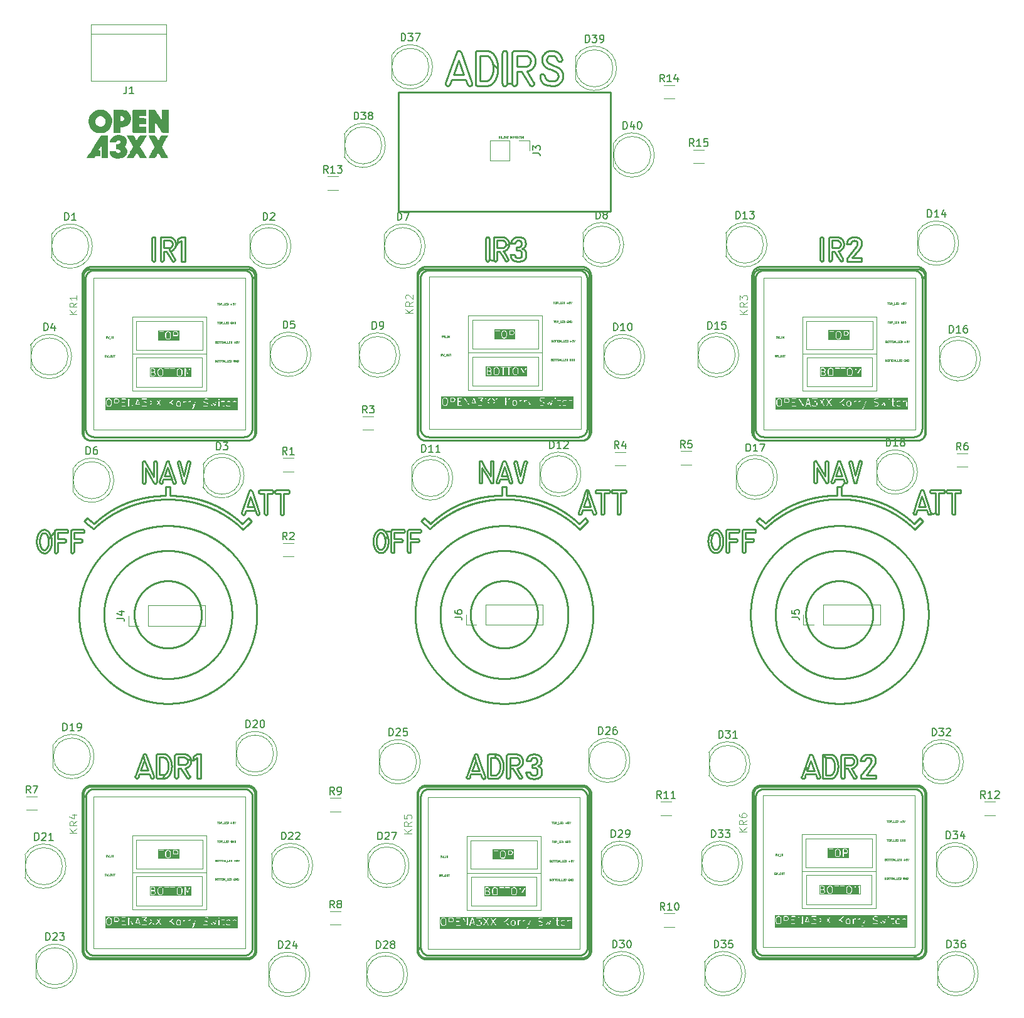
<source format=gbr>
%TF.GenerationSoftware,KiCad,Pcbnew,9.0.2*%
%TF.CreationDate,2025-06-15T20:52:47+02:00*%
%TF.ProjectId,adirs,61646972-732e-46b6-9963-61645f706362,rev?*%
%TF.SameCoordinates,Original*%
%TF.FileFunction,Legend,Top*%
%TF.FilePolarity,Positive*%
%FSLAX46Y46*%
G04 Gerber Fmt 4.6, Leading zero omitted, Abs format (unit mm)*
G04 Created by KiCad (PCBNEW 9.0.2) date 2025-06-15 20:52:47*
%MOMM*%
%LPD*%
G01*
G04 APERTURE LIST*
%ADD10C,0.280000*%
%ADD11C,0.062500*%
%ADD12C,0.100000*%
%ADD13C,0.150000*%
%ADD14C,0.120000*%
%ADD15C,0.000000*%
G04 APERTURE END LIST*
D10*
X156591928Y-122698752D02*
X156600774Y-122693137D01*
X157012533Y-121271018D02*
X157010923Y-121255805D01*
X166949949Y-87353751D02*
X167439142Y-85917426D01*
X142075262Y-90103133D02*
X142075262Y-90948378D01*
X237015707Y-124324958D02*
X258111273Y-124324958D01*
X201496595Y-122607962D02*
X201511244Y-122590125D01*
X207257291Y-28882815D02*
X207215643Y-28725493D01*
X246950704Y-121445182D02*
X246949087Y-121416327D01*
X201553541Y-120732764D02*
X201525884Y-120695487D01*
X246698064Y-122555319D02*
X246706106Y-122546500D01*
X201795942Y-121661444D02*
X201795942Y-121646857D01*
X200781713Y-28091586D02*
X200786344Y-28071921D01*
X201795942Y-121630652D02*
X201795942Y-121615256D01*
X202720808Y-120037482D02*
X202722408Y-120035882D01*
X202724017Y-120034302D01*
X202725629Y-120032746D01*
X202727250Y-120031209D01*
X202728875Y-120029697D01*
X202730508Y-120028204D01*
X202732145Y-120026734D01*
X202733791Y-120025284D01*
X202735441Y-120023857D01*
X202737099Y-120022449D01*
X202738762Y-120021063D01*
X202740433Y-120019697D01*
X202742109Y-120018353D01*
X202743793Y-120017027D01*
X202745481Y-120015724D01*
X202747178Y-120014439D01*
X202748880Y-120013176D01*
X202750590Y-120011931D01*
X202752306Y-120010707D01*
X202754029Y-120009502D01*
X202755758Y-120008318D01*
X202757496Y-120007152D01*
X202759239Y-120006007D01*
X202760990Y-120004880D01*
X202762747Y-120003773D01*
X202764513Y-120002685D01*
X202766284Y-120001616D01*
X202768064Y-120000566D01*
X202769850Y-119999535D01*
X202771644Y-119998522D01*
X202773445Y-119997529D01*
X202775255Y-119996554D01*
X202777071Y-119995598D01*
X202778896Y-119994660D01*
X202780728Y-119993741D01*
X202782568Y-119992840D01*
X202784416Y-119991957D01*
X202786272Y-119991093D01*
X202790008Y-119989420D01*
X202793778Y-119987819D01*
X202797582Y-119986291D01*
X202801420Y-119984835D01*
X202805294Y-119983452D01*
X202809204Y-119982140D01*
X202813151Y-119980900D01*
X202817136Y-119979733D01*
X202821160Y-119978637D01*
X202825224Y-119977613D01*
X202829328Y-119976662D01*
X202833474Y-119975784D01*
X202837663Y-119974978D01*
X202841895Y-119974246D01*
X202846171Y-119973587D01*
X202850493Y-119973002D01*
X202854861Y-119972492D01*
X202859276Y-119972056D01*
X202863740Y-119971697D01*
X202868254Y-119971414D01*
X202872818Y-119971208D01*
X202877434Y-119971080D01*
X202882102Y-119971031D01*
X202882673Y-119971030D01*
X157014143Y-121899954D02*
X157016554Y-121885535D01*
X206362028Y-122834647D02*
X206366410Y-122834637D01*
X206370773Y-122834607D01*
X206375096Y-122834557D01*
X206379400Y-122834488D01*
X206383665Y-122834399D01*
X206387912Y-122834290D01*
X206392120Y-122834163D01*
X206396309Y-122834015D01*
X206400460Y-122833850D01*
X206404593Y-122833665D01*
X206408689Y-122833461D01*
X206412766Y-122833239D01*
X206416806Y-122832998D01*
X206420828Y-122832738D01*
X206424814Y-122832461D01*
X206428782Y-122832165D01*
X206432714Y-122831851D01*
X206436628Y-122831519D01*
X206440507Y-122831170D01*
X206444368Y-122830802D01*
X206448195Y-122830417D01*
X206452003Y-122830014D01*
X206455778Y-122829595D01*
X206459535Y-122829157D01*
X206463259Y-122828703D01*
X206466964Y-122828231D01*
X206470637Y-122827743D01*
X206474293Y-122827238D01*
X206477916Y-122826716D01*
X206481522Y-122826177D01*
X206485096Y-122825622D01*
X206488652Y-122825050D01*
X206492178Y-122824462D01*
X206495686Y-122823857D01*
X206499163Y-122823237D01*
X206502623Y-122822600D01*
X206506053Y-122821948D01*
X206509467Y-122821279D01*
X206512850Y-122820595D01*
X206516216Y-122819894D01*
X206519553Y-122819179D01*
X206522874Y-122818447D01*
X206526165Y-122817701D01*
X206529440Y-122816938D01*
X206532687Y-122816161D01*
X206535917Y-122815367D01*
X206539120Y-122814560D01*
X206542306Y-122813736D01*
X206545464Y-122812899D01*
X206548606Y-122812045D01*
X206551722Y-122811178D01*
X206554821Y-122810294D01*
X206557894Y-122809397D01*
X206560951Y-122808484D01*
X206563981Y-122807558D01*
X206566996Y-122806616D01*
X206569985Y-122805661D01*
X206572959Y-122804690D01*
X206575907Y-122803706D01*
X206578840Y-122802706D01*
X206581747Y-122801693D01*
X206584640Y-122800665D01*
X206587508Y-122799624D01*
X206590360Y-122798568D01*
X206593189Y-122797499D01*
X206596002Y-122796414D01*
X206598792Y-122795317D01*
X206601567Y-122794204D01*
X206604318Y-122793079D01*
X206607054Y-122791939D01*
X206609768Y-122790786D01*
X206612467Y-122789618D01*
X206615143Y-122788438D01*
X206617805Y-122787243D01*
X206620444Y-122786035D01*
X206623069Y-122784813D01*
X206625672Y-122783578D01*
X206628260Y-122782328D01*
X206630828Y-122781066D01*
X206633380Y-122779789D01*
X206635912Y-122778500D01*
X206638429Y-122777196D01*
X206640926Y-122775880D01*
X206643409Y-122774549D01*
X206645871Y-122773206D01*
X206648319Y-122771848D01*
X206650747Y-122770478D01*
X206653161Y-122769094D01*
X206655556Y-122767697D01*
X206657936Y-122766286D01*
X206660298Y-122764862D01*
X206662645Y-122763424D01*
X206664973Y-122761973D01*
X206667287Y-122760508D01*
X206669583Y-122759031D01*
X206671865Y-122757539D01*
X206674129Y-122756035D01*
X206676379Y-122754516D01*
X206678611Y-122752985D01*
X206680829Y-122751440D01*
X206683030Y-122749882D01*
X206685217Y-122748309D01*
X206687387Y-122746724D01*
X206689543Y-122745125D01*
X206691682Y-122743513D01*
X206693807Y-122741886D01*
X206695916Y-122740247D01*
X206698011Y-122738593D01*
X206700971Y-122736212D01*
X201795126Y-121678473D02*
X201795942Y-121661444D01*
X246952306Y-121788245D02*
X246953924Y-121756186D01*
X155062273Y-80624045D02*
X155062680Y-80620853D01*
X155063105Y-80617685D01*
X155063543Y-80614564D01*
X155063999Y-80611467D01*
X155064468Y-80608415D01*
X155064953Y-80605386D01*
X155065452Y-80602402D01*
X155065967Y-80599442D01*
X155066495Y-80596525D01*
X155067039Y-80593631D01*
X155067596Y-80590779D01*
X155068168Y-80587951D01*
X155068753Y-80585164D01*
X155069353Y-80582399D01*
X155069965Y-80579676D01*
X155070592Y-80576974D01*
X155071231Y-80574312D01*
X155071885Y-80571673D01*
X155072550Y-80569072D01*
X155073230Y-80566493D01*
X155073921Y-80563952D01*
X155074627Y-80561433D01*
X155075343Y-80558951D01*
X155076074Y-80556490D01*
X155076815Y-80554065D01*
X155077570Y-80551662D01*
X155078335Y-80549294D01*
X155079115Y-80546946D01*
X155079904Y-80544634D01*
X155080708Y-80542341D01*
X155081520Y-80540083D01*
X155082347Y-80537845D01*
X155083183Y-80535640D01*
X155084033Y-80533455D01*
X155084891Y-80531303D01*
X155085764Y-80529170D01*
X155086645Y-80527069D01*
X155087539Y-80524987D01*
X155088442Y-80522936D01*
X155089359Y-80520904D01*
X155090284Y-80518903D01*
X155091222Y-80516921D01*
X155092168Y-80514967D01*
X155093128Y-80513033D01*
X155094096Y-80511128D01*
X155095076Y-80509241D01*
X155096065Y-80507382D01*
X155097067Y-80505541D01*
X155098076Y-80503728D01*
X155099098Y-80501933D01*
X155100128Y-80500165D01*
X155101171Y-80498415D01*
X155102222Y-80496690D01*
X155103285Y-80494984D01*
X155104356Y-80493303D01*
X155105440Y-80491639D01*
X155106531Y-80490001D01*
X155107634Y-80488379D01*
X155108746Y-80486782D01*
X155109870Y-80485203D01*
X155111001Y-80483647D01*
X155112145Y-80482108D01*
X155113297Y-80480592D01*
X155114461Y-80479093D01*
X155115632Y-80477616D01*
X155116816Y-80476157D01*
X155118008Y-80474719D01*
X155119212Y-80473298D01*
X155120424Y-80471899D01*
X155121648Y-80470516D01*
X155122881Y-80469154D01*
X155124125Y-80467809D01*
X155125378Y-80466483D01*
X155126643Y-80465175D01*
X155127916Y-80463886D01*
X155129201Y-80462614D01*
X155130495Y-80461362D01*
X155131801Y-80460125D01*
X155133116Y-80458908D01*
X155134443Y-80457707D01*
X155135779Y-80456524D01*
X155137127Y-80455358D01*
X155138484Y-80454210D01*
X155139853Y-80453079D01*
X155141232Y-80451965D01*
X155142623Y-80450867D01*
X155144024Y-80449787D01*
X155145436Y-80448723D01*
X155146860Y-80447676D01*
X155148294Y-80446646D01*
X155149740Y-80445632D01*
X155151197Y-80444634D01*
X155154146Y-80442689D01*
X155157142Y-80440808D01*
X155160184Y-80438992D01*
X155163276Y-80437240D01*
X155166416Y-80435553D01*
X155169606Y-80433930D01*
X155172848Y-80432370D01*
X155176142Y-80430874D01*
X155179489Y-80429442D01*
X155182891Y-80428073D01*
X155186348Y-80426769D01*
X155189862Y-80425529D01*
X155193433Y-80424354D01*
X155197064Y-80423243D01*
X155200755Y-80422198D01*
X155204508Y-80421218D01*
X155208324Y-80420305D01*
X155212205Y-80419459D01*
X155216151Y-80418680D01*
X155220165Y-80417970D01*
X155224247Y-80417330D01*
X155228400Y-80416759D01*
X155232624Y-80416260D01*
X155236921Y-80415832D01*
X155241293Y-80415478D01*
X155245742Y-80415198D01*
X155250268Y-80414994D01*
X155254873Y-80414866D01*
X155259560Y-80414817D01*
X155263792Y-80414839D01*
X212833494Y-124324958D02*
X212842693Y-124324998D01*
X212851882Y-124325118D01*
X212861060Y-124325317D01*
X212870226Y-124325596D01*
X212879381Y-124325955D01*
X212888524Y-124326393D01*
X212897654Y-124326911D01*
X212906772Y-124327508D01*
X212915877Y-124328184D01*
X212924969Y-124328939D01*
X212934047Y-124329773D01*
X212943110Y-124330687D01*
X212952159Y-124331678D01*
X212961194Y-124332749D01*
X212970212Y-124333899D01*
X212979215Y-124335126D01*
X212988202Y-124336433D01*
X212997173Y-124337817D01*
X213006126Y-124339280D01*
X213015062Y-124340821D01*
X213023980Y-124342440D01*
X213032880Y-124344137D01*
X213041761Y-124345912D01*
X213050623Y-124347764D01*
X213059465Y-124349694D01*
X213068287Y-124351701D01*
X213077089Y-124353785D01*
X213085869Y-124355947D01*
X213094628Y-124358186D01*
X213103365Y-124360501D01*
X213112080Y-124362893D01*
X213120771Y-124365362D01*
X213129439Y-124367907D01*
X213138083Y-124370528D01*
X213146702Y-124373226D01*
X213155297Y-124375999D01*
X213163866Y-124378848D01*
X213172409Y-124381773D01*
X213180925Y-124384773D01*
X213189414Y-124387848D01*
X213197875Y-124390998D01*
X213206308Y-124394223D01*
X213214713Y-124397523D01*
X213223088Y-124400896D01*
X213231433Y-124404344D01*
X213239748Y-124407866D01*
X213248031Y-124411462D01*
X213256283Y-124415131D01*
X213264503Y-124418873D01*
X213272690Y-124422688D01*
X213280844Y-124426576D01*
X213288964Y-124430536D01*
X213297050Y-124434568D01*
X213305100Y-124438672D01*
X213313115Y-124442848D01*
X213321093Y-124447095D01*
X213329035Y-124451413D01*
X213336939Y-124455801D01*
X213344805Y-124460260D01*
X213352632Y-124464789D01*
X213360420Y-124469387D01*
X213368168Y-124474055D01*
X213375876Y-124478792D01*
X213383542Y-124483597D01*
X213391167Y-124488470D01*
X213398750Y-124493412D01*
X213406290Y-124498421D01*
X213413786Y-124503497D01*
X213421238Y-124508639D01*
X213428645Y-124513848D01*
X213436007Y-124519123D01*
X213443323Y-124524463D01*
X213450592Y-124529868D01*
X213457814Y-124535338D01*
X213464989Y-124540872D01*
X213472115Y-124546470D01*
X213479192Y-124552131D01*
X213486219Y-124557854D01*
X213493197Y-124563640D01*
X213500123Y-124569488D01*
X213506998Y-124575397D01*
X213513822Y-124581367D01*
X213520593Y-124587397D01*
X213527310Y-124593488D01*
X213533975Y-124599637D01*
X213540584Y-124605845D01*
X213547140Y-124612112D01*
X213553639Y-124618437D01*
X213560083Y-124624818D01*
X213563284Y-124628030D01*
X213566471Y-124631256D01*
X213569643Y-124634497D01*
X213572801Y-124637751D01*
X213575945Y-124641019D01*
X213579074Y-124644301D01*
X213582189Y-124647597D01*
X213585289Y-124650906D01*
X213588375Y-124654229D01*
X213591446Y-124657566D01*
X213594501Y-124660916D01*
X213597543Y-124664279D01*
X213600569Y-124667656D01*
X213603580Y-124671046D01*
X213606576Y-124674449D01*
X213609558Y-124677866D01*
X213612524Y-124681295D01*
X213615474Y-124684738D01*
X213618410Y-124688193D01*
X213621330Y-124691661D01*
X213624235Y-124695142D01*
X213627124Y-124698635D01*
X213629998Y-124702141D01*
X213632856Y-124705660D01*
X213635698Y-124709191D01*
X213638525Y-124712735D01*
X213641336Y-124716291D01*
X213644132Y-124719859D01*
X213646911Y-124723439D01*
X213649674Y-124727032D01*
X213652421Y-124730636D01*
X213655153Y-124734253D01*
X213657868Y-124737881D01*
X213660567Y-124741521D01*
X213663250Y-124745172D01*
X213665917Y-124748836D01*
X213668567Y-124752511D01*
X213671201Y-124756197D01*
X213673818Y-124759895D01*
X213676419Y-124763604D01*
X213679003Y-124767324D01*
X213681571Y-124771056D01*
X213684122Y-124774799D01*
X213686657Y-124778553D01*
X213689174Y-124782317D01*
X213691676Y-124786093D01*
X213694159Y-124789879D01*
X213696627Y-124793677D01*
X213699077Y-124797484D01*
X213701510Y-124801303D01*
X213703926Y-124805131D01*
X213706326Y-124808971D01*
X213708707Y-124812820D01*
X213711073Y-124816681D01*
X213713420Y-124820550D01*
X213715751Y-124824431D01*
X213718063Y-124828321D01*
X213720359Y-124832222D01*
X213722637Y-124836131D01*
X213724899Y-124840052D01*
X213727142Y-124843981D01*
X213729368Y-124847921D01*
X213731576Y-124851869D01*
X213733767Y-124855829D01*
X213735939Y-124859796D01*
X213738095Y-124863774D01*
X213740232Y-124867760D01*
X213742352Y-124871756D01*
X213744454Y-124875760D01*
X213746539Y-124879775D01*
X213748605Y-124883797D01*
X213750653Y-124887830D01*
X213752683Y-124891870D01*
X213754696Y-124895920D01*
X213756690Y-124899978D01*
X213758667Y-124904045D01*
X213760625Y-124908120D01*
X213762565Y-124912204D01*
X213764487Y-124916296D01*
X213766391Y-124920397D01*
X213768276Y-124924505D01*
X213770144Y-124928623D01*
X213771992Y-124932747D01*
X213773823Y-124936881D01*
X213775635Y-124941021D01*
X213777429Y-124945171D01*
X213779204Y-124949327D01*
X213780961Y-124953493D01*
X213782700Y-124957664D01*
X213784420Y-124961845D01*
X213786121Y-124966031D01*
X213787804Y-124970227D01*
X213789468Y-124974428D01*
X213791114Y-124978638D01*
X213792740Y-124982854D01*
X213794349Y-124987079D01*
X213795938Y-124991309D01*
X213797509Y-124995548D01*
X213799061Y-124999793D01*
X213800595Y-125004046D01*
X213802109Y-125008303D01*
X213803605Y-125012570D01*
X213805081Y-125016841D01*
X213806539Y-125021121D01*
X213807978Y-125025406D01*
X213809398Y-125029699D01*
X213810799Y-125033996D01*
X213812181Y-125038302D01*
X213813544Y-125042612D01*
X213814888Y-125046931D01*
X213816213Y-125051253D01*
X213817519Y-125055584D01*
X213818806Y-125059919D01*
X213820074Y-125064262D01*
X213821322Y-125068608D01*
X213822552Y-125072963D01*
X213823762Y-125077321D01*
X213824953Y-125081687D01*
X213826125Y-125086057D01*
X213827278Y-125090434D01*
X213828411Y-125094815D01*
X213829525Y-125099203D01*
X213830620Y-125103595D01*
X213831696Y-125107994D01*
X213832752Y-125112396D01*
X213833789Y-125116806D01*
X213834806Y-125121219D01*
X213835805Y-125125639D01*
X213836783Y-125130061D01*
X213837743Y-125134492D01*
X213838683Y-125138924D01*
X213839604Y-125143364D01*
X213840505Y-125147807D01*
X213841386Y-125152256D01*
X213842248Y-125156708D01*
X213843091Y-125161167D01*
X213843914Y-125165629D01*
X213844718Y-125170097D01*
X213845502Y-125174567D01*
X213846267Y-125179044D01*
X213847012Y-125183523D01*
X213847737Y-125188009D01*
X213848443Y-125192496D01*
X213849130Y-125196991D01*
X213849796Y-125201487D01*
X213850443Y-125205989D01*
X213851070Y-125210493D01*
X213851678Y-125215004D01*
X213852266Y-125219516D01*
X213852835Y-125224035D01*
X213853383Y-125228555D01*
X213853912Y-125233081D01*
X213854421Y-125237608D01*
X213854911Y-125242142D01*
X213855381Y-125246677D01*
X213855831Y-125251217D01*
X213856261Y-125255759D01*
X213856671Y-125260307D01*
X213857062Y-125264856D01*
X213857433Y-125269411D01*
X213857784Y-125273967D01*
X213858115Y-125278528D01*
X213858426Y-125283090D01*
X213858718Y-125287658D01*
X213858989Y-125292227D01*
X213859241Y-125296801D01*
X213859473Y-125301376D01*
X213859685Y-125305956D01*
X213859877Y-125310537D01*
X213860049Y-125315124D01*
X213860201Y-125319710D01*
X213860334Y-125324302D01*
X213860446Y-125328895D01*
X213860538Y-125333493D01*
X213860611Y-125338091D01*
X213860663Y-125342694D01*
X213860695Y-125347297D01*
X213860708Y-125351905D01*
X213860708Y-125352454D01*
X230337537Y-91717841D02*
X230338903Y-91723375D01*
X230340286Y-91728894D01*
X230341684Y-91734391D01*
X230343099Y-91739874D01*
X230344528Y-91745334D01*
X230345975Y-91750781D01*
X230347437Y-91756205D01*
X230348915Y-91761615D01*
X230350408Y-91767003D01*
X230351919Y-91772377D01*
X230353443Y-91777729D01*
X230354985Y-91783068D01*
X230356541Y-91788384D01*
X230358114Y-91793687D01*
X230359702Y-91798969D01*
X230361306Y-91804237D01*
X230362925Y-91809483D01*
X230364561Y-91814716D01*
X230366210Y-91819928D01*
X230367877Y-91825126D01*
X230369558Y-91830304D01*
X230371255Y-91835468D01*
X230372967Y-91840611D01*
X230374696Y-91845741D01*
X230376438Y-91850850D01*
X230378197Y-91855946D01*
X230379971Y-91861021D01*
X230381761Y-91866084D01*
X230383565Y-91871126D01*
X230385385Y-91876155D01*
X230387220Y-91881164D01*
X230389071Y-91886160D01*
X230390936Y-91891136D01*
X230392817Y-91896099D01*
X230394713Y-91901042D01*
X230396625Y-91905972D01*
X230398551Y-91910883D01*
X230400493Y-91915781D01*
X230402449Y-91920660D01*
X230404421Y-91925525D01*
X230406408Y-91930372D01*
X230408410Y-91935206D01*
X230410427Y-91940021D01*
X230412460Y-91944823D01*
X230414507Y-91949607D01*
X230416570Y-91954377D01*
X230418646Y-91959129D01*
X230420739Y-91963869D01*
X230422846Y-91968590D01*
X230424969Y-91973298D01*
X230427106Y-91977989D01*
X230429259Y-91982666D01*
X230431426Y-91987326D01*
X230433609Y-91991973D01*
X230435806Y-91996603D01*
X230438019Y-92001219D01*
X230440245Y-92005818D01*
X230442488Y-92010405D01*
X230444745Y-92014974D01*
X230447017Y-92019531D01*
X230449304Y-92024070D01*
X230451607Y-92028597D01*
X230453923Y-92033107D01*
X230456255Y-92037605D01*
X230458602Y-92042085D01*
X230460964Y-92046553D01*
X230463340Y-92051005D01*
X230465732Y-92055444D01*
X230468138Y-92059867D01*
X230470560Y-92064277D01*
X230472996Y-92068671D01*
X230475448Y-92073052D01*
X230477914Y-92077417D01*
X230480396Y-92081770D01*
X230482891Y-92086107D01*
X230485403Y-92090432D01*
X230487929Y-92094741D01*
X230490470Y-92099037D01*
X230493026Y-92103318D01*
X230495597Y-92107587D01*
X230498205Y-92111876D01*
X251468206Y-120455359D02*
X251464456Y-120455369D01*
X251460720Y-120455399D01*
X251457012Y-120455449D01*
X251453319Y-120455518D01*
X251449653Y-120455607D01*
X251446002Y-120455716D01*
X251442378Y-120455844D01*
X251438769Y-120455992D01*
X251435186Y-120456158D01*
X251431618Y-120456344D01*
X251428076Y-120456549D01*
X251424548Y-120456772D01*
X251421046Y-120457014D01*
X251417559Y-120457276D01*
X251414097Y-120457555D01*
X251410648Y-120457854D01*
X251407225Y-120458170D01*
X251403816Y-120458505D01*
X251400432Y-120458858D01*
X251397061Y-120459229D01*
X251393715Y-120459618D01*
X251390382Y-120460026D01*
X251387073Y-120460450D01*
X251383778Y-120460893D01*
X251380506Y-120461354D01*
X251377248Y-120461832D01*
X251374013Y-120462327D01*
X251370791Y-120462841D01*
X251367592Y-120463371D01*
X251364407Y-120463920D01*
X251361243Y-120464484D01*
X251358093Y-120465067D01*
X251354965Y-120465666D01*
X251351850Y-120466283D01*
X251348756Y-120466916D01*
X251345676Y-120467567D01*
X251342617Y-120468233D01*
X251339570Y-120468918D01*
X251336545Y-120469618D01*
X251333532Y-120470336D01*
X251330540Y-120471070D01*
X251327560Y-120471821D01*
X251324601Y-120472587D01*
X251321654Y-120473371D01*
X251318727Y-120474171D01*
X251315813Y-120474987D01*
X251312918Y-120475819D01*
X251310035Y-120476669D01*
X251307172Y-120477533D01*
X251304321Y-120478415D01*
X251301488Y-120479312D01*
X251298668Y-120480226D01*
X251295866Y-120481155D01*
X251293077Y-120482101D01*
X251290305Y-120483062D01*
X251287546Y-120484040D01*
X251284804Y-120485033D01*
X251282075Y-120486043D01*
X251279363Y-120487068D01*
X251276662Y-120488110D01*
X251273979Y-120489167D01*
X251271308Y-120490240D01*
X251268654Y-120491328D01*
X251266011Y-120492433D01*
X251263385Y-120493553D01*
X251260771Y-120494690D01*
X251258172Y-120495841D01*
X251255586Y-120497009D01*
X251253015Y-120498192D01*
X251250456Y-120499391D01*
X251247913Y-120500606D01*
X251245381Y-120501836D01*
X251242864Y-120503082D01*
X251240359Y-120504345D01*
X251237869Y-120505622D01*
X251235390Y-120506916D01*
X251232926Y-120508224D01*
X251230474Y-120509550D01*
X251228036Y-120510890D01*
X251225609Y-120512247D01*
X251223196Y-120513619D01*
X251220795Y-120515007D01*
X251218408Y-120516410D01*
X251216032Y-120517830D01*
X251213669Y-120519266D01*
X251211318Y-120520717D01*
X251208980Y-120522184D01*
X251206654Y-120523668D01*
X251204341Y-120525167D01*
X251202039Y-120526682D01*
X251199749Y-120528213D01*
X251197471Y-120529761D01*
X251195205Y-120531324D01*
X251192951Y-120532904D01*
X251190709Y-120534499D01*
X251188479Y-120536111D01*
X251184053Y-120539384D01*
X251179673Y-120542722D01*
X251175339Y-120546125D01*
X251171050Y-120549595D01*
X251166806Y-120553131D01*
X251162607Y-120556735D01*
X251158452Y-120560405D01*
X251154340Y-120564144D01*
X251150273Y-120567952D01*
X251148657Y-120569495D01*
X191806600Y-124171652D02*
X212882032Y-124171652D01*
X147024461Y-147149954D02*
X147014760Y-147149914D01*
X147005069Y-147149794D01*
X146995389Y-147149595D01*
X146985720Y-147149316D01*
X146976063Y-147148957D01*
X146966418Y-147148518D01*
X146956785Y-147148001D01*
X146947164Y-147147404D01*
X146937556Y-147146727D01*
X146927962Y-147145972D01*
X146918381Y-147145137D01*
X146908814Y-147144224D01*
X146899261Y-147143231D01*
X146889723Y-147142160D01*
X146880200Y-147141010D01*
X146870693Y-147139782D01*
X146861201Y-147138475D01*
X146851726Y-147137089D01*
X146842267Y-147135626D01*
X146832825Y-147134084D01*
X146823401Y-147132463D01*
X146813994Y-147130765D01*
X146804606Y-147128989D01*
X146795236Y-147127135D01*
X146785885Y-147125204D01*
X146776554Y-147123195D01*
X146767243Y-147121108D01*
X146757952Y-147118944D01*
X146748682Y-147116703D01*
X146739434Y-147114385D01*
X146730207Y-147111990D01*
X146721002Y-147109518D01*
X146711820Y-147106970D01*
X146702661Y-147104345D01*
X146693526Y-147101643D01*
X146684415Y-147098866D01*
X146675329Y-147096012D01*
X146666267Y-147093083D01*
X146657231Y-147090077D01*
X146648222Y-147086997D01*
X146639239Y-147083840D01*
X146630283Y-147080609D01*
X146621354Y-147077303D01*
X146612454Y-147073921D01*
X146603582Y-147070466D01*
X146594740Y-147066935D01*
X146585927Y-147063331D01*
X146577145Y-147059652D01*
X146568393Y-147055900D01*
X146559672Y-147052074D01*
X146550984Y-147048175D01*
X146542328Y-147044203D01*
X146533704Y-147040158D01*
X146525115Y-147036040D01*
X146516559Y-147031850D01*
X146508038Y-147027588D01*
X146499552Y-147023255D01*
X146491102Y-147018849D01*
X146482688Y-147014373D01*
X146474311Y-147009825D01*
X146465971Y-147005207D01*
X146457670Y-147000518D01*
X146449407Y-146995760D01*
X146441183Y-146990931D01*
X146432999Y-146986034D01*
X146424855Y-146981067D01*
X146416752Y-146976031D01*
X146408690Y-146970928D01*
X146400671Y-146965756D01*
X146392694Y-146960516D01*
X146384760Y-146955209D01*
X146376870Y-146949835D01*
X146369025Y-146944395D01*
X146361224Y-146938888D01*
X146353469Y-146933316D01*
X146345760Y-146927678D01*
X146338097Y-146921976D01*
X146330482Y-146916208D01*
X146322915Y-146910377D01*
X146315395Y-146904482D01*
X146307925Y-146898524D01*
X146300504Y-146892502D01*
X146293134Y-146886419D01*
X146285814Y-146880273D01*
X146278545Y-146874066D01*
X146271327Y-146867798D01*
X146264162Y-146861469D01*
X146257050Y-146855081D01*
X146249991Y-146848633D01*
X146242987Y-146842125D01*
X146236036Y-146835559D01*
X146229141Y-146828935D01*
X146222301Y-146822253D01*
X146215517Y-146815515D01*
X146212146Y-146812124D01*
X146208789Y-146808719D01*
X146205447Y-146805300D01*
X146202119Y-146801868D01*
X146198806Y-146798421D01*
X146195506Y-146794961D01*
X146192222Y-146791487D01*
X146188952Y-146787999D01*
X146185696Y-146784497D01*
X146182456Y-146780982D01*
X146179230Y-146777454D01*
X146176019Y-146773912D01*
X146172823Y-146770357D01*
X146169641Y-146766788D01*
X146166475Y-146763206D01*
X146163324Y-146759611D01*
X146160188Y-146756003D01*
X146157067Y-146752382D01*
X146153962Y-146748748D01*
X146150871Y-146745101D01*
X146147796Y-146741442D01*
X146144737Y-146737769D01*
X146141693Y-146734084D01*
X146138664Y-146730386D01*
X146135652Y-146726676D01*
X146132654Y-146722954D01*
X146129673Y-146719219D01*
X146126707Y-146715471D01*
X146123758Y-146711712D01*
X146120823Y-146707940D01*
X146117905Y-146704156D01*
X146115003Y-146700360D01*
X146112117Y-146696553D01*
X146109247Y-146692733D01*
X146106394Y-146688901D01*
X146103556Y-146685058D01*
X146100735Y-146681203D01*
X146097929Y-146677336D01*
X146095141Y-146673458D01*
X146092368Y-146669568D01*
X146089613Y-146665668D01*
X146086873Y-146661755D01*
X146084150Y-146657832D01*
X146081444Y-146653897D01*
X146078755Y-146649951D01*
X146076081Y-146645994D01*
X146073426Y-146642027D01*
X146070786Y-146638048D01*
X146068164Y-146634059D01*
X146065558Y-146630058D01*
X146062970Y-146626048D01*
X146060398Y-146622026D01*
X146057843Y-146617994D01*
X146055305Y-146613951D01*
X146052785Y-146609899D01*
X146050281Y-146605835D01*
X146047796Y-146601762D01*
X146045326Y-146597678D01*
X146042875Y-146593585D01*
X146040440Y-146589481D01*
X146038024Y-146585368D01*
X146035624Y-146581244D01*
X146033242Y-146577111D01*
X146030877Y-146572968D01*
X146028531Y-146568816D01*
X146026201Y-146564653D01*
X146023889Y-146560482D01*
X146021595Y-146556300D01*
X146019319Y-146552110D01*
X146017059Y-146547909D01*
X146014819Y-146543701D01*
X146012595Y-146539482D01*
X146010390Y-146535255D01*
X146008202Y-146531018D01*
X146006033Y-146526773D01*
X146003881Y-146522519D01*
X146001747Y-146518256D01*
X145999631Y-146513984D01*
X145997534Y-146509704D01*
X145995454Y-146505414D01*
X145993393Y-146501118D01*
X145991349Y-146496811D01*
X145989324Y-146492497D01*
X145987317Y-146488174D01*
X145985328Y-146483844D01*
X145983357Y-146479504D01*
X145981406Y-146475158D01*
X145979471Y-146470801D01*
X145977556Y-146466439D01*
X145975659Y-146462067D01*
X145973781Y-146457689D01*
X145971920Y-146453301D01*
X145970079Y-146448908D01*
X145968255Y-146444505D01*
X145966451Y-146440096D01*
X145964664Y-146435678D01*
X145962897Y-146431255D01*
X145961147Y-146426822D01*
X145959417Y-146422384D01*
X145957705Y-146417936D01*
X145956013Y-146413483D01*
X145954338Y-146409022D01*
X145952683Y-146404555D01*
X145951046Y-146400079D01*
X145949428Y-146395599D01*
X145947829Y-146391109D01*
X145946249Y-146386615D01*
X145944687Y-146382112D01*
X145943145Y-146377604D01*
X145941621Y-146373088D01*
X145940116Y-146368568D01*
X145938630Y-146364038D01*
X145937164Y-146359505D01*
X145935716Y-146354963D01*
X145934287Y-146350417D01*
X145932877Y-146345862D01*
X145931487Y-146341304D01*
X145930115Y-146336737D01*
X145928762Y-146332167D01*
X145927428Y-146327588D01*
X145926114Y-146323006D01*
X145924819Y-146318415D01*
X145923543Y-146313821D01*
X145922286Y-146309219D01*
X145921049Y-146304614D01*
X145919830Y-146300000D01*
X145918631Y-146295384D01*
X145917451Y-146290760D01*
X145916291Y-146286132D01*
X145915149Y-146281497D01*
X145914027Y-146276859D01*
X145912924Y-146272213D01*
X145911841Y-146267564D01*
X145910777Y-146262908D01*
X145909733Y-146258250D01*
X145908707Y-146253583D01*
X145907702Y-146248915D01*
X145906715Y-146244238D01*
X145905748Y-146239560D01*
X145904800Y-146234874D01*
X145903873Y-146230186D01*
X145902964Y-146225491D01*
X145902075Y-146220793D01*
X145901205Y-146216088D01*
X145900355Y-146211382D01*
X145899524Y-146206668D01*
X145898714Y-146201952D01*
X145897922Y-146197230D01*
X145897150Y-146192506D01*
X145896398Y-146187775D01*
X145895665Y-146183042D01*
X145894952Y-146178302D01*
X145894259Y-146173561D01*
X145893585Y-146168813D01*
X145892931Y-146164064D01*
X145892296Y-146159308D01*
X145891682Y-146154551D01*
X145891086Y-146149788D01*
X145890511Y-146145022D01*
X145889955Y-146140251D01*
X145889419Y-146135479D01*
X145888903Y-146130700D01*
X145888407Y-146125920D01*
X145887930Y-146121134D01*
X145887473Y-146116347D01*
X145887035Y-146111554D01*
X145886618Y-146106760D01*
X145886220Y-146101961D01*
X145885843Y-146097160D01*
X145885485Y-146092353D01*
X145885147Y-146087546D01*
X145884828Y-146082733D01*
X145884530Y-146077919D01*
X145884251Y-146073100D01*
X145883992Y-146068279D01*
X145883754Y-146063454D01*
X145883535Y-146058628D01*
X145883336Y-146053796D01*
X145883157Y-146048964D01*
X145882997Y-146044127D01*
X145882858Y-146039289D01*
X145882739Y-146034446D01*
X145882640Y-146029602D01*
X145882560Y-146024754D01*
X145882501Y-146019905D01*
X145882462Y-146015051D01*
X145882440Y-146007926D01*
X261021185Y-84748137D02*
X261021185Y-87397559D01*
X185114919Y-90907469D02*
X185113321Y-90916855D01*
X185111776Y-90926410D01*
X185110284Y-90936137D01*
X185108847Y-90946037D01*
X185107466Y-90956113D01*
X185106140Y-90966368D01*
X185104873Y-90976803D01*
X185103664Y-90987421D01*
X185102515Y-90998225D01*
X185101426Y-91009216D01*
X185100399Y-91020398D01*
X185099435Y-91031772D01*
X185098535Y-91043341D01*
X185097700Y-91055108D01*
X185096931Y-91067075D01*
X185096230Y-91079244D01*
X185095597Y-91091618D01*
X185095034Y-91104200D01*
X185094542Y-91116991D01*
X185094122Y-91129996D01*
X185093775Y-91143215D01*
X185093503Y-91156653D01*
X185093306Y-91170311D01*
X185093187Y-91184192D01*
X185093145Y-91198298D01*
X185093184Y-91212633D01*
X185093303Y-91227199D01*
X185093504Y-91241999D01*
X185093789Y-91257035D01*
X185094158Y-91272311D01*
X185094614Y-91287828D01*
X185094656Y-91289138D01*
X155860025Y-83153777D02*
X156303915Y-81850470D01*
X247536428Y-81183249D02*
X247957464Y-82425200D01*
X246585424Y-122681159D02*
X246589446Y-122677153D01*
X246593465Y-122673148D01*
X208929968Y-25033099D02*
X209170576Y-25078211D01*
X258774099Y-125791968D02*
X258774099Y-146007926D01*
X248160818Y-50984160D02*
X248161585Y-50988771D01*
X248162331Y-50993378D01*
X248163055Y-50997974D01*
X248163758Y-51002567D01*
X248164439Y-51007149D01*
X248165100Y-51011727D01*
X248165739Y-51016296D01*
X248166357Y-51020861D01*
X248166954Y-51025415D01*
X248167530Y-51029966D01*
X248168084Y-51034508D01*
X248168618Y-51039045D01*
X248169131Y-51043573D01*
X248169623Y-51048098D01*
X248170094Y-51052613D01*
X248170544Y-51057124D01*
X248170974Y-51061626D01*
X248171383Y-51066125D01*
X248171771Y-51070614D01*
X248172139Y-51075100D01*
X248172486Y-51079577D01*
X248172812Y-51084051D01*
X248173118Y-51088515D01*
X248173404Y-51092977D01*
X248173669Y-51097429D01*
X248173913Y-51101878D01*
X248174138Y-51106319D01*
X248174342Y-51110757D01*
X248174525Y-51115186D01*
X248174689Y-51119612D01*
X248174832Y-51124029D01*
X248174955Y-51128444D01*
X248175058Y-51132850D01*
X248175141Y-51137253D01*
X248175203Y-51141649D01*
X248175246Y-51146041D01*
X248175268Y-51150426D01*
X248175271Y-51154807D01*
X248175253Y-51159181D01*
X248175215Y-51163551D01*
X248175158Y-51167915D01*
X248175080Y-51172275D01*
X248174983Y-51176628D01*
X248174866Y-51180978D01*
X248174729Y-51185322D01*
X248174572Y-51189662D01*
X248174395Y-51193995D01*
X248174198Y-51198325D01*
X248173982Y-51202649D01*
X248173745Y-51206969D01*
X248173489Y-51211284D01*
X248173213Y-51215595D01*
X248172918Y-51219900D01*
X248172603Y-51224202D01*
X248172268Y-51228498D01*
X248171913Y-51232791D01*
X248171538Y-51237078D01*
X248171144Y-51241362D01*
X248170730Y-51245640D01*
X248170297Y-51249915D01*
X248169844Y-51254185D01*
X248169371Y-51258452D01*
X248168878Y-51262714D01*
X248168366Y-51266972D01*
X248167834Y-51271226D01*
X248167283Y-51275477D01*
X248166712Y-51279722D01*
X248166121Y-51283965D01*
X248165511Y-51288203D01*
X248164880Y-51292438D01*
X248164231Y-51296668D01*
X248163561Y-51300896D01*
X248162872Y-51305119D01*
X248162163Y-51309339D01*
X248161435Y-51313555D01*
X248160687Y-51317768D01*
X248159131Y-51326183D01*
X248157497Y-51334584D01*
X248155784Y-51342972D01*
X248153992Y-51351347D01*
X248152120Y-51359710D01*
X248150170Y-51368061D01*
X248148140Y-51376400D01*
X248146030Y-51384728D01*
X248143841Y-51393044D01*
X248141571Y-51401350D01*
X248139222Y-51409645D01*
X248136792Y-51417931D01*
X248134282Y-51426207D01*
X248131691Y-51434473D01*
X248129019Y-51442730D01*
X248126265Y-51450979D01*
X248123431Y-51459219D01*
X248120514Y-51467451D01*
X248117515Y-51475675D01*
X248114433Y-51483892D01*
X248111269Y-51492101D01*
X248108022Y-51500304D01*
X248104691Y-51508500D01*
X248101277Y-51516690D01*
X248097778Y-51524874D01*
X248094194Y-51533052D01*
X248090526Y-51541225D01*
X248086772Y-51549393D01*
X248082932Y-51557556D01*
X248079006Y-51565714D01*
X248074993Y-51573868D01*
X248070893Y-51582018D01*
X248066705Y-51590164D01*
X248062429Y-51598307D01*
X248058064Y-51606446D01*
X248053610Y-51614583D01*
X248049066Y-51622716D01*
X248044433Y-51630847D01*
X248039708Y-51638975D01*
X248034892Y-51647102D01*
X248029984Y-51655226D01*
X248024983Y-51663349D01*
X248019889Y-51671470D01*
X248014702Y-51679590D01*
X248011236Y-51684935D01*
X157196699Y-122720374D02*
X157194151Y-122724982D01*
X157191592Y-122729568D01*
X157189027Y-122734124D01*
X157186451Y-122738658D01*
X157183870Y-122743161D01*
X157181278Y-122747643D01*
X157178681Y-122752095D01*
X157176072Y-122756525D01*
X157173458Y-122760925D01*
X157170833Y-122765305D01*
X157168203Y-122769654D01*
X157165562Y-122773983D01*
X157162916Y-122778282D01*
X157160259Y-122782561D01*
X157157597Y-122786809D01*
X157154923Y-122791038D01*
X157152245Y-122795237D01*
X157149556Y-122799416D01*
X157146861Y-122803566D01*
X157144156Y-122807696D01*
X157141446Y-122811798D01*
X157138725Y-122815879D01*
X157135999Y-122819932D01*
X157133262Y-122823965D01*
X157130520Y-122827969D01*
X157127767Y-122831954D01*
X157125009Y-122835912D01*
X157122241Y-122839849D01*
X157119467Y-122843759D01*
X157116683Y-122847649D01*
X157113894Y-122851512D01*
X157111094Y-122855356D01*
X157108289Y-122859172D01*
X157105474Y-122862969D01*
X157102653Y-122866740D01*
X157099822Y-122870491D01*
X157096986Y-122874215D01*
X157094139Y-122877921D01*
X157091288Y-122881600D01*
X157088425Y-122885260D01*
X157085558Y-122888894D01*
X157082680Y-122892509D01*
X157079797Y-122896098D01*
X157076904Y-122899669D01*
X157074005Y-122903214D01*
X157071096Y-122906740D01*
X157068182Y-122910241D01*
X157065258Y-122913723D01*
X157062328Y-122917180D01*
X157059388Y-122920618D01*
X157056442Y-122924032D01*
X157053487Y-122927427D01*
X157050526Y-122930798D01*
X157047554Y-122934150D01*
X157044578Y-122937478D01*
X157041591Y-122940788D01*
X157038599Y-122944073D01*
X157035596Y-122947340D01*
X157032588Y-122950584D01*
X157029570Y-122953809D01*
X157026547Y-122957011D01*
X157023513Y-122960194D01*
X157020473Y-122963354D01*
X157017424Y-122966496D01*
X157014369Y-122969615D01*
X157011303Y-122972715D01*
X157008232Y-122975793D01*
X157005151Y-122978853D01*
X157002064Y-122981890D01*
X156998967Y-122984909D01*
X156995865Y-122987906D01*
X156992752Y-122990885D01*
X156989633Y-122993842D01*
X156986504Y-122996781D01*
X156983369Y-122999698D01*
X156980224Y-123002597D01*
X156977073Y-123005474D01*
X156973913Y-123008333D01*
X156970745Y-123011171D01*
X156967568Y-123013991D01*
X156964385Y-123016790D01*
X156961192Y-123019571D01*
X156957992Y-123022331D01*
X156954782Y-123025073D01*
X156951566Y-123027795D01*
X156948340Y-123030498D01*
X156945107Y-123033182D01*
X156941865Y-123035847D01*
X156938616Y-123038492D01*
X156935357Y-123041119D01*
X156932091Y-123043726D01*
X156928815Y-123046315D01*
X156925532Y-123048884D01*
X156922240Y-123051435D01*
X156918940Y-123053967D01*
X156915631Y-123056481D01*
X156912314Y-123058975D01*
X156908987Y-123061452D01*
X156905654Y-123063909D01*
X156902310Y-123066348D01*
X156898959Y-123068768D01*
X156895598Y-123071171D01*
X156892230Y-123073554D01*
X156888852Y-123075920D01*
X156885466Y-123078267D01*
X156882071Y-123080596D01*
X156878667Y-123082906D01*
X156875254Y-123085199D01*
X156871833Y-123087473D01*
X156868402Y-123089730D01*
X156864963Y-123091968D01*
X156861514Y-123094188D01*
X156858057Y-123096390D01*
X156854590Y-123098574D01*
X156851115Y-123100740D01*
X156847630Y-123102889D01*
X156844137Y-123105019D01*
X156840634Y-123107132D01*
X156837122Y-123109227D01*
X156833600Y-123111304D01*
X156830069Y-123113363D01*
X156826529Y-123115405D01*
X156822980Y-123117429D01*
X156819420Y-123119435D01*
X156815852Y-123121424D01*
X156812274Y-123123395D01*
X156805089Y-123127285D01*
X156797866Y-123131105D01*
X156790604Y-123134854D01*
X156783303Y-123138534D01*
X156775962Y-123142144D01*
X156768581Y-123145685D01*
X156761159Y-123149157D01*
X156753697Y-123152559D01*
X156746194Y-123155892D01*
X156738649Y-123159156D01*
X156731062Y-123162351D01*
X156723432Y-123165477D01*
X156715760Y-123168534D01*
X156708044Y-123171522D01*
X156700285Y-123174441D01*
X156692482Y-123177291D01*
X156684634Y-123180073D01*
X156676741Y-123182785D01*
X156668803Y-123185429D01*
X156660819Y-123188003D01*
X156652788Y-123190508D01*
X156644711Y-123192944D01*
X156636586Y-123195311D01*
X156628413Y-123197608D01*
X156620192Y-123199836D01*
X156611922Y-123201994D01*
X156603603Y-123204082D01*
X156595234Y-123206100D01*
X156586815Y-123208048D01*
X156578345Y-123209925D01*
X156569824Y-123211732D01*
X156561250Y-123213468D01*
X156552625Y-123215133D01*
X156543946Y-123216727D01*
X156535214Y-123218249D01*
X156526428Y-123219699D01*
X156517587Y-123221077D01*
X156508691Y-123222382D01*
X156499740Y-123223615D01*
X156490732Y-123224775D01*
X156481667Y-123225861D01*
X156472546Y-123226874D01*
X156463366Y-123227812D01*
X156454128Y-123228676D01*
X156444830Y-123229465D01*
X156435474Y-123230179D01*
X156426057Y-123230817D01*
X156416579Y-123231379D01*
X156407039Y-123231864D01*
X156397438Y-123232272D01*
X156387775Y-123232603D01*
X156378048Y-123232856D01*
X156368257Y-123233030D01*
X156358402Y-123233125D01*
X156351469Y-123233145D01*
X202354345Y-81197257D02*
X202775381Y-82439208D01*
X156708540Y-122598593D02*
X156716581Y-122590583D01*
X258111273Y-147474951D02*
X258083532Y-147628241D01*
X246842077Y-120976279D02*
X246838064Y-120962653D01*
X201756895Y-121228720D02*
X201748762Y-121199546D01*
X205772001Y-25996684D02*
X205769501Y-25993242D01*
X205766989Y-25989819D01*
X205764471Y-25986421D01*
X205761942Y-25983041D01*
X205759406Y-25979686D01*
X205756859Y-25976349D01*
X205754306Y-25973037D01*
X205751741Y-25969743D01*
X205749170Y-25966474D01*
X205746588Y-25963223D01*
X205744000Y-25959996D01*
X205741400Y-25956787D01*
X205738794Y-25953601D01*
X205736177Y-25950434D01*
X205733553Y-25947290D01*
X205730918Y-25944164D01*
X205728277Y-25941062D01*
X205725624Y-25937977D01*
X205722965Y-25934915D01*
X205720295Y-25931872D01*
X205717618Y-25928851D01*
X205714931Y-25925847D01*
X205712236Y-25922866D01*
X205709531Y-25919903D01*
X205706818Y-25916962D01*
X205704095Y-25914039D01*
X205701365Y-25911138D01*
X205698624Y-25908254D01*
X205695877Y-25905392D01*
X205693118Y-25902548D01*
X205690352Y-25899725D01*
X205687575Y-25896920D01*
X205684792Y-25894136D01*
X205681997Y-25891369D01*
X205679195Y-25888623D01*
X205676383Y-25885895D01*
X205673563Y-25883188D01*
X205670733Y-25880498D01*
X205667894Y-25877828D01*
X205665046Y-25875176D01*
X205662190Y-25872545D01*
X205659323Y-25869930D01*
X205656448Y-25867336D01*
X205653563Y-25864759D01*
X205650670Y-25862202D01*
X205647766Y-25859662D01*
X205644855Y-25857142D01*
X205641933Y-25854640D01*
X205639002Y-25852156D01*
X205636062Y-25849690D01*
X205633113Y-25847244D01*
X205630154Y-25844814D01*
X205627186Y-25842404D01*
X205624208Y-25840010D01*
X205621221Y-25837636D01*
X205618224Y-25835279D01*
X205615218Y-25832941D01*
X205612202Y-25830619D01*
X205609177Y-25828317D01*
X205606142Y-25826031D01*
X205603097Y-25823764D01*
X205600043Y-25821514D01*
X205596979Y-25819282D01*
X205593905Y-25817068D01*
X205590822Y-25814871D01*
X205587728Y-25812692D01*
X205584625Y-25810530D01*
X205581511Y-25808386D01*
X205578388Y-25806259D01*
X205575255Y-25804149D01*
X205572112Y-25802057D01*
X205568959Y-25799982D01*
X205565795Y-25797925D01*
X205562622Y-25795885D01*
X205559438Y-25793862D01*
X205556244Y-25791856D01*
X205553040Y-25789867D01*
X205549825Y-25787896D01*
X205543365Y-25784004D01*
X205536863Y-25780180D01*
X205530318Y-25776425D01*
X205523731Y-25772737D01*
X205517101Y-25769117D01*
X205510428Y-25765564D01*
X205503711Y-25762079D01*
X205496949Y-25758661D01*
X205490143Y-25755310D01*
X205483292Y-25752026D01*
X205476396Y-25748809D01*
X205469453Y-25745658D01*
X205462464Y-25742575D01*
X205455428Y-25739558D01*
X205448345Y-25736608D01*
X205441214Y-25733725D01*
X205434034Y-25730909D01*
X205426806Y-25728159D01*
X205419528Y-25725476D01*
X205412201Y-25722861D01*
X205404823Y-25720312D01*
X205397394Y-25717830D01*
X205389914Y-25715416D01*
X205382382Y-25713069D01*
X205374797Y-25710789D01*
X205367159Y-25708577D01*
X205359467Y-25706433D01*
X205351722Y-25704357D01*
X205343921Y-25702349D01*
X205336065Y-25700409D01*
X205328153Y-25698538D01*
X205320185Y-25696736D01*
X205312160Y-25695003D01*
X205304076Y-25693340D01*
X205295935Y-25691746D01*
X205287734Y-25690223D01*
X205279474Y-25688769D01*
X205271154Y-25687387D01*
X205262772Y-25686075D01*
X205254330Y-25684835D01*
X205245825Y-25683667D01*
X205237258Y-25682571D01*
X205228627Y-25681548D01*
X205219932Y-25680598D01*
X205211172Y-25679721D01*
X205202347Y-25678918D01*
X205198248Y-25678572D01*
X249334036Y-53004065D02*
X250602148Y-53004065D01*
X202827383Y-51671706D02*
X202824711Y-51675784D01*
X202822027Y-51679842D01*
X202819339Y-51683872D01*
X202816640Y-51687881D01*
X202813936Y-51691862D01*
X202811221Y-51695824D01*
X202808501Y-51699757D01*
X202805771Y-51703670D01*
X202803036Y-51707556D01*
X202800290Y-51711421D01*
X202797539Y-51715260D01*
X202794777Y-51719078D01*
X202792011Y-51722870D01*
X202789234Y-51726641D01*
X202786452Y-51730386D01*
X202783659Y-51734112D01*
X202780862Y-51737811D01*
X202778054Y-51741490D01*
X202775241Y-51745143D01*
X202772417Y-51748777D01*
X202769589Y-51752385D01*
X202766750Y-51755973D01*
X202763906Y-51759536D01*
X202761052Y-51763080D01*
X202758192Y-51766598D01*
X202755322Y-51770097D01*
X202752447Y-51773570D01*
X202749562Y-51777025D01*
X202746672Y-51780455D01*
X202743771Y-51783866D01*
X202740866Y-51787252D01*
X202737950Y-51790619D01*
X202735028Y-51793962D01*
X202732097Y-51797286D01*
X202729160Y-51800586D01*
X202726213Y-51803867D01*
X202723261Y-51807124D01*
X202720298Y-51810363D01*
X202717331Y-51813577D01*
X202714353Y-51816774D01*
X202711369Y-51819946D01*
X202708376Y-51823101D01*
X202705377Y-51826232D01*
X202702368Y-51829344D01*
X202699353Y-51832434D01*
X202696329Y-51835505D01*
X202693298Y-51838553D01*
X202690258Y-51841584D01*
X202687212Y-51844591D01*
X202684156Y-51847580D01*
X202681094Y-51850547D01*
X202678022Y-51853496D01*
X202674945Y-51856423D01*
X202671857Y-51859331D01*
X202668764Y-51862218D01*
X202665660Y-51865087D01*
X202662551Y-51867933D01*
X202659432Y-51870762D01*
X202656306Y-51873570D01*
X202653171Y-51876359D01*
X202650029Y-51879127D01*
X202646878Y-51881877D01*
X202643720Y-51884606D01*
X202640552Y-51887317D01*
X202637378Y-51890008D01*
X202634194Y-51892680D01*
X202631004Y-51895332D01*
X202627804Y-51897966D01*
X202624597Y-51900579D01*
X202621380Y-51903175D01*
X202618157Y-51905750D01*
X202614924Y-51908308D01*
X202611684Y-51910846D01*
X202608434Y-51913365D01*
X202605177Y-51915865D01*
X202601911Y-51918347D01*
X202598637Y-51920810D01*
X202595354Y-51923254D01*
X202592063Y-51925680D01*
X202588763Y-51928087D01*
X202585455Y-51930475D01*
X202582138Y-51932845D01*
X202578813Y-51935197D01*
X202575478Y-51937530D01*
X202572136Y-51939845D01*
X202568784Y-51942141D01*
X202565425Y-51944419D01*
X202562055Y-51946680D01*
X202558678Y-51948921D01*
X202555291Y-51951145D01*
X202551896Y-51953350D01*
X202548491Y-51955538D01*
X202545079Y-51957707D01*
X202541656Y-51959859D01*
X202538225Y-51961992D01*
X202534785Y-51964108D01*
X202531336Y-51966205D01*
X202527877Y-51968285D01*
X202524410Y-51970347D01*
X202520933Y-51972392D01*
X202517447Y-51974418D01*
X202513951Y-51976427D01*
X202510447Y-51978418D01*
X202506932Y-51980391D01*
X202503409Y-51982347D01*
X202499876Y-51984285D01*
X202492782Y-51988108D01*
X202485649Y-51991861D01*
X202478478Y-51995544D01*
X202471268Y-51999157D01*
X202464018Y-52002700D01*
X202456729Y-52006174D01*
X202449399Y-52009578D01*
X202442029Y-52012913D01*
X202434618Y-52016178D01*
X202427165Y-52019374D01*
X202419671Y-52022501D01*
X202412134Y-52025560D01*
X202404555Y-52028548D01*
X202396933Y-52031468D01*
X202389267Y-52034319D01*
X202381558Y-52037101D01*
X202373804Y-52039814D01*
X202366005Y-52042458D01*
X202358161Y-52045032D01*
X202350271Y-52047537D01*
X202342334Y-52049974D01*
X202334351Y-52052340D01*
X202326321Y-52054637D01*
X202318243Y-52056865D01*
X202310117Y-52059023D01*
X202301943Y-52061111D01*
X202293719Y-52063129D01*
X202285445Y-52065076D01*
X202277121Y-52066953D01*
X202268746Y-52068760D01*
X202260320Y-52070496D01*
X202258802Y-52070800D01*
X201743879Y-121171988D02*
X201738996Y-121158209D01*
X201682058Y-122283805D02*
X201686124Y-122270850D01*
X212376814Y-89475737D02*
X212540426Y-89632292D01*
X246527502Y-122729254D02*
X246535543Y-122722846D01*
X232486326Y-92787909D02*
X232483883Y-92787941D01*
X232481453Y-92787952D01*
X232479052Y-92787943D01*
X232476664Y-92787914D01*
X232474303Y-92787866D01*
X232471956Y-92787797D01*
X232469635Y-92787710D01*
X232467328Y-92787603D01*
X232465047Y-92787477D01*
X232462779Y-92787332D01*
X232460536Y-92787168D01*
X232458306Y-92786985D01*
X232456100Y-92786784D01*
X232453908Y-92786565D01*
X232451740Y-92786327D01*
X232449584Y-92786071D01*
X232447452Y-92785797D01*
X232445333Y-92785505D01*
X232443236Y-92785196D01*
X232441152Y-92784868D01*
X232439090Y-92784523D01*
X232437041Y-92784161D01*
X232435013Y-92783781D01*
X232432997Y-92783384D01*
X232431002Y-92782971D01*
X232429020Y-92782539D01*
X232427058Y-92782092D01*
X232425108Y-92781626D01*
X232423178Y-92781145D01*
X232421260Y-92780646D01*
X232419361Y-92780132D01*
X232417474Y-92779600D01*
X232415605Y-92779052D01*
X232413749Y-92778488D01*
X232411911Y-92777907D01*
X232410084Y-92777310D01*
X232408275Y-92776697D01*
X232406478Y-92776067D01*
X232404698Y-92775421D01*
X232402929Y-92774759D01*
X232401177Y-92774081D01*
X232399436Y-92773387D01*
X232397711Y-92772677D01*
X232395998Y-92771950D01*
X232394301Y-92771209D01*
X232392614Y-92770450D01*
X232390943Y-92769676D01*
X232389283Y-92768886D01*
X232387638Y-92768080D01*
X232386004Y-92767257D01*
X232384384Y-92766419D01*
X232382776Y-92765565D01*
X232381181Y-92764694D01*
X232379597Y-92763808D01*
X232378026Y-92762906D01*
X232376467Y-92761987D01*
X232374920Y-92761052D01*
X232373385Y-92760101D01*
X232371862Y-92759134D01*
X232370350Y-92758150D01*
X232368850Y-92757151D01*
X232367362Y-92756135D01*
X232364419Y-92754053D01*
X232361521Y-92751905D01*
X232358667Y-92749690D01*
X232355856Y-92747407D01*
X232353089Y-92745057D01*
X232350364Y-92742637D01*
X232347680Y-92740147D01*
X232345039Y-92737587D01*
X232342438Y-92734955D01*
X232339878Y-92732251D01*
X232337359Y-92729472D01*
X232334880Y-92726619D01*
X232332440Y-92723689D01*
X232330041Y-92720683D01*
X232327682Y-92717597D01*
X232325362Y-92714432D01*
X232323082Y-92711186D01*
X232320842Y-92707857D01*
X232318642Y-92704443D01*
X232316482Y-92700944D01*
X232314362Y-92697358D01*
X232312283Y-92693682D01*
X232310245Y-92689917D01*
X232308249Y-92686059D01*
X232306293Y-92682106D01*
X232304380Y-92678059D01*
X232302510Y-92673913D01*
X232300683Y-92669668D01*
X232298899Y-92665322D01*
X232297160Y-92660873D01*
X232295466Y-92656319D01*
X232293817Y-92651657D01*
X232292215Y-92646886D01*
X232290660Y-92642004D01*
X232289154Y-92637008D01*
X232287696Y-92631897D01*
X232286289Y-92626669D01*
X232284932Y-92621320D01*
X232283627Y-92615850D01*
X232282375Y-92610255D01*
X232281177Y-92604534D01*
X232280033Y-92598684D01*
X232278946Y-92592703D01*
X232277917Y-92586588D01*
X232276945Y-92580337D01*
X232276034Y-92573948D01*
X232275716Y-92571578D01*
X202775381Y-82439208D02*
X202354345Y-81197257D01*
X202654257Y-85054007D02*
X202654012Y-83854224D01*
X141179269Y-90579070D02*
X141181315Y-90585679D01*
X141183340Y-90592291D01*
X141185346Y-90598906D01*
X141187332Y-90605524D01*
X141189297Y-90612144D01*
X141191243Y-90618768D01*
X141193169Y-90625395D01*
X141195074Y-90632025D01*
X141196960Y-90638657D01*
X141198826Y-90645293D01*
X141200672Y-90651931D01*
X141202498Y-90658573D01*
X141204304Y-90665218D01*
X141206090Y-90671866D01*
X141207856Y-90678517D01*
X141209603Y-90685172D01*
X141211330Y-90691829D01*
X141213037Y-90698490D01*
X141214724Y-90705154D01*
X141216391Y-90711822D01*
X141218038Y-90718493D01*
X141219666Y-90725167D01*
X141221274Y-90731844D01*
X141222862Y-90738525D01*
X141224431Y-90745210D01*
X141225980Y-90751898D01*
X141227509Y-90758589D01*
X141229018Y-90765284D01*
X141230507Y-90771982D01*
X141231977Y-90778684D01*
X141233428Y-90785390D01*
X141234858Y-90792099D01*
X141236269Y-90798812D01*
X141237660Y-90805529D01*
X141239032Y-90812249D01*
X141240384Y-90818973D01*
X141241716Y-90825701D01*
X141243029Y-90832433D01*
X141245595Y-90845908D01*
X141248083Y-90859398D01*
X141250493Y-90872904D01*
X141252824Y-90886427D01*
X141255076Y-90899965D01*
X141257251Y-90913520D01*
X141259347Y-90927092D01*
X141261365Y-90940681D01*
X141263304Y-90954287D01*
X141265165Y-90967910D01*
X141266948Y-90981552D01*
X141268652Y-90995211D01*
X141270278Y-91008888D01*
X141271826Y-91022584D01*
X141273295Y-91036298D01*
X141274686Y-91050031D01*
X141275998Y-91063783D01*
X141277232Y-91077555D01*
X141278387Y-91091346D01*
X141279463Y-91105158D01*
X141280461Y-91118989D01*
X141281380Y-91132841D01*
X141282221Y-91146713D01*
X141282982Y-91160606D01*
X141283664Y-91174520D01*
X141284268Y-91188456D01*
X141284792Y-91202413D01*
X141285237Y-91216392D01*
X141285602Y-91230393D01*
X141285888Y-91244417D01*
X141286095Y-91258463D01*
X141286222Y-91272532D01*
X141286269Y-91286624D01*
X141286236Y-91300739D01*
X141286123Y-91314878D01*
X141285930Y-91329041D01*
X141285656Y-91343228D01*
X141285302Y-91357440D01*
X141284867Y-91371676D01*
X141284352Y-91385937D01*
X141283755Y-91400223D01*
X141283077Y-91414534D01*
X141282318Y-91428871D01*
X141281478Y-91443234D01*
X141280556Y-91457624D01*
X141279871Y-91467574D01*
X216397733Y-84762145D02*
X215839094Y-84762145D01*
X200853437Y-27082888D02*
X200848806Y-27038932D01*
X250467321Y-123279090D02*
X250467321Y-122858390D01*
X204199613Y-121364859D02*
X204202371Y-121362877D01*
X204205111Y-121360883D01*
X204207827Y-121358882D01*
X204210526Y-121356869D01*
X204213201Y-121354848D01*
X204215859Y-121352816D01*
X204218493Y-121350776D01*
X204221110Y-121348724D01*
X204223705Y-121346665D01*
X204226282Y-121344594D01*
X204228836Y-121342515D01*
X204231373Y-121340424D01*
X204233888Y-121338326D01*
X204236386Y-121336217D01*
X204238862Y-121334099D01*
X204241321Y-121331970D01*
X204243758Y-121329833D01*
X204246178Y-121327684D01*
X204248577Y-121325528D01*
X204250959Y-121323360D01*
X204253320Y-121321184D01*
X204255663Y-121318996D01*
X204257987Y-121316800D01*
X204260293Y-121314593D01*
X204262579Y-121312378D01*
X204264848Y-121310151D01*
X204267097Y-121307916D01*
X204269329Y-121305669D01*
X204271541Y-121303414D01*
X204273736Y-121301148D01*
X204275912Y-121298873D01*
X204278071Y-121296586D01*
X204280211Y-121294291D01*
X204282334Y-121291985D01*
X204284438Y-121289669D01*
X204286525Y-121287343D01*
X204288593Y-121285007D01*
X204290645Y-121282660D01*
X204292678Y-121280304D01*
X204294694Y-121277937D01*
X204296693Y-121275560D01*
X204298674Y-121273172D01*
X204300637Y-121270775D01*
X204302584Y-121268366D01*
X204304513Y-121265948D01*
X204306425Y-121263518D01*
X204308319Y-121261079D01*
X204310197Y-121258628D01*
X204312057Y-121256168D01*
X204313901Y-121253696D01*
X204315727Y-121251214D01*
X204317536Y-121248721D01*
X204319329Y-121246217D01*
X204321105Y-121243702D01*
X204322864Y-121241177D01*
X204324606Y-121238640D01*
X204326332Y-121236092D01*
X204328041Y-121233534D01*
X204331409Y-121228383D01*
X204334710Y-121223188D01*
X204337946Y-121217947D01*
X204341116Y-121212661D01*
X204344221Y-121207328D01*
X204347260Y-121201948D01*
X204350234Y-121196521D01*
X204353142Y-121191046D01*
X204355986Y-121185523D01*
X204358765Y-121179951D01*
X204361480Y-121174330D01*
X204364129Y-121168658D01*
X204366714Y-121162936D01*
X204369235Y-121157162D01*
X204371690Y-121151337D01*
X204374081Y-121145459D01*
X204376407Y-121139528D01*
X204378668Y-121133543D01*
X204380865Y-121127504D01*
X204382996Y-121121409D01*
X204385061Y-121115259D01*
X204387062Y-121109052D01*
X204388996Y-121102788D01*
X204389143Y-121102301D01*
X246931387Y-121296103D02*
X246926565Y-121265647D01*
X246884725Y-121094107D02*
X246876684Y-121066855D01*
X168697961Y-55506560D02*
X168697961Y-76601561D01*
X199354032Y-123144416D02*
X199186468Y-122680884D01*
X232682455Y-90905821D02*
X233616087Y-90905821D01*
X200845335Y-27018107D02*
X200844183Y-26994975D01*
X200567716Y-26184081D02*
X200559614Y-26169043D01*
X157039877Y-121622748D02*
X157039877Y-121608329D01*
X237416113Y-147149954D02*
X237406412Y-147149914D01*
X237396721Y-147149794D01*
X237387041Y-147149595D01*
X237377373Y-147149316D01*
X237367716Y-147148957D01*
X237358070Y-147148518D01*
X237348437Y-147148001D01*
X237338817Y-147147404D01*
X237329209Y-147146727D01*
X237319615Y-147145972D01*
X237310034Y-147145137D01*
X237300467Y-147144224D01*
X237290914Y-147143231D01*
X237281377Y-147142160D01*
X237271854Y-147141010D01*
X237262346Y-147139782D01*
X237252855Y-147138475D01*
X237243379Y-147137089D01*
X237233920Y-147135626D01*
X237224479Y-147134084D01*
X237215054Y-147132463D01*
X237205648Y-147130765D01*
X237196259Y-147128989D01*
X237186890Y-147127135D01*
X237177539Y-147125204D01*
X237168208Y-147123195D01*
X237158897Y-147121108D01*
X237149606Y-147118944D01*
X237140336Y-147116703D01*
X237131088Y-147114385D01*
X237121861Y-147111990D01*
X237112657Y-147109518D01*
X237103475Y-147106970D01*
X237094316Y-147104345D01*
X237085181Y-147101643D01*
X237076070Y-147098866D01*
X237066983Y-147096012D01*
X237057922Y-147093083D01*
X237048886Y-147090077D01*
X237039877Y-147086997D01*
X237030894Y-147083840D01*
X237021938Y-147080609D01*
X237013009Y-147077303D01*
X237004109Y-147073921D01*
X236995238Y-147070465D01*
X236986395Y-147066935D01*
X236977582Y-147063331D01*
X236968800Y-147059652D01*
X236960048Y-147055900D01*
X236951328Y-147052074D01*
X236942639Y-147048175D01*
X236933983Y-147044203D01*
X236925360Y-147040158D01*
X236916770Y-147036040D01*
X236908215Y-147031850D01*
X236899694Y-147027588D01*
X236891208Y-147023254D01*
X236882757Y-147018849D01*
X236874344Y-147014372D01*
X236865967Y-147009825D01*
X236857627Y-147005207D01*
X236849326Y-147000518D01*
X236841063Y-146995759D01*
X236832839Y-146990931D01*
X236824655Y-146986033D01*
X236816511Y-146981067D01*
X236808408Y-146976031D01*
X236800347Y-146970927D01*
X236792327Y-146965755D01*
X236784350Y-146960516D01*
X236776417Y-146955209D01*
X236768527Y-146949835D01*
X236760681Y-146944395D01*
X236752880Y-146938888D01*
X236745125Y-146933316D01*
X236737416Y-146927678D01*
X236729754Y-146921975D01*
X236722138Y-146916208D01*
X236714571Y-146910376D01*
X236707052Y-146904481D01*
X236699582Y-146898523D01*
X236692161Y-146892502D01*
X236684790Y-146886418D01*
X236677470Y-146880272D01*
X236670201Y-146874065D01*
X236662984Y-146867797D01*
X236655819Y-146861469D01*
X236648707Y-146855080D01*
X236641648Y-146848632D01*
X236634643Y-146842124D01*
X236627693Y-146835558D01*
X236620797Y-146828934D01*
X236613958Y-146822253D01*
X236607174Y-146815514D01*
X236603803Y-146812123D01*
X236600446Y-146808718D01*
X236597104Y-146805300D01*
X236593776Y-146801867D01*
X236590462Y-146798420D01*
X236587163Y-146794960D01*
X236583879Y-146791486D01*
X236580609Y-146787998D01*
X236577353Y-146784496D01*
X236574113Y-146780981D01*
X236570887Y-146777453D01*
X236567676Y-146773911D01*
X236564480Y-146770356D01*
X236561298Y-146766787D01*
X236558132Y-146763205D01*
X236554981Y-146759610D01*
X236551845Y-146756002D01*
X236548724Y-146752381D01*
X236545619Y-146748747D01*
X236542528Y-146745100D01*
X236539454Y-146741441D01*
X236536394Y-146737768D01*
X236533350Y-146734083D01*
X236530322Y-146730385D01*
X236527309Y-146726675D01*
X236524312Y-146722952D01*
X236521330Y-146719218D01*
X236518364Y-146715470D01*
X236515415Y-146711711D01*
X236512481Y-146707939D01*
X236509563Y-146704155D01*
X236506660Y-146700359D01*
X236503775Y-146696551D01*
X236500904Y-146692731D01*
X236498051Y-146688900D01*
X236495213Y-146685056D01*
X236492392Y-146681202D01*
X236489587Y-146677335D01*
X236486798Y-146673457D01*
X236484025Y-146669567D01*
X236481270Y-146665666D01*
X236478530Y-146661754D01*
X236475808Y-146657831D01*
X236473101Y-146653895D01*
X236470412Y-146649950D01*
X236467739Y-146645993D01*
X236465083Y-146642025D01*
X236462443Y-146638046D01*
X236459821Y-146634057D01*
X236457215Y-146630056D01*
X236454627Y-146626046D01*
X236452055Y-146622024D01*
X236449501Y-146617993D01*
X236446963Y-146613950D01*
X236444443Y-146609897D01*
X236441939Y-146605834D01*
X236439453Y-146601761D01*
X236436984Y-146597677D01*
X236434533Y-146593583D01*
X236432098Y-146589479D01*
X236429681Y-146585366D01*
X236427282Y-146581242D01*
X236424900Y-146577109D01*
X236422535Y-146572966D01*
X236420188Y-146568814D01*
X236417858Y-146564651D01*
X236415547Y-146560480D01*
X236413252Y-146556298D01*
X236410976Y-146552108D01*
X236408717Y-146547907D01*
X236406476Y-146543699D01*
X236404253Y-146539480D01*
X236402048Y-146535253D01*
X236399860Y-146531016D01*
X236397690Y-146526772D01*
X236395538Y-146522517D01*
X236393405Y-146518254D01*
X236391289Y-146513982D01*
X236389192Y-146509702D01*
X236387112Y-146505413D01*
X236385050Y-146501116D01*
X236383007Y-146496809D01*
X236380982Y-146492495D01*
X236378974Y-146488172D01*
X236376986Y-146483842D01*
X236375015Y-146479502D01*
X236373063Y-146475156D01*
X236371129Y-146470799D01*
X236369214Y-146466437D01*
X236367317Y-146462065D01*
X236365438Y-146457687D01*
X236363578Y-146453299D01*
X236361736Y-146448906D01*
X236359913Y-146444503D01*
X236358108Y-146440094D01*
X236356322Y-146435676D01*
X236354555Y-146431252D01*
X236352805Y-146426820D01*
X236351075Y-146422381D01*
X236349363Y-146417934D01*
X236347671Y-146413481D01*
X236345996Y-146409020D01*
X236344341Y-146404553D01*
X236342704Y-146400077D01*
X236341086Y-146395596D01*
X236339487Y-146391107D01*
X236337907Y-146386613D01*
X236336345Y-146382110D01*
X236334803Y-146377602D01*
X236333279Y-146373086D01*
X236331774Y-146368565D01*
X236330288Y-146364036D01*
X236328822Y-146359503D01*
X236327374Y-146354961D01*
X236325945Y-146350414D01*
X236324535Y-146345860D01*
X236323145Y-146341302D01*
X236321773Y-146336735D01*
X236320420Y-146332164D01*
X236319087Y-146327586D01*
X236317773Y-146323003D01*
X236316477Y-146318413D01*
X236315201Y-146313819D01*
X236313944Y-146309217D01*
X236312707Y-146304611D01*
X236311488Y-146299998D01*
X236310289Y-146295381D01*
X236309109Y-146290757D01*
X236307949Y-146286130D01*
X236306807Y-146281494D01*
X236305686Y-146276856D01*
X236304583Y-146272211D01*
X236303500Y-146267562D01*
X236302435Y-146262906D01*
X236301391Y-146258247D01*
X236300365Y-146253581D01*
X236299360Y-146248912D01*
X236298373Y-146244236D01*
X236297407Y-146239557D01*
X236296459Y-146234871D01*
X236295531Y-146230183D01*
X236294622Y-146225488D01*
X236293733Y-146220790D01*
X236292863Y-146216086D01*
X236292014Y-146211379D01*
X236291183Y-146206665D01*
X236290372Y-146201950D01*
X236289580Y-146197227D01*
X236288809Y-146192503D01*
X236288056Y-146187772D01*
X236287324Y-146183039D01*
X236286611Y-146178300D01*
X236285917Y-146173558D01*
X236285243Y-146168811D01*
X236284589Y-146164061D01*
X236283955Y-146159306D01*
X236283340Y-146154548D01*
X236282745Y-146149785D01*
X236282170Y-146145020D01*
X236281614Y-146140249D01*
X236281078Y-146135476D01*
X236280562Y-146130697D01*
X236280065Y-146125917D01*
X236279588Y-146121132D01*
X236279131Y-146116345D01*
X236278694Y-146111552D01*
X236278277Y-146106758D01*
X236277879Y-146101958D01*
X236277501Y-146097157D01*
X236277143Y-146092350D01*
X236276805Y-146087543D01*
X236276487Y-146082730D01*
X236276189Y-146077916D01*
X236275910Y-146073097D01*
X236275651Y-146068277D01*
X236275412Y-146063451D01*
X236275194Y-146058625D01*
X236274995Y-146053793D01*
X236274815Y-146048961D01*
X236274656Y-146044124D01*
X236274517Y-146039286D01*
X236274398Y-146034443D01*
X236274299Y-146029599D01*
X236274219Y-146024751D01*
X236274160Y-146019902D01*
X236274121Y-146015048D01*
X236274099Y-146007926D01*
X246693243Y-120707770D02*
X246667486Y-120672492D01*
X201660909Y-122335669D02*
X201672300Y-122309745D01*
X201795942Y-121599860D02*
X201795126Y-121584464D01*
X201551908Y-122535025D02*
X201557607Y-122524481D01*
X168697961Y-55506560D02*
X168849981Y-55362265D01*
X206125341Y-121345435D02*
X206402425Y-121345435D01*
X146616438Y-147628241D02*
X146606532Y-147628201D01*
X146596637Y-147628081D01*
X146586753Y-147627882D01*
X146576880Y-147627602D01*
X146567018Y-147627244D01*
X146557168Y-147626805D01*
X146547331Y-147626288D01*
X146537506Y-147625690D01*
X146527693Y-147625014D01*
X146517894Y-147624259D01*
X146508109Y-147623424D01*
X146498337Y-147622510D01*
X146488579Y-147621518D01*
X146478836Y-147620446D01*
X146469108Y-147619296D01*
X146459395Y-147618067D01*
X146449698Y-147616760D01*
X146440017Y-147615374D01*
X146430353Y-147613910D01*
X146420705Y-147612368D01*
X146411075Y-147610747D01*
X146401462Y-147609049D01*
X146391867Y-147607272D01*
X146382291Y-147605418D01*
X146372734Y-147603485D01*
X146363196Y-147601476D01*
X146353677Y-147599388D01*
X146344179Y-147597224D01*
X146334702Y-147594982D01*
X146325245Y-147592663D01*
X146315810Y-147590266D01*
X146306397Y-147587793D01*
X146297006Y-147585244D01*
X146287638Y-147582617D01*
X146278294Y-147579914D01*
X146268973Y-147577135D01*
X146259676Y-147574280D01*
X146250404Y-147571349D01*
X146241157Y-147568341D01*
X146231936Y-147565258D01*
X146222741Y-147562100D01*
X146213573Y-147558866D01*
X146204432Y-147555557D01*
X146195319Y-147552173D01*
X146186234Y-147548715D01*
X146177177Y-147545181D01*
X146168150Y-147541574D01*
X146159152Y-147537892D01*
X146150185Y-147534136D01*
X146141249Y-147530306D01*
X146132343Y-147526403D01*
X146123470Y-147522426D01*
X146114629Y-147518376D01*
X146105821Y-147514254D01*
X146097046Y-147510058D01*
X146088305Y-147505791D01*
X146079599Y-147501451D01*
X146070928Y-147497040D01*
X146062292Y-147492556D01*
X146053693Y-147488002D01*
X146045130Y-147483377D01*
X146036605Y-147478680D01*
X146028118Y-147473914D01*
X146019669Y-147469077D01*
X146011258Y-147464171D01*
X146002888Y-147459195D01*
X145994557Y-147454149D01*
X145986268Y-147449035D01*
X145978019Y-147443853D01*
X145969812Y-147438602D01*
X145961648Y-147433283D01*
X145953526Y-147427897D01*
X145945448Y-147422444D01*
X145937414Y-147416924D01*
X145929425Y-147411337D01*
X145921481Y-147405685D01*
X145913582Y-147399967D01*
X145905730Y-147394184D01*
X145897925Y-147388336D01*
X145890167Y-147382424D01*
X145882457Y-147376447D01*
X145874796Y-147370407D01*
X145867183Y-147364304D01*
X145859621Y-147358139D01*
X145852108Y-147351910D01*
X145844647Y-147345621D01*
X145837236Y-147339269D01*
X145829878Y-147332857D01*
X145822572Y-147326385D01*
X145815318Y-147319852D01*
X145808119Y-147313260D01*
X145800973Y-147306609D01*
X145793881Y-147299899D01*
X145786845Y-147293131D01*
X145779864Y-147286306D01*
X145772940Y-147279423D01*
X145769498Y-147275961D01*
X145766072Y-147272484D01*
X145762659Y-147268994D01*
X145759260Y-147265489D01*
X145755876Y-147261971D01*
X145752507Y-147258438D01*
X145749152Y-147254893D01*
X145745811Y-147251333D01*
X145742486Y-147247760D01*
X145739175Y-147244173D01*
X145735878Y-147240572D01*
X145732597Y-147236958D01*
X145729330Y-147233331D01*
X145726078Y-147229691D01*
X145722842Y-147226037D01*
X145719620Y-147222370D01*
X145716414Y-147218690D01*
X145713222Y-147214997D01*
X145710046Y-147211291D01*
X145706885Y-147207572D01*
X145703740Y-147203841D01*
X145700610Y-147200096D01*
X145697495Y-147196339D01*
X145694396Y-147192569D01*
X145691313Y-147188787D01*
X145688244Y-147184992D01*
X145685192Y-147181185D01*
X145682156Y-147177365D01*
X145679135Y-147173533D01*
X145676130Y-147169689D01*
X145673142Y-147165833D01*
X145670168Y-147161965D01*
X145667212Y-147158084D01*
X145664271Y-147154192D01*
X145661346Y-147150288D01*
X145658437Y-147146372D01*
X145655545Y-147142445D01*
X145652668Y-147138505D01*
X145649809Y-147134554D01*
X145646965Y-147130592D01*
X145644138Y-147126618D01*
X145641327Y-147122633D01*
X145638534Y-147118636D01*
X145635756Y-147114628D01*
X145632995Y-147110610D01*
X145630251Y-147106579D01*
X145627523Y-147102539D01*
X145624812Y-147098486D01*
X145622118Y-147094424D01*
X145619441Y-147090350D01*
X145616781Y-147086266D01*
X145614137Y-147082170D01*
X145611511Y-147078065D01*
X145608901Y-147073949D01*
X145606309Y-147069822D01*
X145603734Y-147065685D01*
X145601176Y-147061538D01*
X145598635Y-147057380D01*
X145596112Y-147053213D01*
X145593605Y-147049034D01*
X145591116Y-147044847D01*
X145588644Y-147040649D01*
X145586190Y-147036441D01*
X145583753Y-147032223D01*
X145581334Y-147027997D01*
X145578932Y-147023759D01*
X145576548Y-147019513D01*
X145574181Y-147015256D01*
X145571832Y-147010991D01*
X145569500Y-147006716D01*
X145567187Y-147002432D01*
X145564891Y-146998138D01*
X145562613Y-146993835D01*
X145560352Y-146989523D01*
X145558110Y-146985203D01*
X145555885Y-146980872D01*
X145553679Y-146976534D01*
X145551490Y-146972185D01*
X145549319Y-146967830D01*
X145547166Y-146963464D01*
X145545032Y-146959091D01*
X145542915Y-146954708D01*
X145540817Y-146950318D01*
X145538736Y-146945917D01*
X145536674Y-146941511D01*
X145534630Y-146937094D01*
X145532605Y-146932670D01*
X145530597Y-146928237D01*
X145528608Y-146923798D01*
X145526637Y-146919348D01*
X145524685Y-146914893D01*
X145522751Y-146910428D01*
X145520836Y-146905956D01*
X145518938Y-146901476D01*
X145517060Y-146896989D01*
X145515199Y-146892493D01*
X145513358Y-146887991D01*
X145511535Y-146883480D01*
X145509731Y-146878963D01*
X145507944Y-146874437D01*
X145506178Y-146869905D01*
X145504429Y-146865365D01*
X145502699Y-146860819D01*
X145500988Y-146856264D01*
X145499296Y-146851704D01*
X145497622Y-146847135D01*
X145495967Y-146842562D01*
X145494331Y-146837979D01*
X145492714Y-146833392D01*
X145491115Y-146828795D01*
X145489536Y-146824195D01*
X145487975Y-146819585D01*
X145486434Y-146814971D01*
X145484911Y-146810349D01*
X145483407Y-146805722D01*
X145481922Y-146801087D01*
X145480457Y-146796447D01*
X145479010Y-146791799D01*
X145477582Y-146787147D01*
X145476173Y-146782487D01*
X145474784Y-146777823D01*
X145473413Y-146773151D01*
X145472062Y-146768475D01*
X145470730Y-146763791D01*
X145469417Y-146759104D01*
X145468123Y-146754408D01*
X145466849Y-146749709D01*
X145465593Y-146745002D01*
X145464357Y-146740292D01*
X145463140Y-146735574D01*
X145461942Y-146730853D01*
X145460764Y-146726124D01*
X145459605Y-146721392D01*
X145458465Y-146716652D01*
X145457344Y-146711909D01*
X145456243Y-146707159D01*
X145455161Y-146702407D01*
X145454099Y-146697646D01*
X145453056Y-146692883D01*
X145452032Y-146688113D01*
X145451028Y-146683340D01*
X145450043Y-146678560D01*
X145449078Y-146673778D01*
X145448132Y-146668988D01*
X145447206Y-146664196D01*
X145446299Y-146659397D01*
X145445412Y-146654596D01*
X145444544Y-146649788D01*
X145443696Y-146644978D01*
X145442867Y-146640161D01*
X145442058Y-146635342D01*
X145441268Y-146630516D01*
X145440498Y-146625688D01*
X145439747Y-146620854D01*
X145439017Y-146616018D01*
X145438305Y-146611175D01*
X145437614Y-146606331D01*
X145436942Y-146601480D01*
X145436290Y-146596627D01*
X145435657Y-146591769D01*
X145435044Y-146586908D01*
X145434451Y-146582042D01*
X145433877Y-146577174D01*
X145433324Y-146572300D01*
X145432790Y-146567424D01*
X145432275Y-146562543D01*
X145431781Y-146557660D01*
X145431306Y-146552772D01*
X145430851Y-146547882D01*
X145430415Y-146542986D01*
X145430000Y-146538089D01*
X145429604Y-146533187D01*
X145429229Y-146528283D01*
X145428873Y-146523374D01*
X145428536Y-146518464D01*
X145428220Y-146513549D01*
X145427924Y-146508632D01*
X145427647Y-146503710D01*
X145427390Y-146498787D01*
X145427154Y-146493859D01*
X145426937Y-146488931D01*
X145426740Y-146483997D01*
X145426563Y-146479062D01*
X145426405Y-146474122D01*
X145426268Y-146469182D01*
X145426151Y-146464236D01*
X145426054Y-146459290D01*
X145425976Y-146454339D01*
X145425919Y-146449388D01*
X145425882Y-146444432D01*
X145425863Y-146437659D01*
X235988485Y-146447455D02*
X235988485Y-125352454D01*
X190647199Y-90919829D02*
X190650069Y-90920061D01*
X190652919Y-90920312D01*
X190655730Y-90920579D01*
X190658521Y-90920865D01*
X190661273Y-90921166D01*
X190664006Y-90921486D01*
X190666701Y-90921822D01*
X190669377Y-90922175D01*
X190672016Y-90922544D01*
X190674636Y-90922930D01*
X190677220Y-90923331D01*
X190679785Y-90923750D01*
X190682314Y-90924183D01*
X190684825Y-90924633D01*
X190687302Y-90925097D01*
X190689760Y-90925578D01*
X190692185Y-90926073D01*
X190694591Y-90926585D01*
X190696965Y-90927110D01*
X190699320Y-90927652D01*
X190701643Y-90928207D01*
X190703948Y-90928779D01*
X190706223Y-90929363D01*
X190708479Y-90929963D01*
X190710705Y-90930576D01*
X190712913Y-90931205D01*
X190715092Y-90931846D01*
X190717253Y-90932503D01*
X190719385Y-90933172D01*
X190721500Y-90933857D01*
X190723587Y-90934553D01*
X190725656Y-90935265D01*
X190727698Y-90935989D01*
X190729723Y-90936728D01*
X190731722Y-90937478D01*
X190733703Y-90938244D01*
X190735659Y-90939021D01*
X190737597Y-90939812D01*
X190739511Y-90940615D01*
X190741407Y-90941433D01*
X190743279Y-90942262D01*
X190745135Y-90943106D01*
X190746966Y-90943961D01*
X190748782Y-90944830D01*
X190750574Y-90945710D01*
X190752349Y-90946604D01*
X190754102Y-90947510D01*
X190755839Y-90948430D01*
X190757553Y-90949360D01*
X190759252Y-90950305D01*
X190760929Y-90951260D01*
X190762591Y-90952230D01*
X190764231Y-90953211D01*
X190765855Y-90954205D01*
X190767459Y-90955210D01*
X190769048Y-90956230D01*
X190770616Y-90957260D01*
X190772169Y-90958304D01*
X190773703Y-90959359D01*
X190775221Y-90960428D01*
X190776721Y-90961508D01*
X190778205Y-90962601D01*
X190779670Y-90963706D01*
X190781120Y-90964825D01*
X190782553Y-90965954D01*
X190783970Y-90967098D01*
X190785370Y-90968253D01*
X190786754Y-90969421D01*
X190788122Y-90970601D01*
X190789474Y-90971795D01*
X190790810Y-90973000D01*
X190792131Y-90974220D01*
X190793435Y-90975451D01*
X190794725Y-90976695D01*
X190795999Y-90977952D01*
X190797257Y-90979223D01*
X190798501Y-90980506D01*
X190799729Y-90981803D01*
X190800942Y-90983112D01*
X190802140Y-90984435D01*
X190804492Y-90987121D01*
X190806784Y-90989861D01*
X190809019Y-90992656D01*
X190811195Y-90995506D01*
X190813313Y-90998413D01*
X190815375Y-91001377D01*
X190817379Y-91004399D01*
X190819326Y-91007481D01*
X190821217Y-91010623D01*
X190823052Y-91013826D01*
X190824829Y-91017091D01*
X190826550Y-91020421D01*
X190828215Y-91023815D01*
X190829823Y-91027275D01*
X190831373Y-91030803D01*
X190832867Y-91034399D01*
X190834302Y-91038065D01*
X190835680Y-91041803D01*
X190836998Y-91045614D01*
X190838258Y-91049499D01*
X190839458Y-91053460D01*
X190840598Y-91057498D01*
X190841677Y-91061615D01*
X190842694Y-91065813D01*
X190843648Y-91070093D01*
X190844539Y-91074456D01*
X190845365Y-91078905D01*
X190846126Y-91083441D01*
X190846821Y-91088066D01*
X190847448Y-91092782D01*
X190848006Y-91097590D01*
X190848494Y-91102493D01*
X190848912Y-91107491D01*
X190849257Y-91112587D01*
X190849528Y-91117783D01*
X190849725Y-91123081D01*
X190849844Y-91128440D01*
X205393003Y-80644293D02*
X204733747Y-83256819D01*
X155266065Y-53227790D02*
X155265560Y-53231152D01*
X155265039Y-53234488D01*
X155264505Y-53237778D01*
X155263955Y-53241042D01*
X155263392Y-53244261D01*
X155262813Y-53247456D01*
X155262222Y-53250605D01*
X155261615Y-53253730D01*
X155260996Y-53256811D01*
X155260362Y-53259867D01*
X155259716Y-53262881D01*
X155259055Y-53265871D01*
X155258382Y-53268819D01*
X155257695Y-53271743D01*
X155256996Y-53274625D01*
X155256283Y-53277485D01*
X155255559Y-53280304D01*
X155254820Y-53283100D01*
X155254071Y-53285856D01*
X155253307Y-53288590D01*
X155252534Y-53291285D01*
X155251746Y-53293957D01*
X155250948Y-53296592D01*
X155250136Y-53299204D01*
X155249315Y-53301779D01*
X155248480Y-53304332D01*
X155247635Y-53306849D01*
X155246777Y-53309344D01*
X155245910Y-53311804D01*
X155245029Y-53314242D01*
X155244139Y-53316645D01*
X155243236Y-53319028D01*
X155242324Y-53321376D01*
X155241399Y-53323703D01*
X155240465Y-53325997D01*
X155239519Y-53328271D01*
X155238564Y-53330511D01*
X155237596Y-53332732D01*
X155236620Y-53334920D01*
X155235631Y-53337089D01*
X155234635Y-53339226D01*
X155233625Y-53341344D01*
X155232608Y-53343431D01*
X155231578Y-53345498D01*
X155230541Y-53347536D01*
X155229491Y-53349554D01*
X155228433Y-53351543D01*
X155227363Y-53353513D01*
X155226286Y-53355455D01*
X155225197Y-53357377D01*
X155224100Y-53359272D01*
X155222991Y-53361148D01*
X155221874Y-53362996D01*
X155220746Y-53364827D01*
X155219610Y-53366630D01*
X155218462Y-53368416D01*
X155217308Y-53370175D01*
X155216141Y-53371916D01*
X155214967Y-53373632D01*
X155213781Y-53375330D01*
X155212588Y-53377003D01*
X155211383Y-53378658D01*
X155210171Y-53380289D01*
X155208947Y-53381902D01*
X155207716Y-53383492D01*
X155206473Y-53385064D01*
X155205223Y-53386613D01*
X155203961Y-53388145D01*
X155202692Y-53389654D01*
X155201412Y-53391145D01*
X155200123Y-53392615D01*
X155198824Y-53394068D01*
X155197516Y-53395499D01*
X155196198Y-53396912D01*
X155194871Y-53398305D01*
X155193533Y-53399681D01*
X155192187Y-53401036D01*
X155190830Y-53402375D01*
X155189465Y-53403693D01*
X155188088Y-53404994D01*
X155186703Y-53406276D01*
X155185307Y-53407541D01*
X155183902Y-53408787D01*
X155182486Y-53410015D01*
X155181061Y-53411225D01*
X155179625Y-53412419D01*
X155178180Y-53413594D01*
X155176723Y-53414752D01*
X155175258Y-53415892D01*
X155173781Y-53417015D01*
X155172294Y-53418121D01*
X155170797Y-53419209D01*
X155169289Y-53420281D01*
X155167770Y-53421336D01*
X155166241Y-53422373D01*
X155164701Y-53423394D01*
X155161588Y-53425386D01*
X155158430Y-53427311D01*
X155155228Y-53429169D01*
X155151980Y-53430962D01*
X155148685Y-53432689D01*
X155145342Y-53434351D01*
X155141951Y-53435947D01*
X155138511Y-53437479D01*
X155135020Y-53438945D01*
X155131477Y-53440346D01*
X155127882Y-53441681D01*
X155124233Y-53442951D01*
X155120529Y-53444155D01*
X155116770Y-53445293D01*
X155112953Y-53446365D01*
X155109078Y-53447370D01*
X155105143Y-53448308D01*
X155101148Y-53449177D01*
X155097091Y-53449979D01*
X155092970Y-53450711D01*
X155088784Y-53451373D01*
X155084533Y-53451964D01*
X155080214Y-53452484D01*
X155075826Y-53452931D01*
X155071368Y-53453305D01*
X155066838Y-53453604D01*
X155062235Y-53453828D01*
X155057558Y-53453975D01*
X155052804Y-53454044D01*
X155049707Y-53454047D01*
X170972624Y-84790686D02*
X170413984Y-84790686D01*
X248263754Y-120443259D02*
X248263754Y-121919699D01*
X213086332Y-86569159D02*
X214017400Y-86569159D01*
X259138494Y-125352454D02*
X259138494Y-146447455D01*
X201632436Y-122396445D02*
X201639761Y-122384299D01*
X153540174Y-83235091D02*
X153540174Y-80624045D01*
X199355848Y-83206549D02*
X199355364Y-83209771D01*
X199354863Y-83212968D01*
X199354349Y-83216118D01*
X199353819Y-83219243D01*
X199353277Y-83222322D01*
X199352718Y-83225377D01*
X199352148Y-83228386D01*
X199351561Y-83231371D01*
X199350963Y-83234311D01*
X199350349Y-83237228D01*
X199349724Y-83240101D01*
X199349084Y-83242951D01*
X199348433Y-83245758D01*
X199347766Y-83248542D01*
X199347089Y-83251284D01*
X199346397Y-83254004D01*
X199345694Y-83256682D01*
X199344977Y-83259338D01*
X199344250Y-83261954D01*
X199343508Y-83264548D01*
X199342757Y-83267103D01*
X199341991Y-83269636D01*
X199341216Y-83272130D01*
X199340426Y-83274603D01*
X199339628Y-83277039D01*
X199338815Y-83279453D01*
X199337994Y-83281830D01*
X199337158Y-83284187D01*
X199336314Y-83286508D01*
X199335457Y-83288807D01*
X199334590Y-83291072D01*
X199333711Y-83293317D01*
X199332823Y-83295527D01*
X199331922Y-83297717D01*
X199331013Y-83299873D01*
X199330090Y-83302010D01*
X199329160Y-83304114D01*
X199328217Y-83306198D01*
X199327266Y-83308250D01*
X199326302Y-83310283D01*
X199325331Y-83312285D01*
X199324347Y-83314267D01*
X199323355Y-83316219D01*
X199322351Y-83318151D01*
X199321340Y-83320055D01*
X199320316Y-83321939D01*
X199319285Y-83323795D01*
X199318241Y-83325631D01*
X199317190Y-83327440D01*
X199316127Y-83329230D01*
X199315057Y-83330992D01*
X199313975Y-83332736D01*
X199312886Y-83334454D01*
X199311784Y-83336153D01*
X199310676Y-83337826D01*
X199309556Y-83339481D01*
X199308428Y-83341110D01*
X199307289Y-83342722D01*
X199306143Y-83344309D01*
X199304985Y-83345878D01*
X199303819Y-83347423D01*
X199302643Y-83348950D01*
X199301458Y-83350454D01*
X199300263Y-83351940D01*
X199299060Y-83353403D01*
X199297845Y-83354849D01*
X199296623Y-83356272D01*
X199295390Y-83357678D01*
X199294149Y-83359063D01*
X199292897Y-83360429D01*
X199291637Y-83361775D01*
X199290366Y-83363104D01*
X199289086Y-83364412D01*
X199287796Y-83365702D01*
X199286498Y-83366973D01*
X199285188Y-83368226D01*
X199283870Y-83369460D01*
X199282541Y-83370677D01*
X199281203Y-83371874D01*
X199279854Y-83373054D01*
X199278497Y-83374216D01*
X199277128Y-83375361D01*
X199275751Y-83376487D01*
X199274362Y-83377596D01*
X199272964Y-83378687D01*
X199271555Y-83379762D01*
X199270136Y-83380818D01*
X199268707Y-83381858D01*
X199267267Y-83382881D01*
X199265816Y-83383886D01*
X199264355Y-83384875D01*
X199262883Y-83385846D01*
X199259907Y-83387739D01*
X199256887Y-83389566D01*
X199253821Y-83391326D01*
X199250710Y-83393019D01*
X199247553Y-83394648D01*
X199244347Y-83396210D01*
X199241093Y-83397707D01*
X199237790Y-83399139D01*
X199234436Y-83400506D01*
X199231030Y-83401807D01*
X199227571Y-83403043D01*
X199224058Y-83404213D01*
X199220491Y-83405316D01*
X199216866Y-83406354D01*
X199213184Y-83407324D01*
X199209443Y-83408228D01*
X199205642Y-83409063D01*
X199201779Y-83409830D01*
X199197854Y-83410527D01*
X199193864Y-83411154D01*
X199189808Y-83411711D01*
X199185685Y-83412196D01*
X199181494Y-83412608D01*
X199177232Y-83412947D01*
X199172899Y-83413211D01*
X199168493Y-83413399D01*
X199164012Y-83413509D01*
X199159872Y-83413542D01*
X212430586Y-124649954D02*
X212440288Y-124649994D01*
X212449979Y-124650114D01*
X212459659Y-124650313D01*
X212469328Y-124650592D01*
X212478985Y-124650951D01*
X212488631Y-124651390D01*
X212498264Y-124651907D01*
X212507885Y-124652504D01*
X212517493Y-124653181D01*
X212527088Y-124653936D01*
X212536669Y-124654771D01*
X212546236Y-124655684D01*
X212555789Y-124656677D01*
X212565327Y-124657748D01*
X212574850Y-124658898D01*
X212584358Y-124660126D01*
X212593850Y-124661433D01*
X212603326Y-124662819D01*
X212612785Y-124664282D01*
X212622227Y-124665824D01*
X212631651Y-124667445D01*
X212641058Y-124669143D01*
X212650447Y-124670919D01*
X212659817Y-124672773D01*
X212669168Y-124674704D01*
X212678499Y-124676713D01*
X212687810Y-124678800D01*
X212697101Y-124680963D01*
X212706371Y-124683205D01*
X212715620Y-124685523D01*
X212724847Y-124687918D01*
X212734052Y-124690389D01*
X212743234Y-124692938D01*
X212752393Y-124695563D01*
X212761528Y-124698264D01*
X212770639Y-124701042D01*
X212779726Y-124703895D01*
X212788787Y-124706825D01*
X212797823Y-124709830D01*
X212806833Y-124712911D01*
X212815816Y-124716067D01*
X212824773Y-124719299D01*
X212833701Y-124722605D01*
X212842601Y-124725986D01*
X212851473Y-124729442D01*
X212860316Y-124732972D01*
X212869129Y-124736577D01*
X212877911Y-124740255D01*
X212886663Y-124744007D01*
X212895383Y-124747833D01*
X212904072Y-124751732D01*
X212912728Y-124755704D01*
X212921352Y-124759749D01*
X212929941Y-124763867D01*
X212938497Y-124768057D01*
X212947018Y-124772319D01*
X212955504Y-124776652D01*
X212963954Y-124781058D01*
X212972368Y-124785534D01*
X212980745Y-124790082D01*
X212989085Y-124794700D01*
X212997387Y-124799388D01*
X213005650Y-124804147D01*
X213013873Y-124808975D01*
X213022058Y-124813873D01*
X213030201Y-124818839D01*
X213038304Y-124823875D01*
X213046366Y-124828978D01*
X213054385Y-124834150D01*
X213062362Y-124839390D01*
X213070296Y-124844697D01*
X213078186Y-124850070D01*
X213086031Y-124855511D01*
X213093832Y-124861017D01*
X213101587Y-124866589D01*
X213109296Y-124872227D01*
X213116959Y-124877929D01*
X213124574Y-124883697D01*
X213132141Y-124889528D01*
X213139660Y-124895423D01*
X213147130Y-124901381D01*
X213154551Y-124907402D01*
X213161922Y-124913486D01*
X213169242Y-124919631D01*
X213176511Y-124925838D01*
X213183728Y-124932106D01*
X213190893Y-124938434D01*
X213198005Y-124944823D01*
X213205063Y-124951271D01*
X213212068Y-124957778D01*
X213219019Y-124964344D01*
X213225914Y-124970968D01*
X213232754Y-124977650D01*
X213239538Y-124984388D01*
X213242908Y-124987779D01*
X213246265Y-124991183D01*
X213249607Y-124994602D01*
X213252935Y-124998035D01*
X213256249Y-125001481D01*
X213259548Y-125004942D01*
X213262832Y-125008416D01*
X213266102Y-125011903D01*
X213269358Y-125015405D01*
X213272598Y-125018920D01*
X213275824Y-125022448D01*
X213279035Y-125025990D01*
X213282231Y-125029545D01*
X213285412Y-125033114D01*
X213288579Y-125036695D01*
X213291730Y-125040290D01*
X213294866Y-125043898D01*
X213297986Y-125047519D01*
X213301092Y-125051153D01*
X213304182Y-125054800D01*
X213307257Y-125058459D01*
X213310316Y-125062132D01*
X213313360Y-125065817D01*
X213316389Y-125069514D01*
X213319401Y-125073224D01*
X213322399Y-125076947D01*
X213325380Y-125080682D01*
X213328346Y-125084429D01*
X213331295Y-125088189D01*
X213334229Y-125091960D01*
X213337147Y-125095744D01*
X213340050Y-125099540D01*
X213342935Y-125103348D01*
X213345805Y-125107167D01*
X213348659Y-125110999D01*
X213351497Y-125114842D01*
X213354318Y-125118697D01*
X213357123Y-125122564D01*
X213359911Y-125126441D01*
X213362684Y-125130331D01*
X213365440Y-125134232D01*
X213368179Y-125138144D01*
X213370902Y-125142067D01*
X213373608Y-125146002D01*
X213376297Y-125149948D01*
X213378970Y-125153905D01*
X213381626Y-125157872D01*
X213384266Y-125161851D01*
X213386888Y-125165840D01*
X213389494Y-125169841D01*
X213392082Y-125173851D01*
X213394654Y-125177873D01*
X213397208Y-125181904D01*
X213399746Y-125185947D01*
X213402266Y-125189999D01*
X213404770Y-125194063D01*
X213407256Y-125198136D01*
X213409725Y-125202220D01*
X213412176Y-125206313D01*
X213414611Y-125210417D01*
X213417027Y-125214530D01*
X213419427Y-125218654D01*
X213421809Y-125222786D01*
X213424173Y-125226930D01*
X213426520Y-125231082D01*
X213428850Y-125235245D01*
X213431161Y-125239416D01*
X213433456Y-125243598D01*
X213435732Y-125247787D01*
X213437991Y-125251988D01*
X213440232Y-125256196D01*
X213442455Y-125260415D01*
X213444660Y-125264642D01*
X213446848Y-125268879D01*
X213449018Y-125273123D01*
X213451170Y-125277378D01*
X213453303Y-125281640D01*
X213455419Y-125285913D01*
X213457516Y-125290192D01*
X213459596Y-125294482D01*
X213461657Y-125298779D01*
X213463701Y-125303085D01*
X213465726Y-125307399D01*
X213467733Y-125311722D01*
X213469721Y-125316052D01*
X213471692Y-125320392D01*
X213473644Y-125324738D01*
X213475578Y-125329094D01*
X213477493Y-125333457D01*
X213479391Y-125337829D01*
X213481269Y-125342207D01*
X213483129Y-125346594D01*
X213484971Y-125350988D01*
X213486794Y-125355390D01*
X213488599Y-125359799D01*
X213490385Y-125364217D01*
X213492152Y-125368641D01*
X213493902Y-125373073D01*
X213495632Y-125377512D01*
X213497344Y-125381959D01*
X213499036Y-125386412D01*
X213500711Y-125390873D01*
X213502366Y-125395340D01*
X213504003Y-125399816D01*
X213505621Y-125404296D01*
X213507220Y-125408786D01*
X213508800Y-125413280D01*
X213510362Y-125417783D01*
X213511904Y-125422290D01*
X213513428Y-125426806D01*
X213514932Y-125431327D01*
X213516418Y-125435856D01*
X213517885Y-125440390D01*
X213519333Y-125444932D01*
X213520761Y-125449478D01*
X213522172Y-125454032D01*
X213523562Y-125458591D01*
X213524934Y-125463157D01*
X213526286Y-125467728D01*
X213527620Y-125472306D01*
X213528934Y-125476889D01*
X213530229Y-125481479D01*
X213531505Y-125486073D01*
X213532762Y-125490675D01*
X213533999Y-125495281D01*
X213535218Y-125499894D01*
X213536417Y-125504510D01*
X213537597Y-125509135D01*
X213538757Y-125513762D01*
X213539899Y-125518397D01*
X213541021Y-125523035D01*
X213542124Y-125527681D01*
X213543207Y-125532330D01*
X213544271Y-125536986D01*
X213545315Y-125541645D01*
X213546341Y-125546311D01*
X213547346Y-125550980D01*
X213548333Y-125555656D01*
X213549300Y-125560335D01*
X213550247Y-125565020D01*
X213551175Y-125569709D01*
X213552084Y-125574404D01*
X213552973Y-125579101D01*
X213553843Y-125583806D01*
X213554693Y-125588513D01*
X213555523Y-125593226D01*
X213556334Y-125597942D01*
X213557126Y-125602664D01*
X213557897Y-125607389D01*
X213558650Y-125612120D01*
X213559382Y-125616853D01*
X213560095Y-125621592D01*
X213560789Y-125626334D01*
X213561463Y-125631081D01*
X213562117Y-125635831D01*
X213562751Y-125640586D01*
X213563366Y-125645344D01*
X213563961Y-125650107D01*
X213564536Y-125654872D01*
X213565092Y-125659644D01*
X213565628Y-125664416D01*
X213566144Y-125669195D01*
X213566641Y-125673975D01*
X213567118Y-125678761D01*
X213567575Y-125683548D01*
X213568012Y-125688341D01*
X213568429Y-125693135D01*
X213568827Y-125697935D01*
X213569205Y-125702736D01*
X213569563Y-125707542D01*
X213569901Y-125712350D01*
X213570219Y-125717163D01*
X213570517Y-125721977D01*
X213570796Y-125726796D01*
X213571055Y-125731617D01*
X213571294Y-125736442D01*
X213571512Y-125741268D01*
X213571711Y-125746100D01*
X213571891Y-125750932D01*
X213572050Y-125755770D01*
X213572189Y-125760608D01*
X213572308Y-125765451D01*
X213572407Y-125770295D01*
X213572487Y-125775143D01*
X213572546Y-125779992D01*
X213572585Y-125784846D01*
X213572607Y-125791968D01*
X157113439Y-80547164D02*
X158001215Y-83161170D01*
X191072607Y-125791968D02*
X191072647Y-125782266D01*
X191072767Y-125772575D01*
X191072966Y-125762895D01*
X191073245Y-125753226D01*
X191073604Y-125743569D01*
X191074043Y-125733923D01*
X191074560Y-125724289D01*
X191075157Y-125714669D01*
X191075834Y-125705061D01*
X191076589Y-125695466D01*
X191077424Y-125685885D01*
X191078337Y-125676317D01*
X191079330Y-125666765D01*
X191080401Y-125657226D01*
X191081551Y-125647703D01*
X191082779Y-125638195D01*
X191084086Y-125628703D01*
X191085472Y-125619228D01*
X191086935Y-125609769D01*
X191088477Y-125600327D01*
X191090098Y-125590902D01*
X191091796Y-125581495D01*
X191093572Y-125572107D01*
X191095425Y-125562737D01*
X191097357Y-125553386D01*
X191099366Y-125544055D01*
X191101453Y-125534743D01*
X191103616Y-125525453D01*
X191105857Y-125516183D01*
X191108175Y-125506934D01*
X191110570Y-125497707D01*
X191113042Y-125488502D01*
X191115591Y-125479320D01*
X191118216Y-125470161D01*
X191120917Y-125461026D01*
X191123695Y-125451915D01*
X191126548Y-125442828D01*
X191129478Y-125433767D01*
X191132483Y-125424731D01*
X191135564Y-125415721D01*
X191138720Y-125406738D01*
X191141951Y-125397782D01*
X191145258Y-125388854D01*
X191148639Y-125379953D01*
X191152094Y-125371082D01*
X191155625Y-125362239D01*
X191159229Y-125353427D01*
X191162907Y-125344644D01*
X191166660Y-125335892D01*
X191170485Y-125327172D01*
X191174384Y-125318483D01*
X191178357Y-125309827D01*
X191182402Y-125301204D01*
X191186519Y-125292614D01*
X191190709Y-125284059D01*
X191194971Y-125275538D01*
X191199305Y-125267052D01*
X191203710Y-125258602D01*
X191208186Y-125250188D01*
X191212734Y-125241811D01*
X191217352Y-125233471D01*
X191222040Y-125225170D01*
X191226799Y-125216907D01*
X191231627Y-125208683D01*
X191236525Y-125200499D01*
X191241491Y-125192355D01*
X191246527Y-125184253D01*
X191251630Y-125176191D01*
X191256802Y-125168172D01*
X191262042Y-125160195D01*
X191267348Y-125152262D01*
X191272722Y-125144372D01*
X191278162Y-125136526D01*
X191283669Y-125128726D01*
X191289241Y-125120971D01*
X191294879Y-125113262D01*
X191300581Y-125105599D01*
X191306348Y-125097984D01*
X191312179Y-125090417D01*
X191318074Y-125082898D01*
X191324033Y-125075428D01*
X191330054Y-125068007D01*
X191336137Y-125060637D01*
X191342283Y-125053317D01*
X191348489Y-125046048D01*
X191354757Y-125038831D01*
X191361086Y-125031666D01*
X191367474Y-125024554D01*
X191373922Y-125017495D01*
X191380430Y-125010491D01*
X191386995Y-125003541D01*
X191393619Y-124996645D01*
X191400301Y-124989805D01*
X191407040Y-124983022D01*
X191410430Y-124979651D01*
X191413835Y-124976294D01*
X191417253Y-124972952D01*
X191420686Y-124969624D01*
X191424133Y-124966311D01*
X191427593Y-124963012D01*
X191431067Y-124959727D01*
X191434555Y-124956457D01*
X191438056Y-124953202D01*
X191441571Y-124949961D01*
X191445099Y-124946736D01*
X191448641Y-124943525D01*
X191452196Y-124940329D01*
X191455765Y-124937147D01*
X191459347Y-124933981D01*
X191462942Y-124930830D01*
X191466549Y-124927694D01*
X191470171Y-124924573D01*
X191473804Y-124921468D01*
X191477451Y-124918378D01*
X191481111Y-124915303D01*
X191484783Y-124912244D01*
X191488468Y-124909200D01*
X191492166Y-124906171D01*
X191495876Y-124903159D01*
X191499598Y-124900162D01*
X191503333Y-124897180D01*
X191507081Y-124894215D01*
X191510840Y-124891265D01*
X191514612Y-124888331D01*
X191518395Y-124885413D01*
X191522191Y-124882511D01*
X191525999Y-124879625D01*
X191529819Y-124876755D01*
X191533650Y-124873901D01*
X191537494Y-124871064D01*
X191541348Y-124868243D01*
X191545215Y-124865437D01*
X191549093Y-124862649D01*
X191552983Y-124859877D01*
X191556883Y-124857121D01*
X191560796Y-124854381D01*
X191564719Y-124851659D01*
X191568654Y-124848953D01*
X191572599Y-124846263D01*
X191576556Y-124843590D01*
X191580524Y-124840935D01*
X191584503Y-124838295D01*
X191588492Y-124835673D01*
X191592492Y-124833067D01*
X191596503Y-124830479D01*
X191600524Y-124827907D01*
X191604556Y-124825353D01*
X191608599Y-124822815D01*
X191612651Y-124820295D01*
X191616715Y-124817791D01*
X191620787Y-124815305D01*
X191624872Y-124812836D01*
X191628965Y-124810385D01*
X191633069Y-124807950D01*
X191637182Y-124805534D01*
X191641306Y-124803134D01*
X191645438Y-124800752D01*
X191649582Y-124798387D01*
X191653734Y-124796041D01*
X191657897Y-124793711D01*
X191662068Y-124791400D01*
X191666250Y-124789105D01*
X191670439Y-124786829D01*
X191674640Y-124784570D01*
X191678848Y-124782329D01*
X191683067Y-124780106D01*
X191687294Y-124777901D01*
X191691531Y-124775713D01*
X191695775Y-124773544D01*
X191700030Y-124771391D01*
X191704292Y-124769258D01*
X191708565Y-124767142D01*
X191712845Y-124765045D01*
X191717134Y-124762965D01*
X191721431Y-124760904D01*
X191725738Y-124758860D01*
X191730051Y-124756835D01*
X191734375Y-124754828D01*
X191738705Y-124752840D01*
X191743045Y-124750869D01*
X191747391Y-124748917D01*
X191751747Y-124746983D01*
X191756109Y-124745068D01*
X191760481Y-124743170D01*
X191764859Y-124741292D01*
X191769247Y-124739432D01*
X191773640Y-124737590D01*
X191778043Y-124735767D01*
X191782452Y-124733962D01*
X191786870Y-124732176D01*
X191791294Y-124730409D01*
X191795727Y-124728659D01*
X191800165Y-124726930D01*
X191804612Y-124725218D01*
X191809065Y-124723525D01*
X191813527Y-124721850D01*
X191817993Y-124720195D01*
X191822469Y-124718558D01*
X191826950Y-124716941D01*
X191831439Y-124715341D01*
X191835933Y-124713761D01*
X191840436Y-124712200D01*
X191844944Y-124710657D01*
X191849460Y-124709133D01*
X191853981Y-124707629D01*
X191858510Y-124706143D01*
X191863044Y-124704676D01*
X191867586Y-124703228D01*
X191872132Y-124701800D01*
X191876686Y-124700390D01*
X191881245Y-124698999D01*
X191885811Y-124697627D01*
X191890382Y-124696275D01*
X191894961Y-124694941D01*
X191899543Y-124693627D01*
X191904134Y-124692332D01*
X191908728Y-124691056D01*
X191913330Y-124689799D01*
X191917935Y-124688562D01*
X191922548Y-124687343D01*
X191927165Y-124686144D01*
X191931789Y-124684964D01*
X191936417Y-124683804D01*
X191941052Y-124682662D01*
X191945690Y-124681540D01*
X191950336Y-124680438D01*
X191954985Y-124679354D01*
X191959641Y-124678290D01*
X191964300Y-124677246D01*
X191968966Y-124676220D01*
X191973635Y-124675215D01*
X191978311Y-124674228D01*
X191982990Y-124673261D01*
X191987676Y-124672314D01*
X191992364Y-124671386D01*
X191997059Y-124670477D01*
X192001757Y-124669588D01*
X192006462Y-124668718D01*
X192011169Y-124667869D01*
X192015882Y-124667038D01*
X192020598Y-124666227D01*
X192025320Y-124665435D01*
X192030045Y-124664664D01*
X192034776Y-124663911D01*
X192039509Y-124663179D01*
X192044249Y-124662466D01*
X192048990Y-124661772D01*
X192053738Y-124661098D01*
X192058487Y-124660445D01*
X192063243Y-124659810D01*
X192068000Y-124659195D01*
X192072764Y-124658600D01*
X192077529Y-124658025D01*
X192082300Y-124657469D01*
X192087073Y-124656933D01*
X192091852Y-124656417D01*
X192096632Y-124655920D01*
X192101418Y-124655443D01*
X192106205Y-124654987D01*
X192110998Y-124654549D01*
X192115792Y-124654132D01*
X192120592Y-124653734D01*
X192125393Y-124653356D01*
X192130200Y-124652998D01*
X192135007Y-124652660D01*
X192139821Y-124652342D01*
X192144635Y-124652044D01*
X192149454Y-124651765D01*
X192154275Y-124651506D01*
X192159100Y-124651267D01*
X192163927Y-124651049D01*
X192168758Y-124650850D01*
X192173591Y-124650671D01*
X192178428Y-124650511D01*
X192183266Y-124650372D01*
X192188110Y-124650253D01*
X192192953Y-124650154D01*
X192197802Y-124650074D01*
X192202651Y-124650015D01*
X192207505Y-124649976D01*
X192214628Y-124649954D01*
X215408666Y-84762145D02*
X214848493Y-84762145D01*
X145561472Y-146447516D02*
X145561472Y-125352515D01*
X249540502Y-83248725D02*
X248884023Y-80648032D01*
X246060033Y-83192542D02*
X246060023Y-83195153D01*
X246059993Y-83197747D01*
X246059943Y-83200310D01*
X246059874Y-83202857D01*
X246059785Y-83205372D01*
X246059677Y-83207872D01*
X246059551Y-83210342D01*
X246059405Y-83212796D01*
X246059240Y-83215221D01*
X246059057Y-83217630D01*
X246058856Y-83220010D01*
X246058635Y-83222375D01*
X246058398Y-83224711D01*
X246058142Y-83227033D01*
X246057868Y-83229327D01*
X246057577Y-83231606D01*
X246057268Y-83233858D01*
X246056942Y-83236096D01*
X246056599Y-83238307D01*
X246056238Y-83240503D01*
X246055861Y-83242674D01*
X246055466Y-83244831D01*
X246055055Y-83246962D01*
X246054627Y-83249080D01*
X246054183Y-83251173D01*
X246053722Y-83253252D01*
X246053245Y-83255307D01*
X246052751Y-83257348D01*
X246052242Y-83259366D01*
X246051716Y-83261370D01*
X246051175Y-83263352D01*
X246050617Y-83265320D01*
X246050045Y-83267266D01*
X246049456Y-83269199D01*
X246048852Y-83271110D01*
X246048231Y-83273008D01*
X246047596Y-83274885D01*
X246046945Y-83276748D01*
X246046279Y-83278592D01*
X246045597Y-83280422D01*
X246044901Y-83282233D01*
X246044189Y-83284031D01*
X246043462Y-83285809D01*
X246042719Y-83287575D01*
X246041963Y-83289322D01*
X246041190Y-83291056D01*
X246040403Y-83292772D01*
X246039600Y-83294475D01*
X246038783Y-83296161D01*
X246037950Y-83297834D01*
X246037103Y-83299490D01*
X246036240Y-83301133D01*
X246035364Y-83302760D01*
X246034471Y-83304374D01*
X246033564Y-83305972D01*
X246032642Y-83307558D01*
X246031705Y-83309128D01*
X246030753Y-83310685D01*
X246029786Y-83312228D01*
X246028803Y-83313758D01*
X246027806Y-83315273D01*
X246026794Y-83316776D01*
X246025767Y-83318265D01*
X246024724Y-83319741D01*
X246023666Y-83321203D01*
X246022593Y-83322653D01*
X246021504Y-83324090D01*
X246020401Y-83325514D01*
X246019281Y-83326925D01*
X246018147Y-83328323D01*
X246015830Y-83331083D01*
X246013451Y-83333793D01*
X246011008Y-83336454D01*
X246008501Y-83339067D01*
X246005929Y-83341632D01*
X246003292Y-83344149D01*
X246000587Y-83346620D01*
X245997815Y-83349043D01*
X245994974Y-83351421D01*
X245992063Y-83353752D01*
X245989082Y-83356038D01*
X245986029Y-83358278D01*
X245982902Y-83360472D01*
X245979701Y-83362620D01*
X245976424Y-83364723D01*
X245973071Y-83366780D01*
X245969638Y-83368791D01*
X245966126Y-83370756D01*
X245962533Y-83372674D01*
X245958856Y-83374546D01*
X245955096Y-83376371D01*
X245951249Y-83378149D01*
X245947314Y-83379879D01*
X245943290Y-83381560D01*
X245939175Y-83383193D01*
X245934967Y-83384776D01*
X245930665Y-83386309D01*
X245926266Y-83387792D01*
X245921769Y-83389222D01*
X245919470Y-83389922D01*
X246941045Y-121910071D02*
X246944265Y-121879615D01*
X249459341Y-123168494D02*
X248666036Y-121919699D01*
X198789762Y-29764270D02*
X198706480Y-29750388D01*
X155951589Y-50377425D02*
X155951599Y-50375047D01*
X155951629Y-50372679D01*
X155951679Y-50370328D01*
X155951748Y-50367985D01*
X155951838Y-50365660D01*
X155951946Y-50363343D01*
X155952074Y-50361044D01*
X155952222Y-50358752D01*
X155952389Y-50356477D01*
X155952575Y-50354211D01*
X155952780Y-50351960D01*
X155953004Y-50349718D01*
X155953247Y-50347492D01*
X155953509Y-50345273D01*
X155953789Y-50343070D01*
X155954089Y-50340875D01*
X155954407Y-50338694D01*
X155954743Y-50336522D01*
X155955098Y-50334364D01*
X155955472Y-50332214D01*
X155955864Y-50330077D01*
X155956274Y-50327949D01*
X155956703Y-50325834D01*
X155957150Y-50323727D01*
X155957615Y-50321633D01*
X155958098Y-50319547D01*
X155958600Y-50317474D01*
X155959119Y-50315408D01*
X155959657Y-50313355D01*
X155960213Y-50311309D01*
X155960787Y-50309275D01*
X155961379Y-50307249D01*
X155961989Y-50305234D01*
X155962617Y-50303227D01*
X155963263Y-50301231D01*
X155963927Y-50299243D01*
X155964610Y-50297265D01*
X155965310Y-50295295D01*
X155966028Y-50293335D01*
X155966765Y-50291383D01*
X155967519Y-50289440D01*
X155968292Y-50287506D01*
X155969082Y-50285580D01*
X155969891Y-50283663D01*
X155970718Y-50281754D01*
X155971563Y-50279853D01*
X155973309Y-50276077D01*
X155975127Y-50272332D01*
X155977019Y-50268618D01*
X155978986Y-50264936D01*
X155981027Y-50261283D01*
X155983143Y-50257661D01*
X155985335Y-50254067D01*
X155987604Y-50250501D01*
X155989949Y-50246964D01*
X155992373Y-50243453D01*
X155994875Y-50239970D01*
X155997456Y-50236514D01*
X156000118Y-50233083D01*
X156002862Y-50229679D01*
X156005687Y-50226300D01*
X156008596Y-50222946D01*
X156011590Y-50219617D01*
X156013082Y-50218001D01*
X156983579Y-121125205D02*
X156980364Y-121109992D01*
X200425436Y-28813407D02*
X200443937Y-28790270D01*
X170972624Y-84331198D02*
X170975509Y-84331453D01*
X170978374Y-84331727D01*
X170981201Y-84332018D01*
X170984009Y-84332326D01*
X170986780Y-84332651D01*
X170989532Y-84332993D01*
X170992248Y-84333352D01*
X170994945Y-84333728D01*
X170997606Y-84334119D01*
X171000249Y-84334528D01*
X171002857Y-84334951D01*
X171005447Y-84335392D01*
X171008003Y-84335848D01*
X171010540Y-84336320D01*
X171013045Y-84336807D01*
X171015531Y-84337311D01*
X171017985Y-84337828D01*
X171020421Y-84338363D01*
X171022826Y-84338910D01*
X171025212Y-84339475D01*
X171027568Y-84340052D01*
X171029907Y-84340646D01*
X171032215Y-84341253D01*
X171034506Y-84341876D01*
X171036767Y-84342512D01*
X171039011Y-84343164D01*
X171041226Y-84343828D01*
X171043425Y-84344508D01*
X171045595Y-84345200D01*
X171047748Y-84345908D01*
X171049874Y-84346628D01*
X171051984Y-84347364D01*
X171054066Y-84348111D01*
X171056132Y-84348874D01*
X171058172Y-84349649D01*
X171060196Y-84350438D01*
X171062194Y-84351240D01*
X171064176Y-84352056D01*
X171066133Y-84352884D01*
X171068074Y-84353726D01*
X171069991Y-84354580D01*
X171071892Y-84355449D01*
X171073769Y-84356329D01*
X171075630Y-84357224D01*
X171077469Y-84358130D01*
X171079292Y-84359050D01*
X171081092Y-84359982D01*
X171082877Y-84360928D01*
X171084640Y-84361885D01*
X171086387Y-84362857D01*
X171088114Y-84363840D01*
X171089825Y-84364836D01*
X171091515Y-84365845D01*
X171093190Y-84366867D01*
X171094845Y-84367900D01*
X171096484Y-84368948D01*
X171098104Y-84370006D01*
X171099709Y-84371079D01*
X171101295Y-84372163D01*
X171102865Y-84373261D01*
X171104417Y-84374370D01*
X171105955Y-84375494D01*
X171107473Y-84376628D01*
X171108977Y-84377777D01*
X171110464Y-84378937D01*
X171111935Y-84380111D01*
X171113389Y-84381297D01*
X171114828Y-84382497D01*
X171116251Y-84383708D01*
X171117659Y-84384934D01*
X171119050Y-84386171D01*
X171120426Y-84387422D01*
X171121787Y-84388686D01*
X171123133Y-84389963D01*
X171124463Y-84391253D01*
X171125778Y-84392557D01*
X171127078Y-84393873D01*
X171128363Y-84395203D01*
X171129634Y-84396546D01*
X171130889Y-84397903D01*
X171133357Y-84400658D01*
X171135766Y-84403468D01*
X171138117Y-84406333D01*
X171140411Y-84409254D01*
X171142649Y-84412233D01*
X171144829Y-84415270D01*
X171146954Y-84418366D01*
X171149022Y-84421522D01*
X171151035Y-84424739D01*
X171152992Y-84428017D01*
X171154894Y-84431359D01*
X171156739Y-84434764D01*
X171158529Y-84438236D01*
X171160263Y-84441773D01*
X171161941Y-84445378D01*
X171163563Y-84449052D01*
X171165128Y-84452797D01*
X171166637Y-84456613D01*
X171168087Y-84460502D01*
X171169480Y-84464465D01*
X171170815Y-84468504D01*
X171172091Y-84472621D01*
X171173307Y-84476816D01*
X171174464Y-84481092D01*
X171175559Y-84485449D01*
X171176592Y-84489890D01*
X171177563Y-84494416D01*
X171178471Y-84499029D01*
X171179314Y-84503730D01*
X171180091Y-84508521D01*
X171180803Y-84513404D01*
X171181447Y-84518380D01*
X171182022Y-84523452D01*
X171182528Y-84528620D01*
X171182962Y-84533887D01*
X171183325Y-84539255D01*
X171183614Y-84544725D01*
X171183828Y-84550300D01*
X171183966Y-84555981D01*
X171184026Y-84561759D01*
X246947485Y-121849158D02*
X246950704Y-121818701D01*
X207810224Y-28399287D02*
X207817159Y-28420108D01*
X187500372Y-92585585D02*
X187500148Y-92588743D01*
X187499905Y-92591878D01*
X187499645Y-92594969D01*
X187499367Y-92598036D01*
X187499073Y-92601060D01*
X187498762Y-92604061D01*
X187498434Y-92607020D01*
X187498089Y-92609956D01*
X187497728Y-92612850D01*
X187497351Y-92615722D01*
X187496958Y-92618554D01*
X187496548Y-92621363D01*
X187496124Y-92624133D01*
X187495682Y-92626881D01*
X187495227Y-92629589D01*
X187494755Y-92632277D01*
X187494269Y-92634926D01*
X187493767Y-92637554D01*
X187493252Y-92640145D01*
X187492720Y-92642715D01*
X187492176Y-92645248D01*
X187491615Y-92647761D01*
X187491042Y-92650237D01*
X187490453Y-92652694D01*
X187489852Y-92655116D01*
X187489235Y-92657518D01*
X187488606Y-92659885D01*
X187487961Y-92662233D01*
X187487306Y-92664547D01*
X187486634Y-92666842D01*
X187485952Y-92669104D01*
X187485254Y-92671347D01*
X187484546Y-92673558D01*
X187483822Y-92675750D01*
X187483087Y-92677911D01*
X187482338Y-92680053D01*
X187481578Y-92682165D01*
X187480804Y-92684258D01*
X187480019Y-92686322D01*
X187479220Y-92688367D01*
X187478411Y-92690383D01*
X187477587Y-92692381D01*
X187476753Y-92694351D01*
X187475905Y-92696303D01*
X187475048Y-92698227D01*
X187474176Y-92700134D01*
X187473294Y-92702013D01*
X187472399Y-92703876D01*
X187471494Y-92705712D01*
X187470575Y-92707530D01*
X187469647Y-92709323D01*
X187468705Y-92711099D01*
X187467753Y-92712850D01*
X187466788Y-92714584D01*
X187465814Y-92716294D01*
X187464826Y-92717987D01*
X187463829Y-92719656D01*
X187462818Y-92721309D01*
X187461798Y-92722938D01*
X187460765Y-92724551D01*
X187459723Y-92726142D01*
X187458667Y-92727716D01*
X187457602Y-92729268D01*
X187456524Y-92730804D01*
X187455436Y-92732318D01*
X187454335Y-92733817D01*
X187453225Y-92735294D01*
X187452102Y-92736756D01*
X187450969Y-92738197D01*
X187449823Y-92739622D01*
X187448667Y-92741027D01*
X187447499Y-92742417D01*
X187446321Y-92743787D01*
X187445130Y-92745141D01*
X187443928Y-92746477D01*
X187442714Y-92747797D01*
X187441490Y-92749098D01*
X187440253Y-92750384D01*
X187439006Y-92751652D01*
X187437745Y-92752904D01*
X187436475Y-92754139D01*
X187435191Y-92755358D01*
X187433896Y-92756560D01*
X187432589Y-92757746D01*
X187431271Y-92758916D01*
X187429940Y-92760070D01*
X187428597Y-92761208D01*
X187427242Y-92762330D01*
X187425874Y-92763436D01*
X187424495Y-92764526D01*
X187421698Y-92766660D01*
X187418851Y-92768732D01*
X187415952Y-92770742D01*
X187413002Y-92772690D01*
X187409998Y-92774578D01*
X187406940Y-92776405D01*
X187403828Y-92778172D01*
X187400660Y-92779878D01*
X187397435Y-92781524D01*
X187394151Y-92783110D01*
X187390808Y-92784635D01*
X187387405Y-92786100D01*
X187383941Y-92787505D01*
X187380413Y-92788848D01*
X187376821Y-92790130D01*
X187373164Y-92791350D01*
X187369439Y-92792508D01*
X187365646Y-92793604D01*
X187361784Y-92794636D01*
X187357850Y-92795604D01*
X187353843Y-92796508D01*
X187349763Y-92797346D01*
X187345606Y-92798118D01*
X187341372Y-92798822D01*
X187337059Y-92799459D01*
X187332665Y-92800026D01*
X187328190Y-92800523D01*
X187323630Y-92800948D01*
X187318984Y-92801301D01*
X187314251Y-92801580D01*
X187309430Y-92801785D01*
X187304517Y-92801912D01*
X187304235Y-92801917D01*
X156975538Y-121096366D02*
X156972322Y-121081137D01*
X246908865Y-121179068D02*
X246904028Y-121165442D01*
X201138311Y-50156455D02*
X202078619Y-50156455D01*
X154834863Y-50380644D02*
X154835345Y-50377282D01*
X154835844Y-50373944D01*
X154836357Y-50370653D01*
X154836885Y-50367387D01*
X154837427Y-50364167D01*
X154837985Y-50360971D01*
X154838555Y-50357820D01*
X154839141Y-50354693D01*
X154839740Y-50351610D01*
X154840354Y-50348551D01*
X154840980Y-50345535D01*
X154841622Y-50342542D01*
X154842275Y-50339592D01*
X154842943Y-50336665D01*
X154843623Y-50333779D01*
X154844317Y-50330916D01*
X154845023Y-50328094D01*
X154845743Y-50325294D01*
X154846474Y-50322534D01*
X154847220Y-50319796D01*
X154847976Y-50317097D01*
X154848747Y-50314420D01*
X154849527Y-50311782D01*
X154850322Y-50309165D01*
X154851126Y-50306585D01*
X154851945Y-50304027D01*
X154852773Y-50301506D01*
X154853615Y-50299005D01*
X154854467Y-50296540D01*
X154855332Y-50294097D01*
X154856206Y-50291688D01*
X154857094Y-50289300D01*
X154857991Y-50286946D01*
X154858901Y-50284613D01*
X154859819Y-50282313D01*
X154860752Y-50280033D01*
X154861692Y-50277786D01*
X154862646Y-50275559D01*
X154863608Y-50273364D01*
X154864583Y-50271189D01*
X154865566Y-50269045D01*
X154866562Y-50266921D01*
X154867566Y-50264827D01*
X154868582Y-50262752D01*
X154869607Y-50260707D01*
X154870644Y-50258682D01*
X154871689Y-50256685D01*
X154872747Y-50254708D01*
X154873812Y-50252758D01*
X154874889Y-50250828D01*
X154875974Y-50248925D01*
X154877072Y-50247041D01*
X154878177Y-50245185D01*
X154879294Y-50243346D01*
X154880419Y-50241534D01*
X154881555Y-50239740D01*
X154882700Y-50237972D01*
X154883856Y-50236223D01*
X154885019Y-50234498D01*
X154886195Y-50232791D01*
X154887378Y-50231109D01*
X154888573Y-50229445D01*
X154889775Y-50227805D01*
X154890990Y-50226183D01*
X154892211Y-50224583D01*
X154893445Y-50223002D01*
X154894686Y-50221443D01*
X154895938Y-50219902D01*
X154897199Y-50218383D01*
X154898471Y-50216882D01*
X154899750Y-50215402D01*
X154901042Y-50213939D01*
X154902341Y-50212498D01*
X154903652Y-50211074D01*
X154904970Y-50209671D01*
X154906300Y-50208285D01*
X154907639Y-50206919D01*
X154908988Y-50205570D01*
X154910347Y-50204241D01*
X154911716Y-50202929D01*
X154913094Y-50201636D01*
X154914484Y-50200361D01*
X154915882Y-50199104D01*
X154917291Y-50197864D01*
X154918710Y-50196643D01*
X154920140Y-50195438D01*
X154921579Y-50194252D01*
X154923029Y-50193082D01*
X154924489Y-50191931D01*
X154925960Y-50190796D01*
X154927442Y-50189678D01*
X154928934Y-50188577D01*
X154930436Y-50187494D01*
X154931950Y-50186427D01*
X154933474Y-50185377D01*
X154935010Y-50184344D01*
X154938113Y-50182328D01*
X154941262Y-50180378D01*
X154944456Y-50178494D01*
X154947697Y-50176675D01*
X154950985Y-50174922D01*
X154954321Y-50173233D01*
X154957706Y-50171610D01*
X154961141Y-50170051D01*
X154964628Y-50168557D01*
X154968166Y-50167128D01*
X154971758Y-50165764D01*
X154975403Y-50164465D01*
X154979105Y-50163231D01*
X154982862Y-50162063D01*
X154986677Y-50160961D01*
X154990551Y-50159925D01*
X154994486Y-50158956D01*
X154998481Y-50158054D01*
X155002540Y-50157221D01*
X155006662Y-50156456D01*
X155010849Y-50155761D01*
X155015103Y-50155136D01*
X155019426Y-50154582D01*
X155023817Y-50154100D01*
X155028279Y-50153690D01*
X155032814Y-50153355D01*
X155037422Y-50153095D01*
X155042106Y-50152910D01*
X155046866Y-50152803D01*
X155049707Y-50152777D01*
X157038267Y-121515387D02*
X157038267Y-121499365D01*
X202475332Y-50830168D02*
X202473328Y-50827245D01*
X202471312Y-50824341D01*
X202469291Y-50821464D01*
X202467259Y-50818606D01*
X202465221Y-50815775D01*
X202463173Y-50812963D01*
X202461118Y-50810177D01*
X202459053Y-50807411D01*
X202456982Y-50804670D01*
X202454901Y-50801947D01*
X202452813Y-50799251D01*
X202450715Y-50796573D01*
X202448611Y-50793920D01*
X202446497Y-50791286D01*
X202444377Y-50788677D01*
X202442246Y-50786086D01*
X202440109Y-50783520D01*
X202437961Y-50780973D01*
X202435808Y-50778449D01*
X202433644Y-50775944D01*
X202431474Y-50773462D01*
X202429293Y-50770999D01*
X202427107Y-50768559D01*
X202424910Y-50766138D01*
X202422707Y-50763739D01*
X202420493Y-50761359D01*
X202418274Y-50759001D01*
X202416044Y-50756662D01*
X202413807Y-50754345D01*
X202411560Y-50752046D01*
X202409307Y-50749769D01*
X202407044Y-50747511D01*
X202404774Y-50745274D01*
X202402494Y-50743054D01*
X202400207Y-50740857D01*
X202397910Y-50738677D01*
X202395606Y-50736519D01*
X202393292Y-50734378D01*
X202390971Y-50732258D01*
X202388640Y-50730156D01*
X202386302Y-50728075D01*
X202383953Y-50726012D01*
X202381598Y-50723969D01*
X202379233Y-50721943D01*
X202376860Y-50719938D01*
X202374477Y-50717950D01*
X202372087Y-50715982D01*
X202369686Y-50714032D01*
X202367278Y-50712101D01*
X202364861Y-50710188D01*
X202362435Y-50708295D01*
X202359999Y-50706419D01*
X202357555Y-50704562D01*
X202355102Y-50702723D01*
X202352640Y-50700902D01*
X202350168Y-50699099D01*
X202347688Y-50697315D01*
X202345198Y-50695548D01*
X202342700Y-50693800D01*
X202340192Y-50692069D01*
X202337675Y-50690357D01*
X202335148Y-50688662D01*
X202332612Y-50686985D01*
X202330066Y-50685325D01*
X202327511Y-50683684D01*
X202324947Y-50682060D01*
X202322373Y-50680454D01*
X202319789Y-50678865D01*
X202317195Y-50677294D01*
X202314592Y-50675740D01*
X202311979Y-50674203D01*
X202309356Y-50672684D01*
X202304081Y-50669699D01*
X202298765Y-50666782D01*
X202293409Y-50663935D01*
X202288012Y-50661156D01*
X202282573Y-50658446D01*
X202277092Y-50655804D01*
X202271568Y-50653230D01*
X202266002Y-50650725D01*
X202260391Y-50648288D01*
X202254736Y-50645919D01*
X202249037Y-50643617D01*
X202243292Y-50641384D01*
X202237501Y-50639219D01*
X202231663Y-50637122D01*
X202225778Y-50635092D01*
X202219845Y-50633131D01*
X202213864Y-50631239D01*
X202207834Y-50629414D01*
X202201753Y-50627659D01*
X202195622Y-50625972D01*
X202189440Y-50624353D01*
X202183206Y-50622805D01*
X202176920Y-50621325D01*
X202170580Y-50619915D01*
X202164186Y-50618576D01*
X202157737Y-50617306D01*
X202151233Y-50616108D01*
X202144672Y-50614980D01*
X202138055Y-50613924D01*
X202131380Y-50612940D01*
X202124646Y-50612028D01*
X202117853Y-50611189D01*
X202111000Y-50610423D01*
X202104086Y-50609731D01*
X202099813Y-50609343D01*
X157025400Y-121345542D02*
X157022985Y-121331107D01*
X158788812Y-53454642D02*
X158788812Y-50690787D01*
X167207960Y-54649985D02*
X167217662Y-54650025D01*
X167227352Y-54650145D01*
X167237033Y-54650344D01*
X167246701Y-54650623D01*
X167256359Y-54650982D01*
X167266004Y-54651421D01*
X167275638Y-54651938D01*
X167285258Y-54652535D01*
X167294866Y-54653212D01*
X167304461Y-54653967D01*
X167314042Y-54654802D01*
X167323609Y-54655715D01*
X167333162Y-54656708D01*
X167342700Y-54657779D01*
X167352223Y-54658929D01*
X167361731Y-54660157D01*
X167371223Y-54661464D01*
X167380698Y-54662850D01*
X167390157Y-54664313D01*
X167399599Y-54665855D01*
X167409024Y-54667476D01*
X167418431Y-54669174D01*
X167427819Y-54670950D01*
X167437189Y-54672804D01*
X167446540Y-54674735D01*
X167455871Y-54676744D01*
X167465182Y-54678831D01*
X167474473Y-54680994D01*
X167483743Y-54683236D01*
X167492992Y-54685554D01*
X167502219Y-54687949D01*
X167511424Y-54690420D01*
X167520606Y-54692969D01*
X167529765Y-54695594D01*
X167538900Y-54698295D01*
X167548011Y-54701073D01*
X167557097Y-54703927D01*
X167566159Y-54706856D01*
X167575195Y-54709861D01*
X167584205Y-54712942D01*
X167593188Y-54716098D01*
X167602144Y-54719330D01*
X167611072Y-54722636D01*
X167619973Y-54726017D01*
X167628844Y-54729473D01*
X167637687Y-54733003D01*
X167646500Y-54736608D01*
X167655282Y-54740286D01*
X167664034Y-54744038D01*
X167672754Y-54747864D01*
X167681443Y-54751763D01*
X167690099Y-54755735D01*
X167698722Y-54759780D01*
X167707312Y-54763898D01*
X167715868Y-54768088D01*
X167724389Y-54772350D01*
X167732875Y-54776684D01*
X167741325Y-54781089D01*
X167749739Y-54785565D01*
X167758116Y-54790113D01*
X167766456Y-54794731D01*
X167774757Y-54799420D01*
X167783020Y-54804178D01*
X167791244Y-54809006D01*
X167799428Y-54813904D01*
X167807572Y-54818871D01*
X167815675Y-54823906D01*
X167823736Y-54829010D01*
X167831756Y-54834182D01*
X167839733Y-54839421D01*
X167847666Y-54844728D01*
X167855556Y-54850102D01*
X167863402Y-54855542D01*
X167871202Y-54861049D01*
X167878958Y-54866621D01*
X167886667Y-54872259D01*
X167894329Y-54877961D01*
X167901944Y-54883728D01*
X167909512Y-54889560D01*
X167917031Y-54895455D01*
X167924501Y-54901413D01*
X167931922Y-54907434D01*
X167939292Y-54913518D01*
X167946612Y-54919663D01*
X167953881Y-54925870D01*
X167961098Y-54932138D01*
X167968263Y-54938466D01*
X167975375Y-54944855D01*
X167982434Y-54951303D01*
X167989439Y-54957811D01*
X167996389Y-54964376D01*
X168003285Y-54971000D01*
X168010125Y-54977682D01*
X168016908Y-54984421D01*
X168020279Y-54987811D01*
X168023636Y-54991216D01*
X168026978Y-54994635D01*
X168030306Y-54998067D01*
X168033620Y-55001514D01*
X168036919Y-55004974D01*
X168040203Y-55008448D01*
X168043473Y-55011936D01*
X168046729Y-55015438D01*
X168049969Y-55018953D01*
X168053195Y-55022481D01*
X168056406Y-55026023D01*
X168059602Y-55029578D01*
X168062784Y-55033147D01*
X168065950Y-55036728D01*
X168069101Y-55040323D01*
X168072237Y-55043931D01*
X168075358Y-55047552D01*
X168078463Y-55051186D01*
X168081553Y-55054833D01*
X168084628Y-55058492D01*
X168087688Y-55062165D01*
X168090731Y-55065850D01*
X168093760Y-55069548D01*
X168096773Y-55073258D01*
X168099770Y-55076980D01*
X168102751Y-55080715D01*
X168105717Y-55084463D01*
X168108667Y-55088222D01*
X168111601Y-55091994D01*
X168114519Y-55095777D01*
X168117421Y-55099574D01*
X168120307Y-55103381D01*
X168123177Y-55107201D01*
X168126030Y-55111032D01*
X168128868Y-55114876D01*
X168131689Y-55118730D01*
X168134495Y-55122597D01*
X168137283Y-55126475D01*
X168140056Y-55130365D01*
X168142811Y-55134265D01*
X168145551Y-55138178D01*
X168148273Y-55142101D01*
X168150980Y-55146036D01*
X168153669Y-55149982D01*
X168156342Y-55153939D01*
X168158998Y-55157906D01*
X168161637Y-55161885D01*
X168164260Y-55165874D01*
X168166865Y-55169875D01*
X168169454Y-55173885D01*
X168172026Y-55177907D01*
X168174580Y-55181939D01*
X168177118Y-55185981D01*
X168179638Y-55190034D01*
X168182142Y-55194097D01*
X168184628Y-55198170D01*
X168187097Y-55202254D01*
X168189548Y-55206347D01*
X168191983Y-55210451D01*
X168194399Y-55214564D01*
X168196799Y-55218688D01*
X168199181Y-55222821D01*
X168201546Y-55226965D01*
X168203892Y-55231117D01*
X168206222Y-55235279D01*
X168208534Y-55239450D01*
X168210828Y-55243632D01*
X168213104Y-55247822D01*
X168215363Y-55252023D01*
X168217604Y-55256231D01*
X168219828Y-55260450D01*
X168222033Y-55264677D01*
X168224221Y-55268914D01*
X168226390Y-55273158D01*
X168228542Y-55277413D01*
X168230675Y-55281675D01*
X168232791Y-55285948D01*
X168234889Y-55290227D01*
X168236969Y-55294517D01*
X168239030Y-55298814D01*
X168241074Y-55303120D01*
X168243098Y-55307434D01*
X168245106Y-55311757D01*
X168247094Y-55316087D01*
X168249065Y-55320427D01*
X168251017Y-55324774D01*
X168252951Y-55329130D01*
X168254866Y-55333492D01*
X168256763Y-55337864D01*
X168258642Y-55342242D01*
X168260502Y-55346630D01*
X168262344Y-55351023D01*
X168264167Y-55355426D01*
X168265972Y-55359835D01*
X168267758Y-55364253D01*
X168269525Y-55368676D01*
X168271275Y-55373109D01*
X168273005Y-55377547D01*
X168274717Y-55381995D01*
X168276409Y-55386447D01*
X168278084Y-55390909D01*
X168279739Y-55395376D01*
X168281376Y-55399851D01*
X168282994Y-55404332D01*
X168284593Y-55408822D01*
X168286173Y-55413316D01*
X168287735Y-55417819D01*
X168289277Y-55422326D01*
X168290801Y-55426842D01*
X168292305Y-55431363D01*
X168293791Y-55435892D01*
X168295258Y-55440426D01*
X168296706Y-55444968D01*
X168298135Y-55449514D01*
X168299545Y-55454068D01*
X168300935Y-55458627D01*
X168302307Y-55463193D01*
X168303659Y-55467764D01*
X168304993Y-55472343D01*
X168306307Y-55476925D01*
X168307603Y-55481516D01*
X168308878Y-55486110D01*
X168310135Y-55490712D01*
X168311373Y-55495317D01*
X168312591Y-55499930D01*
X168313790Y-55504547D01*
X168314970Y-55509171D01*
X168316131Y-55513799D01*
X168317272Y-55518434D01*
X168318394Y-55523072D01*
X168319497Y-55527718D01*
X168320580Y-55532366D01*
X168321644Y-55537022D01*
X168322689Y-55541681D01*
X168323714Y-55546347D01*
X168324720Y-55551016D01*
X168325706Y-55555692D01*
X168326673Y-55560371D01*
X168327621Y-55565057D01*
X168328549Y-55569745D01*
X168329458Y-55574440D01*
X168330346Y-55579138D01*
X168331216Y-55583843D01*
X168332066Y-55588549D01*
X168332897Y-55593263D01*
X168333708Y-55597979D01*
X168334499Y-55602701D01*
X168335271Y-55607425D01*
X168336023Y-55612156D01*
X168336756Y-55616889D01*
X168337469Y-55621629D01*
X168338162Y-55626370D01*
X168338836Y-55631118D01*
X168339490Y-55635867D01*
X168340125Y-55640623D01*
X168340740Y-55645380D01*
X168341335Y-55650144D01*
X168341910Y-55654909D01*
X168342466Y-55659680D01*
X168343002Y-55664453D01*
X168343518Y-55669231D01*
X168344015Y-55674011D01*
X168344491Y-55678797D01*
X168344948Y-55683584D01*
X168345386Y-55688377D01*
X168345803Y-55693171D01*
X168346201Y-55697971D01*
X168346578Y-55702772D01*
X168346936Y-55707579D01*
X168347275Y-55712386D01*
X168347593Y-55717199D01*
X168347891Y-55722013D01*
X168348170Y-55726833D01*
X168348429Y-55731653D01*
X168348667Y-55736478D01*
X168348886Y-55741305D01*
X168349085Y-55746136D01*
X168349264Y-55750969D01*
X168349424Y-55755806D01*
X168349563Y-55760644D01*
X168349682Y-55765487D01*
X168349781Y-55770331D01*
X168349861Y-55775179D01*
X168349920Y-55780028D01*
X168349959Y-55784882D01*
X168349981Y-55792006D01*
X189713567Y-92585585D02*
X189713343Y-92588743D01*
X189713100Y-92591877D01*
X189712841Y-92594968D01*
X189712563Y-92598035D01*
X189712270Y-92601058D01*
X189711958Y-92604059D01*
X189711631Y-92607018D01*
X189711286Y-92609953D01*
X189710925Y-92612847D01*
X189710548Y-92615720D01*
X189710155Y-92618551D01*
X189709745Y-92621360D01*
X189709321Y-92624129D01*
X189708880Y-92626877D01*
X189708425Y-92629585D01*
X189707953Y-92632273D01*
X189707468Y-92634922D01*
X189706966Y-92637550D01*
X189706451Y-92640140D01*
X189705919Y-92642710D01*
X189705375Y-92645243D01*
X189704814Y-92647756D01*
X189704241Y-92650232D01*
X189703652Y-92652689D01*
X189703051Y-92655111D01*
X189702434Y-92657512D01*
X189701806Y-92659880D01*
X189701162Y-92662227D01*
X189700506Y-92664542D01*
X189699835Y-92666836D01*
X189699152Y-92669098D01*
X189698455Y-92671341D01*
X189697746Y-92673552D01*
X189697023Y-92675744D01*
X189696289Y-92677905D01*
X189695539Y-92680047D01*
X189694780Y-92682159D01*
X189694005Y-92684252D01*
X189693221Y-92686316D01*
X189692422Y-92688361D01*
X189691612Y-92690377D01*
X189690789Y-92692375D01*
X189689955Y-92694345D01*
X189689107Y-92696297D01*
X189688250Y-92698221D01*
X189687378Y-92700128D01*
X189686497Y-92702007D01*
X189685601Y-92703870D01*
X189684696Y-92705706D01*
X189683778Y-92707524D01*
X189682849Y-92709317D01*
X189681907Y-92711093D01*
X189680956Y-92712844D01*
X189679991Y-92714579D01*
X189679017Y-92716288D01*
X189678029Y-92717981D01*
X189677032Y-92719651D01*
X189676022Y-92721303D01*
X189675002Y-92722933D01*
X189673969Y-92724546D01*
X189672926Y-92726136D01*
X189671870Y-92727710D01*
X189670805Y-92729262D01*
X189669727Y-92730798D01*
X189668640Y-92732313D01*
X189667539Y-92733811D01*
X189666429Y-92735289D01*
X189665306Y-92736750D01*
X189664173Y-92738192D01*
X189663027Y-92739617D01*
X189661871Y-92741022D01*
X189660703Y-92742412D01*
X189659525Y-92743782D01*
X189658334Y-92745136D01*
X189657133Y-92746472D01*
X189655919Y-92747792D01*
X189654694Y-92749094D01*
X189653458Y-92750379D01*
X189652210Y-92751647D01*
X189650950Y-92752900D01*
X189649679Y-92754134D01*
X189648396Y-92755353D01*
X189647101Y-92756556D01*
X189645794Y-92757742D01*
X189644476Y-92758912D01*
X189643145Y-92760066D01*
X189641802Y-92761203D01*
X189640447Y-92762326D01*
X189639079Y-92763432D01*
X189637700Y-92764522D01*
X189634903Y-92766656D01*
X189632056Y-92768728D01*
X189629157Y-92770738D01*
X189626207Y-92772687D01*
X189623203Y-92774575D01*
X189620146Y-92776402D01*
X189617034Y-92778169D01*
X189613866Y-92779875D01*
X189610640Y-92781521D01*
X189607357Y-92783107D01*
X189604015Y-92784633D01*
X189600612Y-92786098D01*
X189597147Y-92787502D01*
X189593619Y-92788846D01*
X189590028Y-92790128D01*
X189586370Y-92791348D01*
X189582646Y-92792507D01*
X189578853Y-92793602D01*
X189574991Y-92794634D01*
X189571057Y-92795603D01*
X189567051Y-92796506D01*
X189562971Y-92797345D01*
X189558814Y-92798116D01*
X189554580Y-92798821D01*
X189550268Y-92799458D01*
X189545874Y-92800025D01*
X189541399Y-92800522D01*
X189536839Y-92800948D01*
X189532194Y-92801301D01*
X189527462Y-92801580D01*
X189522640Y-92801784D01*
X189517728Y-92801912D01*
X189517439Y-92801917D01*
X167115320Y-89660834D02*
X167714482Y-89090071D01*
X168265318Y-88565344D01*
X204265981Y-53457228D02*
X204259105Y-53457218D01*
X204252250Y-53457188D01*
X204245438Y-53457138D01*
X204238647Y-53457068D01*
X204231898Y-53456979D01*
X204225169Y-53456870D01*
X204218483Y-53456742D01*
X204211817Y-53456594D01*
X204205192Y-53456427D01*
X204198588Y-53456240D01*
X204192025Y-53456035D01*
X204185482Y-53455810D01*
X204178980Y-53455566D01*
X204172498Y-53455304D01*
X204166057Y-53455023D01*
X204159635Y-53454722D01*
X204153254Y-53454404D01*
X204146893Y-53454066D01*
X204140570Y-53453711D01*
X204134269Y-53453337D01*
X204128006Y-53452944D01*
X204121763Y-53452534D01*
X204115558Y-53452105D01*
X204109374Y-53451658D01*
X204103227Y-53451194D01*
X204097101Y-53450711D01*
X204091012Y-53450210D01*
X204084943Y-53449692D01*
X204078911Y-53449156D01*
X204072899Y-53448603D01*
X204066924Y-53448032D01*
X204060969Y-53447443D01*
X204055050Y-53446838D01*
X204049151Y-53446215D01*
X204043287Y-53445575D01*
X204037444Y-53444918D01*
X204031636Y-53444244D01*
X204025847Y-53443552D01*
X204020094Y-53442844D01*
X204014360Y-53442119D01*
X204008661Y-53441378D01*
X204002981Y-53440619D01*
X203997336Y-53439845D01*
X203991710Y-53439053D01*
X203986118Y-53438245D01*
X203980545Y-53437420D01*
X203975007Y-53436580D01*
X203969486Y-53435723D01*
X203964000Y-53434850D01*
X203958532Y-53433961D01*
X203953098Y-53433056D01*
X203947682Y-53432134D01*
X203942300Y-53431198D01*
X203936935Y-53430244D01*
X203931604Y-53429276D01*
X203926290Y-53428291D01*
X203921010Y-53427291D01*
X203915747Y-53426275D01*
X203910516Y-53425244D01*
X203905303Y-53424197D01*
X203900123Y-53423135D01*
X203894960Y-53422057D01*
X203889828Y-53420965D01*
X203884714Y-53419856D01*
X203879632Y-53418734D01*
X203874567Y-53417595D01*
X203869533Y-53416442D01*
X203864516Y-53415273D01*
X203859530Y-53414090D01*
X203854562Y-53412891D01*
X203849624Y-53411679D01*
X203844703Y-53410450D01*
X203839812Y-53409208D01*
X203834938Y-53407950D01*
X203830094Y-53406679D01*
X203825266Y-53405391D01*
X203820469Y-53404091D01*
X203815688Y-53402775D01*
X203810936Y-53401445D01*
X203806201Y-53400100D01*
X203801495Y-53398742D01*
X203796805Y-53397369D01*
X203792144Y-53395982D01*
X203787500Y-53394580D01*
X203782884Y-53393165D01*
X203778284Y-53391735D01*
X203773712Y-53390292D01*
X203769157Y-53388833D01*
X203764629Y-53387362D01*
X203760117Y-53385875D01*
X203755633Y-53384377D01*
X203751165Y-53382862D01*
X203746724Y-53381336D01*
X203742299Y-53379794D01*
X203737901Y-53378240D01*
X203733519Y-53376671D01*
X203729163Y-53375090D01*
X203724823Y-53373493D01*
X203720509Y-53371884D01*
X203716211Y-53370261D01*
X203711939Y-53368625D01*
X203707683Y-53366974D01*
X203703452Y-53365312D01*
X203699237Y-53363634D01*
X203694654Y-53361785D01*
X158320715Y-50956061D02*
X158320715Y-50448180D01*
X200559614Y-28628325D02*
X200567716Y-28613288D01*
X173159567Y-84790686D02*
X172600927Y-84790686D01*
X200786344Y-28071921D02*
X200793279Y-28049945D01*
X232275716Y-89845801D02*
X232276117Y-89842737D01*
X232276536Y-89839695D01*
X232276970Y-89836693D01*
X232277421Y-89833712D01*
X232277886Y-89830769D01*
X232278368Y-89827848D01*
X232278864Y-89824965D01*
X232279377Y-89822103D01*
X232279904Y-89819278D01*
X232280447Y-89816473D01*
X232281003Y-89813706D01*
X232281576Y-89810958D01*
X232282162Y-89808247D01*
X232282764Y-89805555D01*
X232283378Y-89802899D01*
X232284009Y-89800262D01*
X232284652Y-89797660D01*
X232285310Y-89795077D01*
X232285981Y-89792529D01*
X232286668Y-89789999D01*
X232287366Y-89787503D01*
X232288079Y-89785025D01*
X232288805Y-89782580D01*
X232289545Y-89780154D01*
X232290297Y-89777759D01*
X232291064Y-89775383D01*
X232291842Y-89773038D01*
X232292635Y-89770711D01*
X232293438Y-89768415D01*
X232294257Y-89766137D01*
X232295086Y-89763888D01*
X232295930Y-89761658D01*
X232296784Y-89759456D01*
X232297653Y-89757273D01*
X232298533Y-89755117D01*
X232299426Y-89752980D01*
X232300330Y-89750869D01*
X232301248Y-89748777D01*
X232302176Y-89746711D01*
X232303119Y-89744663D01*
X232304071Y-89742641D01*
X232305037Y-89740636D01*
X232306013Y-89738657D01*
X232307003Y-89736696D01*
X232308003Y-89734759D01*
X232309016Y-89732839D01*
X232310040Y-89730943D01*
X232311076Y-89729065D01*
X232312123Y-89727210D01*
X232313183Y-89725372D01*
X232314253Y-89723558D01*
X232315336Y-89721759D01*
X232316429Y-89719984D01*
X232317535Y-89718225D01*
X232318651Y-89716488D01*
X232319781Y-89714768D01*
X232320920Y-89713069D01*
X232322072Y-89711387D01*
X232323234Y-89709726D01*
X232324409Y-89708080D01*
X232325594Y-89706456D01*
X232326792Y-89704847D01*
X232328000Y-89703259D01*
X232329221Y-89701687D01*
X232330452Y-89700134D01*
X232331696Y-89698597D01*
X232332950Y-89697080D01*
X232334217Y-89695578D01*
X232335495Y-89694095D01*
X232336785Y-89692628D01*
X232338086Y-89691179D01*
X232339399Y-89689746D01*
X232340724Y-89688330D01*
X232342061Y-89686931D01*
X232343409Y-89685549D01*
X232344769Y-89684182D01*
X232346141Y-89682833D01*
X232347525Y-89681499D01*
X232348921Y-89680183D01*
X232350330Y-89678881D01*
X232351750Y-89677596D01*
X232353183Y-89676327D01*
X232354627Y-89675074D01*
X232356085Y-89673836D01*
X232357554Y-89672615D01*
X232359037Y-89671408D01*
X232362039Y-89669042D01*
X232365092Y-89666738D01*
X232368197Y-89664495D01*
X232371354Y-89662313D01*
X232374565Y-89660191D01*
X232377829Y-89658130D01*
X232381149Y-89656128D01*
X232384525Y-89654187D01*
X232387957Y-89652305D01*
X232391447Y-89650482D01*
X232394996Y-89648720D01*
X232398605Y-89647017D01*
X232402275Y-89645373D01*
X232406007Y-89643790D01*
X232409803Y-89642267D01*
X232413662Y-89640804D01*
X232417588Y-89639402D01*
X232421581Y-89638061D01*
X232425641Y-89636782D01*
X232429772Y-89635565D01*
X232433973Y-89634411D01*
X232438247Y-89633320D01*
X232442594Y-89632293D01*
X232447016Y-89631330D01*
X232451514Y-89630433D01*
X232456091Y-89629602D01*
X232460747Y-89628839D01*
X232465484Y-89628143D01*
X232470303Y-89627516D01*
X232475207Y-89626959D01*
X232480196Y-89626473D01*
X232481260Y-89626380D01*
X205198248Y-25678572D02*
X204057676Y-25678572D01*
X248241384Y-83263510D02*
X248098730Y-82840659D01*
X246447042Y-122778952D02*
X246459921Y-122770926D01*
X201590955Y-120792731D02*
X201583631Y-120782202D01*
X258458471Y-88090941D02*
X257646764Y-88866072D01*
X144087263Y-89668929D02*
X145488428Y-89668929D01*
X158744814Y-121879126D02*
X158342703Y-121879126D01*
X246459921Y-122770926D02*
X246476003Y-122762915D01*
X244215170Y-122221076D02*
X243968273Y-121541434D01*
X243725988Y-120874488D01*
X186604376Y-90550521D02*
X186260603Y-90902060D01*
X237008093Y-124171652D02*
X258083532Y-124171652D01*
X258741644Y-76007964D02*
X258741604Y-76017665D01*
X258741484Y-76027356D01*
X258741285Y-76037036D01*
X258741006Y-76046705D01*
X258740647Y-76056362D01*
X258740208Y-76066007D01*
X258739691Y-76075641D01*
X258739094Y-76085261D01*
X258738417Y-76094869D01*
X258737662Y-76104463D01*
X258736827Y-76114044D01*
X258735914Y-76123611D01*
X258734921Y-76133164D01*
X258733850Y-76142702D01*
X258732700Y-76152225D01*
X258731472Y-76161733D01*
X258730165Y-76171224D01*
X258728779Y-76180700D01*
X258727316Y-76190159D01*
X258725774Y-76199601D01*
X258724153Y-76209025D01*
X258722455Y-76218432D01*
X258720679Y-76227820D01*
X258718825Y-76237190D01*
X258716894Y-76246541D01*
X258714885Y-76255872D01*
X258712798Y-76265183D01*
X258710634Y-76274474D01*
X258708393Y-76283744D01*
X258706075Y-76292992D01*
X258703680Y-76302219D01*
X258701208Y-76311424D01*
X258698660Y-76320606D01*
X258696035Y-76329765D01*
X258693333Y-76338900D01*
X258690556Y-76348011D01*
X258687702Y-76357098D01*
X258684773Y-76366159D01*
X258681767Y-76375195D01*
X258678687Y-76384205D01*
X258675530Y-76393188D01*
X258672299Y-76402144D01*
X258668993Y-76411072D01*
X258665611Y-76419973D01*
X258662156Y-76428844D01*
X258658625Y-76437687D01*
X258655021Y-76446500D01*
X258651342Y-76455282D01*
X258647590Y-76464034D01*
X258643764Y-76472754D01*
X258639865Y-76481443D01*
X258635893Y-76490099D01*
X258631848Y-76498722D01*
X258627730Y-76507312D01*
X258623540Y-76515868D01*
X258619278Y-76524389D01*
X258614945Y-76532875D01*
X258610539Y-76541325D01*
X258606063Y-76549739D01*
X258601515Y-76558116D01*
X258596897Y-76566456D01*
X258592208Y-76574757D01*
X258587450Y-76583020D01*
X258582622Y-76591244D01*
X258577724Y-76599428D01*
X258572757Y-76607572D01*
X258567722Y-76615675D01*
X258562618Y-76623737D01*
X258557446Y-76631756D01*
X258552206Y-76639733D01*
X258546899Y-76647667D01*
X258541526Y-76655557D01*
X258536085Y-76663402D01*
X258530579Y-76671203D01*
X258525006Y-76678958D01*
X258519369Y-76686667D01*
X258513666Y-76694330D01*
X258507899Y-76701945D01*
X258502067Y-76709512D01*
X258496172Y-76717032D01*
X258490214Y-76724502D01*
X258484193Y-76731923D01*
X258478109Y-76739293D01*
X258471964Y-76746613D01*
X258465757Y-76753882D01*
X258459489Y-76761099D01*
X258453160Y-76768264D01*
X258446771Y-76775377D01*
X258440323Y-76782435D01*
X258433816Y-76789440D01*
X258427250Y-76796391D01*
X258420626Y-76803286D01*
X258413944Y-76810126D01*
X258407205Y-76816910D01*
X258403815Y-76820281D01*
X258400410Y-76823637D01*
X258396991Y-76826979D01*
X258393559Y-76830307D01*
X258390112Y-76833621D01*
X258386652Y-76836920D01*
X258383178Y-76840205D01*
X258379690Y-76843475D01*
X258376188Y-76846730D01*
X258372673Y-76849971D01*
X258369145Y-76853197D01*
X258365603Y-76856408D01*
X258362048Y-76859604D01*
X258358479Y-76862785D01*
X258354897Y-76865951D01*
X258351302Y-76869103D01*
X258347694Y-76872238D01*
X258344073Y-76875359D01*
X258340440Y-76878465D01*
X258336793Y-76881555D01*
X258333133Y-76884630D01*
X258329461Y-76887689D01*
X258325776Y-76890733D01*
X258322078Y-76893762D01*
X258318368Y-76896774D01*
X258314645Y-76899772D01*
X258310910Y-76902753D01*
X258307163Y-76905719D01*
X258303403Y-76908669D01*
X258299631Y-76911603D01*
X258295848Y-76914521D01*
X258292052Y-76917423D01*
X258288244Y-76920309D01*
X258284424Y-76923179D01*
X258280593Y-76926033D01*
X258276749Y-76928870D01*
X258272895Y-76931691D01*
X258269028Y-76934497D01*
X258265150Y-76937285D01*
X258261260Y-76940058D01*
X258257360Y-76942813D01*
X258253447Y-76945553D01*
X258249524Y-76948275D01*
X258245589Y-76950982D01*
X258241643Y-76953671D01*
X258237686Y-76956344D01*
X258233719Y-76959000D01*
X258229740Y-76961640D01*
X258225751Y-76964262D01*
X258221750Y-76966868D01*
X258217740Y-76969456D01*
X258213718Y-76972028D01*
X258209686Y-76974583D01*
X258205643Y-76977120D01*
X258201591Y-76979641D01*
X258197527Y-76982144D01*
X258193454Y-76984630D01*
X258189370Y-76987099D01*
X258185277Y-76989551D01*
X258181173Y-76991985D01*
X258177060Y-76994402D01*
X258172936Y-76996802D01*
X258168803Y-76999183D01*
X258164660Y-77001548D01*
X258160508Y-77003895D01*
X258156345Y-77006225D01*
X258152174Y-77008536D01*
X258147992Y-77010831D01*
X258143802Y-77013107D01*
X258139602Y-77015366D01*
X258135393Y-77017607D01*
X258131174Y-77019830D01*
X258126948Y-77022035D01*
X258122711Y-77024223D01*
X258118466Y-77026393D01*
X258114211Y-77028545D01*
X258109949Y-77030678D01*
X258105676Y-77032794D01*
X258101397Y-77034892D01*
X258097107Y-77036972D01*
X258092810Y-77039033D01*
X258088504Y-77041076D01*
X258084190Y-77043101D01*
X258079867Y-77045109D01*
X258075536Y-77047097D01*
X258071197Y-77049068D01*
X258066850Y-77051020D01*
X258062494Y-77052954D01*
X258058132Y-77054869D01*
X258053760Y-77056766D01*
X258049382Y-77058645D01*
X258044994Y-77060505D01*
X258040601Y-77062347D01*
X258036198Y-77064170D01*
X258031789Y-77065975D01*
X258027371Y-77067761D01*
X258022947Y-77069528D01*
X258018515Y-77071278D01*
X258014076Y-77073008D01*
X258009629Y-77074720D01*
X258005176Y-77076412D01*
X258000715Y-77078087D01*
X257996248Y-77079742D01*
X257991772Y-77081379D01*
X257987292Y-77082997D01*
X257982802Y-77084596D01*
X257978308Y-77086176D01*
X257973805Y-77087738D01*
X257969297Y-77089280D01*
X257964781Y-77090804D01*
X257960260Y-77092309D01*
X257955731Y-77093795D01*
X257951198Y-77095261D01*
X257946656Y-77096709D01*
X257942110Y-77098138D01*
X257937555Y-77099548D01*
X257932997Y-77100938D01*
X257928430Y-77102310D01*
X257923860Y-77103663D01*
X257919281Y-77104996D01*
X257914698Y-77106310D01*
X257910108Y-77107606D01*
X257905514Y-77108882D01*
X257900912Y-77110139D01*
X257896306Y-77111376D01*
X257891693Y-77112595D01*
X257887077Y-77113794D01*
X257882452Y-77114974D01*
X257877825Y-77116134D01*
X257873190Y-77117276D01*
X257868552Y-77118398D01*
X257863906Y-77119501D01*
X257859257Y-77120584D01*
X257854601Y-77121648D01*
X257849942Y-77122692D01*
X257845276Y-77123718D01*
X257840607Y-77124723D01*
X257835931Y-77125710D01*
X257831252Y-77126677D01*
X257826567Y-77127625D01*
X257821878Y-77128552D01*
X257817183Y-77129461D01*
X257812485Y-77130350D01*
X257807781Y-77131220D01*
X257803074Y-77132070D01*
X257798360Y-77132900D01*
X257793645Y-77133711D01*
X257788922Y-77134503D01*
X257784198Y-77135275D01*
X257779467Y-77136027D01*
X257774734Y-77136760D01*
X257769994Y-77137473D01*
X257765253Y-77138166D01*
X257760505Y-77138840D01*
X257755756Y-77139494D01*
X257751000Y-77140129D01*
X257746243Y-77140743D01*
X257741479Y-77141339D01*
X257736714Y-77141914D01*
X257731943Y-77142470D01*
X257727171Y-77143006D01*
X257722392Y-77143522D01*
X257717612Y-77144018D01*
X257712826Y-77144495D01*
X257708039Y-77144952D01*
X257703246Y-77145389D01*
X257698452Y-77145807D01*
X257693652Y-77146205D01*
X257688851Y-77146582D01*
X257684045Y-77146940D01*
X257679237Y-77147278D01*
X257674424Y-77147597D01*
X257669610Y-77147895D01*
X257664791Y-77148174D01*
X257659970Y-77148432D01*
X257655145Y-77148671D01*
X257650319Y-77148890D01*
X257645487Y-77149089D01*
X257640655Y-77149268D01*
X257635817Y-77149428D01*
X257630979Y-77149567D01*
X257626136Y-77149686D01*
X257621293Y-77149785D01*
X257616444Y-77149865D01*
X257611595Y-77149924D01*
X257606741Y-77149963D01*
X257599615Y-77149985D01*
X207408529Y-122470175D02*
X207408519Y-122474971D01*
X207408489Y-122479753D01*
X207408439Y-122484509D01*
X207408369Y-122489252D01*
X207408280Y-122493969D01*
X207408171Y-122498674D01*
X207408042Y-122503352D01*
X207407894Y-122508018D01*
X207407727Y-122512658D01*
X207407540Y-122517286D01*
X207407334Y-122521889D01*
X207407108Y-122526479D01*
X207406864Y-122531044D01*
X207406600Y-122535596D01*
X207406318Y-122540125D01*
X207406016Y-122544640D01*
X207405696Y-122549132D01*
X207405357Y-122553610D01*
X207405000Y-122558066D01*
X207404623Y-122562508D01*
X207404229Y-122566927D01*
X207403815Y-122571334D01*
X207403383Y-122575718D01*
X207402933Y-122580089D01*
X207402465Y-122584437D01*
X207401978Y-122588773D01*
X207401473Y-122593087D01*
X207400950Y-122597388D01*
X207400409Y-122601667D01*
X207399850Y-122605933D01*
X207399273Y-122610178D01*
X207398678Y-122614411D01*
X207398065Y-122618622D01*
X207397435Y-122622820D01*
X207396787Y-122626998D01*
X207396120Y-122631163D01*
X207395437Y-122635308D01*
X207394736Y-122639440D01*
X207394018Y-122643551D01*
X207393281Y-122647651D01*
X207392528Y-122651730D01*
X207391757Y-122655797D01*
X207390969Y-122659844D01*
X207390163Y-122663879D01*
X207389341Y-122667895D01*
X207388501Y-122671898D01*
X207387644Y-122675882D01*
X207386769Y-122679854D01*
X207385879Y-122683806D01*
X207384970Y-122687747D01*
X207384045Y-122691669D01*
X207383103Y-122695579D01*
X207382144Y-122699471D01*
X207381168Y-122703350D01*
X207380175Y-122707212D01*
X207379165Y-122711061D01*
X207378139Y-122714893D01*
X207377096Y-122718712D01*
X207376036Y-122722514D01*
X207374959Y-122726305D01*
X207373867Y-122730077D01*
X207372756Y-122733839D01*
X207371630Y-122737582D01*
X207370487Y-122741315D01*
X207369328Y-122745030D01*
X207368151Y-122748734D01*
X207366959Y-122752420D01*
X207365750Y-122756096D01*
X207364525Y-122759755D01*
X207363282Y-122763402D01*
X207362025Y-122767033D01*
X207360749Y-122770653D01*
X207359459Y-122774257D01*
X207358151Y-122777849D01*
X207356827Y-122781426D01*
X207355487Y-122784991D01*
X207354131Y-122788541D01*
X207352758Y-122792079D01*
X207351369Y-122795603D01*
X207349963Y-122799114D01*
X207348542Y-122802611D01*
X207347103Y-122806097D01*
X207345650Y-122809568D01*
X207344179Y-122813027D01*
X207342692Y-122816472D01*
X207341189Y-122819906D01*
X207339670Y-122823325D01*
X207338134Y-122826734D01*
X207336583Y-122830128D01*
X207335014Y-122833511D01*
X207333430Y-122836880D01*
X207331830Y-122840238D01*
X207330213Y-122843583D01*
X207328580Y-122846916D01*
X207326931Y-122850236D01*
X207325265Y-122853545D01*
X207323583Y-122856840D01*
X207321885Y-122860125D01*
X207320170Y-122863397D01*
X207318439Y-122866657D01*
X207316693Y-122869905D01*
X207314929Y-122873142D01*
X207313149Y-122876366D01*
X207311353Y-122879579D01*
X207309540Y-122882780D01*
X207307711Y-122885969D01*
X207305866Y-122889147D01*
X207304004Y-122892314D01*
X207302126Y-122895468D01*
X207300231Y-122898612D01*
X207298320Y-122901744D01*
X207296392Y-122904865D01*
X207294448Y-122907974D01*
X207292487Y-122911072D01*
X207290510Y-122914159D01*
X207288515Y-122917235D01*
X207286505Y-122920300D01*
X207284477Y-122923354D01*
X207280372Y-122929429D01*
X207276200Y-122935460D01*
X207271961Y-122941448D01*
X207267654Y-122947393D01*
X207263278Y-122953295D01*
X207258835Y-122959155D01*
X207254323Y-122964973D01*
X207249742Y-122970750D01*
X207245092Y-122976485D01*
X207240373Y-122982179D01*
X207235583Y-122987832D01*
X207230722Y-122993444D01*
X207225791Y-122999016D01*
X207220789Y-123004548D01*
X207215715Y-123010039D01*
X207210568Y-123015491D01*
X207205349Y-123020904D01*
X207200056Y-123026277D01*
X207194690Y-123031611D01*
X207189250Y-123036905D01*
X207183735Y-123042161D01*
X207178145Y-123047378D01*
X207172478Y-123052556D01*
X207166736Y-123057696D01*
X207160916Y-123062797D01*
X207155018Y-123067860D01*
X207149043Y-123072885D01*
X207142988Y-123077871D01*
X207136855Y-123082819D01*
X207136839Y-123082831D01*
X156539655Y-122729987D02*
X156550257Y-122724710D01*
X156555738Y-122721976D01*
X231281294Y-90368857D02*
X231279430Y-90365294D01*
X231277554Y-90361752D01*
X231275671Y-90358240D01*
X231273777Y-90354748D01*
X231271876Y-90351286D01*
X231269963Y-90347845D01*
X231268044Y-90344432D01*
X231266112Y-90341040D01*
X231264175Y-90337677D01*
X231262226Y-90334333D01*
X231260270Y-90331019D01*
X231258303Y-90327724D01*
X231256329Y-90324458D01*
X231254344Y-90321210D01*
X231252353Y-90317992D01*
X231250349Y-90314792D01*
X231248340Y-90311620D01*
X231246319Y-90308467D01*
X231244292Y-90305342D01*
X231242254Y-90302236D01*
X231240209Y-90299157D01*
X231238153Y-90296097D01*
X231236090Y-90293063D01*
X231234017Y-90290048D01*
X231231937Y-90287060D01*
X231229845Y-90284090D01*
X231227748Y-90281146D01*
X231225639Y-90278221D01*
X231223524Y-90275322D01*
X231221398Y-90272441D01*
X231219265Y-90269585D01*
X231217122Y-90266748D01*
X231214972Y-90263936D01*
X231212811Y-90261142D01*
X231210643Y-90258372D01*
X231208465Y-90255621D01*
X231206280Y-90252894D01*
X231204084Y-90250186D01*
X231201882Y-90247501D01*
X231199669Y-90244834D01*
X231197449Y-90242191D01*
X231195218Y-90239566D01*
X231192981Y-90236964D01*
X231190733Y-90234380D01*
X231188478Y-90231819D01*
X231186212Y-90229276D01*
X231183940Y-90226756D01*
X231181657Y-90224254D01*
X231179367Y-90221773D01*
X231177067Y-90219311D01*
X231174759Y-90216871D01*
X231172441Y-90214448D01*
X231170116Y-90212047D01*
X231167780Y-90209664D01*
X231165437Y-90207302D01*
X231163084Y-90204958D01*
X231160723Y-90202635D01*
X231158352Y-90200329D01*
X231155973Y-90198045D01*
X231153584Y-90195778D01*
X231151187Y-90193531D01*
X231148780Y-90191302D01*
X231146366Y-90189094D01*
X231143940Y-90186902D01*
X231141508Y-90184731D01*
X231139064Y-90182578D01*
X231136613Y-90180444D01*
X231134152Y-90178327D01*
X231131682Y-90176230D01*
X231129202Y-90174151D01*
X231126714Y-90172091D01*
X231124216Y-90170048D01*
X231121709Y-90168024D01*
X231119192Y-90166018D01*
X231116666Y-90164030D01*
X231114131Y-90162060D01*
X231111586Y-90160108D01*
X231109031Y-90158174D01*
X231106468Y-90156258D01*
X231103894Y-90154360D01*
X231101311Y-90152479D01*
X231098718Y-90150616D01*
X231096116Y-90148771D01*
X231093504Y-90146944D01*
X231090882Y-90145134D01*
X231088250Y-90143341D01*
X231085608Y-90141566D01*
X231082956Y-90139809D01*
X231080295Y-90138068D01*
X231077623Y-90136345D01*
X231074941Y-90134640D01*
X231072249Y-90132952D01*
X231069547Y-90131281D01*
X231066835Y-90129627D01*
X231061379Y-90126370D01*
X231055882Y-90123182D01*
X231050343Y-90120062D01*
X231044762Y-90117010D01*
X231039137Y-90114026D01*
X231033469Y-90111109D01*
X231027758Y-90108260D01*
X231022001Y-90105478D01*
X231016200Y-90102763D01*
X231010353Y-90100115D01*
X231004461Y-90097534D01*
X230998521Y-90095020D01*
X230992535Y-90092574D01*
X230986501Y-90090194D01*
X230980418Y-90087881D01*
X230974287Y-90085635D01*
X230968106Y-90083456D01*
X230961875Y-90081344D01*
X230955594Y-90079300D01*
X230949261Y-90077324D01*
X230942876Y-90075414D01*
X230939687Y-90074492D01*
X168331289Y-84481101D02*
X169309675Y-87361899D01*
X161504926Y-101122428D02*
X161504886Y-101141675D01*
X161504766Y-101160913D01*
X161504566Y-101180141D01*
X161504287Y-101199360D01*
X161503927Y-101218569D01*
X161503488Y-101237768D01*
X161502969Y-101256956D01*
X161502371Y-101276135D01*
X161501692Y-101295303D01*
X161500934Y-101314461D01*
X161500097Y-101333608D01*
X161499180Y-101352744D01*
X161498183Y-101371869D01*
X161497107Y-101390982D01*
X161495952Y-101410085D01*
X161494717Y-101429175D01*
X161493403Y-101448254D01*
X161492009Y-101467321D01*
X161490537Y-101486376D01*
X161488985Y-101505418D01*
X161487353Y-101524448D01*
X161485643Y-101543465D01*
X161483854Y-101562469D01*
X161481985Y-101581461D01*
X161480038Y-101600439D01*
X161478011Y-101619403D01*
X161475906Y-101638355D01*
X161473721Y-101657292D01*
X161471458Y-101676215D01*
X161469116Y-101695124D01*
X161466695Y-101714019D01*
X161464195Y-101732899D01*
X161461617Y-101751764D01*
X161458960Y-101770614D01*
X161456225Y-101789450D01*
X161453410Y-101808269D01*
X161450518Y-101827074D01*
X161447547Y-101845862D01*
X161444497Y-101864635D01*
X161441369Y-101883391D01*
X161438163Y-101902131D01*
X161434879Y-101920854D01*
X161431516Y-101939560D01*
X161428075Y-101958250D01*
X161424556Y-101976922D01*
X161420959Y-101995577D01*
X161417284Y-102014214D01*
X161413531Y-102032833D01*
X161409700Y-102051434D01*
X161405791Y-102070017D01*
X161401805Y-102088581D01*
X161397741Y-102107126D01*
X161393598Y-102125653D01*
X161389379Y-102144160D01*
X161385082Y-102162648D01*
X161380707Y-102181116D01*
X161376255Y-102199564D01*
X161371725Y-102217992D01*
X161367118Y-102236399D01*
X161362434Y-102254786D01*
X161357673Y-102273153D01*
X161352834Y-102291498D01*
X161347918Y-102309821D01*
X161342926Y-102328124D01*
X161337856Y-102346404D01*
X161332710Y-102364662D01*
X161327487Y-102382898D01*
X161322187Y-102401112D01*
X161316810Y-102419303D01*
X161311357Y-102437471D01*
X161305827Y-102455615D01*
X161300221Y-102473736D01*
X161294539Y-102491833D01*
X161288780Y-102509906D01*
X161282945Y-102527955D01*
X161277034Y-102545980D01*
X161271047Y-102563979D01*
X161264984Y-102581954D01*
X161258846Y-102599903D01*
X161252631Y-102617827D01*
X161246341Y-102635725D01*
X161239975Y-102653597D01*
X161233534Y-102671442D01*
X161227017Y-102689261D01*
X161220425Y-102707053D01*
X161213757Y-102724818D01*
X161207015Y-102742555D01*
X161200197Y-102760265D01*
X161193305Y-102777947D01*
X161186338Y-102795601D01*
X161179296Y-102813226D01*
X161172179Y-102830822D01*
X161164988Y-102848390D01*
X161157723Y-102865928D01*
X161150383Y-102883436D01*
X161142969Y-102900915D01*
X161135481Y-102918363D01*
X161127919Y-102935782D01*
X161120283Y-102953169D01*
X161112573Y-102970525D01*
X161104790Y-102987851D01*
X161096933Y-103005144D01*
X161089003Y-103022406D01*
X161080999Y-103039636D01*
X161072923Y-103056833D01*
X161064773Y-103073998D01*
X161056551Y-103091130D01*
X161048255Y-103108228D01*
X161039888Y-103125293D01*
X161031447Y-103142324D01*
X161022935Y-103159322D01*
X161014350Y-103176284D01*
X161005693Y-103193212D01*
X160996964Y-103210105D01*
X160988163Y-103226963D01*
X160979291Y-103243785D01*
X160970347Y-103260572D01*
X160961331Y-103277322D01*
X160952245Y-103294035D01*
X160943088Y-103310713D01*
X160933859Y-103327353D01*
X160924560Y-103343955D01*
X160915190Y-103360520D01*
X160905750Y-103377047D01*
X160896239Y-103393536D01*
X160886659Y-103409987D01*
X160877008Y-103426399D01*
X160867288Y-103442771D01*
X160857498Y-103459104D01*
X160847638Y-103475398D01*
X160837709Y-103491651D01*
X160827712Y-103507864D01*
X160817645Y-103524037D01*
X160807509Y-103540169D01*
X160797305Y-103556259D01*
X160787033Y-103572308D01*
X160776692Y-103588316D01*
X160766283Y-103604281D01*
X160755806Y-103620204D01*
X160745262Y-103636084D01*
X160734650Y-103651921D01*
X160723971Y-103667715D01*
X160713225Y-103683465D01*
X160702412Y-103699171D01*
X160691532Y-103714834D01*
X160680586Y-103730451D01*
X160669573Y-103746025D01*
X160658495Y-103761552D01*
X160647350Y-103777035D01*
X160636140Y-103792472D01*
X160624864Y-103807863D01*
X160613523Y-103823208D01*
X160602117Y-103838506D01*
X160590647Y-103853757D01*
X160579111Y-103868961D01*
X160567511Y-103884118D01*
X160555847Y-103899227D01*
X160544119Y-103914288D01*
X160532327Y-103929301D01*
X160520472Y-103944265D01*
X160508553Y-103959180D01*
X160496572Y-103974046D01*
X160484527Y-103988862D01*
X160472420Y-104003629D01*
X160460250Y-104018345D01*
X160448018Y-104033011D01*
X160435725Y-104047627D01*
X160423370Y-104062192D01*
X160410953Y-104076705D01*
X160398475Y-104091167D01*
X160385936Y-104105577D01*
X160373336Y-104119935D01*
X160360676Y-104134240D01*
X160347956Y-104148493D01*
X160335176Y-104162693D01*
X160322336Y-104176840D01*
X160309436Y-104190933D01*
X160296477Y-104204973D01*
X160283460Y-104218958D01*
X160270383Y-104232889D01*
X160257248Y-104246766D01*
X160244055Y-104260587D01*
X160230804Y-104274354D01*
X160217496Y-104288065D01*
X160204130Y-104301720D01*
X160190706Y-104315320D01*
X160177226Y-104328863D01*
X160170465Y-104335613D01*
X160163689Y-104342349D01*
X160156900Y-104349071D01*
X160150096Y-104355779D01*
X160143279Y-104362472D01*
X160136447Y-104369152D01*
X160129602Y-104375817D01*
X160122742Y-104382467D01*
X160115869Y-104389103D01*
X160108982Y-104395725D01*
X160102081Y-104402332D01*
X160095166Y-104408925D01*
X160088237Y-104415503D01*
X160081295Y-104422067D01*
X160074339Y-104428616D01*
X160067369Y-104435150D01*
X160060386Y-104441670D01*
X160053390Y-104448175D01*
X160046379Y-104454666D01*
X160039355Y-104461141D01*
X160032318Y-104467602D01*
X160025267Y-104474048D01*
X160018203Y-104480479D01*
X160011126Y-104486896D01*
X160004035Y-104493297D01*
X159996931Y-104499684D01*
X159989813Y-104506055D01*
X159982683Y-104512412D01*
X159975539Y-104518753D01*
X159968382Y-104525080D01*
X159961212Y-104531391D01*
X159954028Y-104537687D01*
X159946832Y-104543968D01*
X159939623Y-104550234D01*
X159932401Y-104556484D01*
X159925165Y-104562720D01*
X159917918Y-104568940D01*
X159910656Y-104575145D01*
X159903383Y-104581334D01*
X159896096Y-104587508D01*
X159888797Y-104593667D01*
X159881484Y-104599810D01*
X159874160Y-104605938D01*
X159866822Y-104612050D01*
X159859472Y-104618147D01*
X159852109Y-104624228D01*
X159844734Y-104630294D01*
X159837346Y-104636344D01*
X159829947Y-104642378D01*
X159822534Y-104648397D01*
X159815109Y-104654400D01*
X159807671Y-104660387D01*
X159800222Y-104666359D01*
X159792759Y-104672315D01*
X159785285Y-104678255D01*
X159777798Y-104684179D01*
X159770300Y-104690087D01*
X159762789Y-104695980D01*
X159755266Y-104701856D01*
X159747731Y-104707717D01*
X159740184Y-104713561D01*
X159732625Y-104719390D01*
X159725054Y-104725202D01*
X159717471Y-104730999D01*
X159709876Y-104736779D01*
X159702269Y-104742543D01*
X159694651Y-104748291D01*
X159687020Y-104754023D01*
X159679378Y-104759739D01*
X159671724Y-104765438D01*
X159664059Y-104771121D01*
X159656382Y-104776789D01*
X159648693Y-104782439D01*
X159640993Y-104788074D01*
X159633281Y-104793691D01*
X159625558Y-104799293D01*
X159617823Y-104804878D01*
X159610077Y-104810447D01*
X159602320Y-104815999D01*
X159594551Y-104821535D01*
X159586771Y-104827055D01*
X159578979Y-104832558D01*
X159571177Y-104838043D01*
X159563363Y-104843513D01*
X159555538Y-104848966D01*
X159547702Y-104854403D01*
X159539855Y-104859822D01*
X159531996Y-104865226D01*
X159524128Y-104870612D01*
X159516247Y-104875981D01*
X159508356Y-104881334D01*
X159500454Y-104886670D01*
X159492542Y-104891989D01*
X159484618Y-104897292D01*
X159476684Y-104902577D01*
X159468738Y-104907846D01*
X159460783Y-104913097D01*
X159452816Y-104918333D01*
X159444839Y-104923550D01*
X159436851Y-104928751D01*
X159428853Y-104933935D01*
X159420844Y-104939102D01*
X159412825Y-104944251D01*
X159404795Y-104949384D01*
X159396755Y-104954500D01*
X159388704Y-104959599D01*
X159380644Y-104964680D01*
X159372572Y-104969744D01*
X159364492Y-104974791D01*
X159356400Y-104979821D01*
X159348298Y-104984833D01*
X159340186Y-104989829D01*
X159332065Y-104994807D01*
X159323932Y-104999768D01*
X159315791Y-105004711D01*
X159307638Y-105009637D01*
X159299476Y-105014546D01*
X159291304Y-105019438D01*
X159283123Y-105024311D01*
X159274930Y-105029168D01*
X159266730Y-105034007D01*
X159258518Y-105038829D01*
X159250297Y-105043633D01*
X159242066Y-105048420D01*
X159233826Y-105053189D01*
X159225576Y-105057941D01*
X159217317Y-105062674D01*
X159209047Y-105067391D01*
X159200769Y-105072089D01*
X159192481Y-105076771D01*
X159184184Y-105081434D01*
X159175876Y-105086080D01*
X159167561Y-105090708D01*
X159159234Y-105095319D01*
X159150900Y-105099912D01*
X159142556Y-105104487D01*
X159134203Y-105109044D01*
X159125840Y-105113584D01*
X159117469Y-105118105D01*
X159109087Y-105122609D01*
X159100698Y-105127095D01*
X159092299Y-105131563D01*
X159083892Y-105136013D01*
X159075474Y-105140446D01*
X159067049Y-105144860D01*
X159058614Y-105149257D01*
X159050171Y-105153635D01*
X159041718Y-105157996D01*
X159033258Y-105162338D01*
X159024787Y-105166663D01*
X159016310Y-105170970D01*
X159007822Y-105175259D01*
X158999327Y-105179529D01*
X158990822Y-105183781D01*
X158982310Y-105188015D01*
X158973788Y-105192232D01*
X158965259Y-105196430D01*
X158956719Y-105200610D01*
X158948173Y-105204771D01*
X158939618Y-105208916D01*
X158931055Y-105213041D01*
X158922482Y-105217148D01*
X158913903Y-105221237D01*
X158905314Y-105225308D01*
X158896718Y-105229360D01*
X158888113Y-105233395D01*
X158879501Y-105237410D01*
X158870879Y-105241408D01*
X158862251Y-105245387D01*
X158853614Y-105249349D01*
X158844970Y-105253291D01*
X158836316Y-105257215D01*
X158827656Y-105261121D01*
X158818987Y-105265009D01*
X158810311Y-105268877D01*
X158801626Y-105272729D01*
X158792935Y-105276560D01*
X158784234Y-105280374D01*
X158775528Y-105284169D01*
X158766812Y-105287947D01*
X158758090Y-105291704D01*
X158749359Y-105295445D01*
X158740622Y-105299165D01*
X158731875Y-105302869D01*
X158723123Y-105306552D01*
X158714362Y-105310218D01*
X158705595Y-105313865D01*
X158696819Y-105317494D01*
X158688038Y-105321103D01*
X158679247Y-105324695D01*
X158670451Y-105328267D01*
X158661645Y-105331821D01*
X158652835Y-105335356D01*
X158644015Y-105338873D01*
X158635190Y-105342370D01*
X158626356Y-105345850D01*
X158617517Y-105349310D01*
X158608669Y-105352752D01*
X158599816Y-105356174D01*
X158590954Y-105359579D01*
X158582087Y-105362964D01*
X158573211Y-105366331D01*
X158564330Y-105369678D01*
X158555440Y-105373008D01*
X158546546Y-105376318D01*
X158537643Y-105379610D01*
X158528735Y-105382882D01*
X158519818Y-105386136D01*
X158510897Y-105389370D01*
X158501967Y-105392587D01*
X158493032Y-105395783D01*
X158484089Y-105398962D01*
X158475141Y-105402121D01*
X158466185Y-105405261D01*
X158457224Y-105408382D01*
X158448255Y-105411485D01*
X158439281Y-105414568D01*
X158430299Y-105417633D01*
X158421313Y-105420679D01*
X158412318Y-105423705D01*
X158403320Y-105426713D01*
X158394312Y-105429702D01*
X158385301Y-105432671D01*
X158376282Y-105435622D01*
X158367258Y-105438553D01*
X158358226Y-105441466D01*
X158349190Y-105444359D01*
X158340146Y-105447233D01*
X158331098Y-105450088D01*
X158322042Y-105452925D01*
X158312982Y-105455741D01*
X158303914Y-105458540D01*
X158294843Y-105461318D01*
X158285763Y-105464078D01*
X158276680Y-105466818D01*
X158267588Y-105469540D01*
X158258493Y-105472242D01*
X158249391Y-105474925D01*
X158240284Y-105477589D01*
X158231170Y-105480234D01*
X158222052Y-105482859D01*
X158212927Y-105485466D01*
X158203798Y-105488052D01*
X158194661Y-105490620D01*
X158185521Y-105493169D01*
X158176373Y-105495698D01*
X158167222Y-105498208D01*
X158158064Y-105500699D01*
X158148902Y-105503171D01*
X158139732Y-105505623D01*
X158130560Y-105508056D01*
X158121380Y-105510470D01*
X158112197Y-105512864D01*
X158103006Y-105515240D01*
X158093813Y-105517595D01*
X158084612Y-105519932D01*
X158075408Y-105522249D01*
X158066196Y-105524547D01*
X158056982Y-105526825D01*
X158047760Y-105529085D01*
X158038536Y-105531324D01*
X158029305Y-105533545D01*
X158020070Y-105535745D01*
X158010829Y-105537927D01*
X158001584Y-105540089D01*
X157992333Y-105542232D01*
X157983079Y-105544356D01*
X157973818Y-105546460D01*
X157964554Y-105548544D01*
X157955283Y-105550609D01*
X157946010Y-105552655D01*
X157936730Y-105554681D01*
X157927447Y-105556688D01*
X157918158Y-105558676D01*
X157908866Y-105560643D01*
X157899567Y-105562592D01*
X157890265Y-105564520D01*
X157880957Y-105566430D01*
X157871647Y-105568320D01*
X157862330Y-105570190D01*
X157853011Y-105572041D01*
X157843685Y-105573873D01*
X157834356Y-105575684D01*
X157825021Y-105577477D01*
X157815685Y-105579249D01*
X157806341Y-105581003D01*
X157796995Y-105582736D01*
X157787643Y-105584451D01*
X157778289Y-105586145D01*
X157768928Y-105587820D01*
X157759565Y-105589475D01*
X157750196Y-105591112D01*
X157740825Y-105592728D01*
X157731448Y-105594324D01*
X157722068Y-105595901D01*
X157712683Y-105597459D01*
X157703295Y-105598997D01*
X157693902Y-105600515D01*
X157684506Y-105602014D01*
X157675105Y-105603493D01*
X157665701Y-105604952D01*
X157656292Y-105606392D01*
X157646880Y-105607812D01*
X157637463Y-105609212D01*
X157628044Y-105610593D01*
X157618619Y-105611954D01*
X157609193Y-105613295D01*
X157599760Y-105614617D01*
X157590326Y-105615919D01*
X157580886Y-105617202D01*
X157571444Y-105618464D01*
X157561997Y-105619707D01*
X157552548Y-105620930D01*
X157543093Y-105622134D01*
X157533637Y-105623318D01*
X157524175Y-105624482D01*
X157514712Y-105625626D01*
X157505243Y-105626751D01*
X157495773Y-105627856D01*
X157486297Y-105628941D01*
X157476820Y-105630007D01*
X157467337Y-105631053D01*
X157457853Y-105632078D01*
X157448363Y-105633085D01*
X157438873Y-105634071D01*
X157429376Y-105635038D01*
X157419879Y-105635985D01*
X157410376Y-105636912D01*
X157400872Y-105637819D01*
X157391362Y-105638707D01*
X157381852Y-105639574D01*
X157372336Y-105640422D01*
X157362819Y-105641250D01*
X157353297Y-105642058D01*
X157343774Y-105642847D01*
X157334246Y-105643616D01*
X157324716Y-105644364D01*
X157315182Y-105645093D01*
X157305646Y-105645802D01*
X157296106Y-105646492D01*
X157286564Y-105647161D01*
X157277018Y-105647811D01*
X157267471Y-105648440D01*
X157257918Y-105649050D01*
X157248365Y-105649640D01*
X157238807Y-105650211D01*
X157229248Y-105650761D01*
X157219684Y-105651291D01*
X157210119Y-105651802D01*
X157200550Y-105652292D01*
X157190980Y-105652763D01*
X157181405Y-105653214D01*
X157171829Y-105653645D01*
X157162249Y-105654056D01*
X157152668Y-105654447D01*
X157143082Y-105654818D01*
X157133496Y-105655169D01*
X157123904Y-105655500D01*
X157114313Y-105655812D01*
X157104716Y-105656103D01*
X157095120Y-105656375D01*
X157085518Y-105656626D01*
X157075917Y-105656858D01*
X157066310Y-105657069D01*
X157056704Y-105657261D01*
X157047092Y-105657433D01*
X157037481Y-105657584D01*
X157027864Y-105657716D01*
X157018248Y-105657828D01*
X157008627Y-105657920D01*
X156999006Y-105657992D01*
X156989380Y-105658043D01*
X156979754Y-105658075D01*
X156970124Y-105658087D01*
X156969267Y-105658087D01*
X250010198Y-51013190D02*
X250010198Y-51004561D01*
X186261327Y-89927024D02*
X187093626Y-89859809D01*
X246278082Y-122822226D02*
X246286123Y-122822226D01*
X200483267Y-28739375D02*
X200492521Y-28726649D01*
X210278761Y-28605189D02*
X210278150Y-28610300D01*
X210277519Y-28615404D01*
X210276869Y-28620498D01*
X210276200Y-28625586D01*
X210275512Y-28630664D01*
X210274805Y-28635736D01*
X210274079Y-28640798D01*
X210273333Y-28645854D01*
X210272569Y-28650900D01*
X210271786Y-28655940D01*
X210270983Y-28660970D01*
X210270162Y-28665995D01*
X210269321Y-28671010D01*
X210268462Y-28676019D01*
X210267584Y-28681019D01*
X210266686Y-28686012D01*
X210265770Y-28690997D01*
X210264834Y-28695975D01*
X210263880Y-28700945D01*
X210262907Y-28705909D01*
X210261915Y-28710864D01*
X210260904Y-28715813D01*
X210259874Y-28720753D01*
X210258825Y-28725687D01*
X210257757Y-28730613D01*
X210256670Y-28735533D01*
X210255565Y-28740445D01*
X210254440Y-28745350D01*
X210253297Y-28750248D01*
X210252134Y-28755140D01*
X210250953Y-28760023D01*
X210249753Y-28764901D01*
X210248534Y-28769771D01*
X210247295Y-28774635D01*
X210246039Y-28779491D01*
X210244763Y-28784342D01*
X210243468Y-28789185D01*
X210242154Y-28794021D01*
X210240822Y-28798851D01*
X210239470Y-28803675D01*
X210238100Y-28808491D01*
X210236710Y-28813302D01*
X210235302Y-28818106D01*
X210233875Y-28822903D01*
X210232428Y-28827694D01*
X210230963Y-28832479D01*
X210229479Y-28837257D01*
X210227976Y-28842030D01*
X210226453Y-28846796D01*
X210224912Y-28851555D01*
X210221772Y-28861056D01*
X210218557Y-28870533D01*
X210215264Y-28879986D01*
X210211896Y-28889415D01*
X210208451Y-28898820D01*
X210204929Y-28908202D01*
X210201330Y-28917562D01*
X210197654Y-28926899D01*
X210193901Y-28936214D01*
X210190070Y-28945506D01*
X210186162Y-28954777D01*
X210182176Y-28964027D01*
X210178112Y-28973255D01*
X210173970Y-28982462D01*
X210169750Y-28991649D01*
X210165451Y-29000815D01*
X210161073Y-29009961D01*
X210156615Y-29019087D01*
X210152079Y-29028193D01*
X210147462Y-29037280D01*
X210142766Y-29046348D01*
X210137989Y-29055396D01*
X210133132Y-29064426D01*
X210128194Y-29073438D01*
X210123174Y-29082431D01*
X210118073Y-29091406D01*
X210112891Y-29100363D01*
X210107626Y-29109302D01*
X210102278Y-29118224D01*
X210096847Y-29127129D01*
X210091333Y-29136016D01*
X210085736Y-29144887D01*
X210080054Y-29153741D01*
X210074288Y-29162578D01*
X210068437Y-29171399D01*
X210062500Y-29180204D01*
X210057821Y-29187045D01*
X198527593Y-119971030D02*
X198530179Y-119971014D01*
X198532750Y-119971017D01*
X198535295Y-119971041D01*
X198537826Y-119971085D01*
X198540330Y-119971148D01*
X198542820Y-119971231D01*
X198545285Y-119971333D01*
X198547736Y-119971455D01*
X198550161Y-119971595D01*
X198552573Y-119971755D01*
X198554961Y-119971933D01*
X198557335Y-119972130D01*
X198559684Y-119972345D01*
X198562021Y-119972579D01*
X198564334Y-119972831D01*
X198566634Y-119973102D01*
X198568911Y-119973390D01*
X198571175Y-119973697D01*
X198573417Y-119974020D01*
X198575646Y-119974363D01*
X198577852Y-119974722D01*
X198580047Y-119975099D01*
X198582220Y-119975493D01*
X198584380Y-119975905D01*
X198586519Y-119976333D01*
X198588646Y-119976780D01*
X198590753Y-119977242D01*
X198592848Y-119977723D01*
X198594922Y-119978219D01*
X198596985Y-119978733D01*
X198599028Y-119979263D01*
X198601059Y-119979810D01*
X198603071Y-119980373D01*
X198605072Y-119980954D01*
X198607054Y-119981550D01*
X198609024Y-119982163D01*
X198610977Y-119982792D01*
X198612917Y-119983438D01*
X198614841Y-119984099D01*
X198616753Y-119984778D01*
X198618648Y-119985472D01*
X198620531Y-119986182D01*
X198622398Y-119986908D01*
X198624253Y-119987652D01*
X198626093Y-119988410D01*
X198627921Y-119989185D01*
X198629734Y-119989975D01*
X198631535Y-119990783D01*
X198633322Y-119991605D01*
X198635097Y-119992444D01*
X198636857Y-119993299D01*
X198638607Y-119994170D01*
X198640342Y-119995057D01*
X198642066Y-119995960D01*
X198643776Y-119996879D01*
X198645475Y-119997815D01*
X198647161Y-119998766D01*
X198648835Y-119999733D01*
X198650497Y-120000717D01*
X198652147Y-120001717D01*
X198653786Y-120002732D01*
X198655412Y-120003765D01*
X198657027Y-120004813D01*
X198658631Y-120005878D01*
X198660223Y-120006960D01*
X198661804Y-120008057D01*
X198664931Y-120010303D01*
X198668014Y-120012614D01*
X198671054Y-120014993D01*
X198674050Y-120017440D01*
X198677004Y-120019956D01*
X198679915Y-120022540D01*
X198682784Y-120025195D01*
X198685613Y-120027920D01*
X198688400Y-120030717D01*
X198691147Y-120033587D01*
X198693853Y-120036530D01*
X198696519Y-120039548D01*
X198699145Y-120042642D01*
X198701732Y-120045813D01*
X198704279Y-120049062D01*
X198706786Y-120052390D01*
X198709253Y-120055799D01*
X198711681Y-120059290D01*
X198714069Y-120062864D01*
X198716418Y-120066522D01*
X198718726Y-120070267D01*
X198720994Y-120074100D01*
X198723222Y-120078021D01*
X198725409Y-120082033D01*
X198727555Y-120086137D01*
X198729659Y-120090335D01*
X198731722Y-120094629D01*
X198733743Y-120099020D01*
X198735720Y-120103510D01*
X198737655Y-120108100D01*
X198739545Y-120112793D01*
X198741391Y-120117590D01*
X198742338Y-120120139D01*
X246334264Y-50180533D02*
X247267828Y-50180533D01*
X201099645Y-122833243D02*
X201106153Y-122833243D01*
X168985605Y-101149985D02*
X168985565Y-101181297D01*
X168985445Y-101212600D01*
X168985245Y-101243894D01*
X168984965Y-101275178D01*
X168984606Y-101306453D01*
X168984166Y-101337718D01*
X168983647Y-101368973D01*
X168983048Y-101400219D01*
X168982369Y-101431455D01*
X168981610Y-101462680D01*
X168980772Y-101493896D01*
X168979853Y-101525101D01*
X168978856Y-101556296D01*
X168977778Y-101587481D01*
X168976621Y-101618655D01*
X168975384Y-101649819D01*
X168974068Y-101680972D01*
X168972672Y-101712114D01*
X168971196Y-101743245D01*
X168969641Y-101774365D01*
X168968006Y-101805474D01*
X168966292Y-101836571D01*
X168964499Y-101867658D01*
X168962626Y-101898732D01*
X168960673Y-101929796D01*
X168958641Y-101960847D01*
X168956530Y-101991887D01*
X168954340Y-102022915D01*
X168952070Y-102053931D01*
X168949721Y-102084935D01*
X168947293Y-102115926D01*
X168944785Y-102146906D01*
X168942198Y-102177873D01*
X168939532Y-102208827D01*
X168936787Y-102239768D01*
X168933962Y-102270697D01*
X168931059Y-102301613D01*
X168928076Y-102332516D01*
X168925015Y-102363406D01*
X168921874Y-102394283D01*
X168918654Y-102425146D01*
X168915355Y-102455996D01*
X168911978Y-102486832D01*
X168908521Y-102517654D01*
X168904985Y-102548463D01*
X168901371Y-102579258D01*
X168897678Y-102610039D01*
X168893906Y-102640805D01*
X168890055Y-102671557D01*
X168886125Y-102702295D01*
X168882116Y-102733019D01*
X168878029Y-102763727D01*
X168873863Y-102794421D01*
X168869618Y-102825100D01*
X168865295Y-102855764D01*
X168860893Y-102886413D01*
X168856412Y-102917047D01*
X168851853Y-102947665D01*
X168847216Y-102978268D01*
X168842499Y-103008855D01*
X168837705Y-103039426D01*
X168832832Y-103069982D01*
X168827880Y-103100521D01*
X168822850Y-103131044D01*
X168817742Y-103161551D01*
X168812555Y-103192042D01*
X168807290Y-103222516D01*
X168801947Y-103252974D01*
X168796526Y-103283414D01*
X168791026Y-103313838D01*
X168785448Y-103344245D01*
X168779792Y-103374634D01*
X168774058Y-103405007D01*
X168768245Y-103435361D01*
X168762355Y-103465699D01*
X168756387Y-103496018D01*
X168750340Y-103526320D01*
X168744216Y-103556604D01*
X168738014Y-103586869D01*
X168731734Y-103617117D01*
X168725376Y-103647346D01*
X168718940Y-103677556D01*
X168712426Y-103707748D01*
X168705835Y-103737921D01*
X168699166Y-103768075D01*
X168692419Y-103798210D01*
X168685595Y-103828326D01*
X168678693Y-103858422D01*
X168671713Y-103888499D01*
X168664656Y-103918557D01*
X168657521Y-103948594D01*
X168650309Y-103978612D01*
X168643019Y-104008610D01*
X168635652Y-104038587D01*
X168628208Y-104068545D01*
X168620686Y-104098481D01*
X168613087Y-104128397D01*
X168605411Y-104158293D01*
X168597658Y-104188167D01*
X168589827Y-104218020D01*
X168581920Y-104247852D01*
X168573935Y-104277663D01*
X168565873Y-104307452D01*
X168557734Y-104337220D01*
X168549519Y-104366966D01*
X168541226Y-104396690D01*
X168532857Y-104426392D01*
X168524410Y-104456071D01*
X168515887Y-104485728D01*
X168507287Y-104515363D01*
X168498611Y-104544975D01*
X168489858Y-104574564D01*
X168481028Y-104604130D01*
X168472122Y-104633673D01*
X168463139Y-104663193D01*
X168454079Y-104692689D01*
X168444944Y-104722161D01*
X168435732Y-104751610D01*
X168426443Y-104781035D01*
X168417079Y-104810436D01*
X168407638Y-104839813D01*
X168398121Y-104869165D01*
X168388528Y-104898492D01*
X168378858Y-104927795D01*
X168369113Y-104957074D01*
X168359292Y-104986327D01*
X168349395Y-105015555D01*
X168339422Y-105044757D01*
X168329373Y-105073934D01*
X168319249Y-105103086D01*
X168309048Y-105132212D01*
X168298773Y-105161311D01*
X168288421Y-105190385D01*
X168277994Y-105219432D01*
X168267492Y-105248453D01*
X168256914Y-105277447D01*
X168246260Y-105306414D01*
X168235532Y-105335355D01*
X168224728Y-105364268D01*
X168213849Y-105393154D01*
X168202895Y-105422013D01*
X168191866Y-105450844D01*
X168180761Y-105479647D01*
X168169582Y-105508423D01*
X168158328Y-105537170D01*
X168146999Y-105565889D01*
X168135596Y-105594580D01*
X168124117Y-105623241D01*
X168112564Y-105651875D01*
X168100937Y-105680479D01*
X168089235Y-105709054D01*
X168077458Y-105737600D01*
X168065607Y-105766116D01*
X168053682Y-105794603D01*
X168041683Y-105823060D01*
X168029609Y-105851487D01*
X168017462Y-105879884D01*
X168005240Y-105908251D01*
X167992944Y-105936587D01*
X167980575Y-105964893D01*
X167968131Y-105993167D01*
X167955614Y-106021411D01*
X167943023Y-106049624D01*
X167930359Y-106077805D01*
X167917621Y-106105955D01*
X167904810Y-106134073D01*
X167891925Y-106162159D01*
X167878967Y-106190213D01*
X167865935Y-106218235D01*
X167852831Y-106246225D01*
X167839653Y-106274182D01*
X167826403Y-106302107D01*
X167813079Y-106329998D01*
X167799683Y-106357857D01*
X167786214Y-106385682D01*
X167772672Y-106413474D01*
X167759058Y-106441232D01*
X167745371Y-106468956D01*
X167731612Y-106496646D01*
X167717780Y-106524303D01*
X167703876Y-106551925D01*
X167689900Y-106579512D01*
X167675852Y-106607065D01*
X167661732Y-106634583D01*
X167647539Y-106662066D01*
X167633275Y-106689513D01*
X167618940Y-106716926D01*
X167604532Y-106744303D01*
X167590053Y-106771643D01*
X167575503Y-106798949D01*
X167560881Y-106826218D01*
X167546188Y-106853450D01*
X167531424Y-106880646D01*
X167516588Y-106907806D01*
X167501682Y-106934929D01*
X167486704Y-106962014D01*
X167471656Y-106989063D01*
X167456537Y-107016074D01*
X167441347Y-107043048D01*
X167426087Y-107069983D01*
X167410757Y-107096881D01*
X167395356Y-107123741D01*
X167379884Y-107150563D01*
X167364343Y-107177346D01*
X167348732Y-107204090D01*
X167333050Y-107230796D01*
X167317299Y-107257462D01*
X167301478Y-107284090D01*
X167285588Y-107310678D01*
X167269627Y-107337226D01*
X167253598Y-107363735D01*
X167237499Y-107390204D01*
X167221331Y-107416632D01*
X167205094Y-107443021D01*
X167188787Y-107469369D01*
X167172412Y-107495676D01*
X167155968Y-107521942D01*
X167139455Y-107548168D01*
X167122874Y-107574352D01*
X167106225Y-107600494D01*
X167089507Y-107626596D01*
X167072720Y-107652655D01*
X167055866Y-107678672D01*
X167038943Y-107704648D01*
X167021953Y-107730581D01*
X167004895Y-107756471D01*
X166987769Y-107782319D01*
X166970576Y-107808124D01*
X166953315Y-107833886D01*
X166935987Y-107859605D01*
X166918592Y-107885280D01*
X166901130Y-107910911D01*
X166883600Y-107936499D01*
X166866004Y-107962043D01*
X166848341Y-107987543D01*
X166830612Y-108012998D01*
X166812816Y-108038409D01*
X166794954Y-108063775D01*
X166777025Y-108089097D01*
X166759030Y-108114373D01*
X166740970Y-108139604D01*
X166722843Y-108164789D01*
X166704651Y-108189929D01*
X166686394Y-108215023D01*
X166668070Y-108240071D01*
X166649682Y-108265073D01*
X166631228Y-108290029D01*
X166612709Y-108314938D01*
X166594125Y-108339800D01*
X166575477Y-108364616D01*
X166556763Y-108389384D01*
X166537986Y-108414105D01*
X166519143Y-108438779D01*
X166500237Y-108463405D01*
X166481266Y-108487983D01*
X166462231Y-108512514D01*
X166443133Y-108536996D01*
X166423971Y-108561430D01*
X166404745Y-108585815D01*
X166385455Y-108610151D01*
X166366102Y-108634439D01*
X166346687Y-108658678D01*
X166327208Y-108682867D01*
X166307666Y-108707007D01*
X166288061Y-108731097D01*
X166268394Y-108755138D01*
X166248664Y-108779128D01*
X166228872Y-108803069D01*
X166209018Y-108826959D01*
X166189101Y-108850798D01*
X166169123Y-108874587D01*
X166149083Y-108898326D01*
X166128982Y-108922013D01*
X166108819Y-108945648D01*
X166088594Y-108969233D01*
X166068309Y-108992766D01*
X166047962Y-109016247D01*
X166027555Y-109039676D01*
X166007087Y-109063054D01*
X165986558Y-109086378D01*
X165965969Y-109109651D01*
X165945319Y-109132871D01*
X165924610Y-109156038D01*
X165903840Y-109179152D01*
X165883011Y-109202213D01*
X165862122Y-109225221D01*
X165841174Y-109248175D01*
X165820166Y-109271076D01*
X165799099Y-109293923D01*
X165777973Y-109316715D01*
X165756788Y-109339454D01*
X165735544Y-109362138D01*
X165714242Y-109384768D01*
X165692881Y-109407343D01*
X165671463Y-109429864D01*
X165649986Y-109452329D01*
X165628451Y-109474739D01*
X165606858Y-109497094D01*
X165585208Y-109519393D01*
X165563500Y-109541637D01*
X165541735Y-109563825D01*
X165519913Y-109585956D01*
X165498034Y-109608032D01*
X165476098Y-109630051D01*
X165465109Y-109641040D01*
X165454106Y-109652014D01*
X165443089Y-109662974D01*
X165432057Y-109673920D01*
X165421011Y-109684852D01*
X165409952Y-109695769D01*
X165398878Y-109706672D01*
X165387790Y-109717561D01*
X165376689Y-109728436D01*
X165365573Y-109739296D01*
X165354444Y-109750142D01*
X165343300Y-109760974D01*
X165332143Y-109771792D01*
X165320971Y-109782594D01*
X165309786Y-109793383D01*
X165298587Y-109804157D01*
X165287374Y-109814917D01*
X165276147Y-109825662D01*
X165264907Y-109836392D01*
X165253653Y-109847109D01*
X165242385Y-109857810D01*
X165231103Y-109868497D01*
X165219808Y-109879170D01*
X165208499Y-109889828D01*
X165197176Y-109900471D01*
X165185840Y-109911100D01*
X165174490Y-109921714D01*
X165163126Y-109932313D01*
X165151749Y-109942898D01*
X165140358Y-109953468D01*
X165128954Y-109964023D01*
X165117536Y-109974563D01*
X165106105Y-109985089D01*
X165094660Y-109995600D01*
X165083202Y-110006096D01*
X165071731Y-110016577D01*
X165060246Y-110027044D01*
X165048747Y-110037495D01*
X165037236Y-110047932D01*
X165025711Y-110058354D01*
X165014172Y-110068761D01*
X165002621Y-110079153D01*
X164991056Y-110089529D01*
X164979478Y-110099891D01*
X164967886Y-110110238D01*
X164956282Y-110120570D01*
X164944664Y-110130887D01*
X164933033Y-110141189D01*
X164921389Y-110151476D01*
X164909732Y-110161747D01*
X164898061Y-110172004D01*
X164886378Y-110182245D01*
X164874682Y-110192471D01*
X164862972Y-110202683D01*
X164851250Y-110212878D01*
X164839514Y-110223059D01*
X164827766Y-110233225D01*
X164816004Y-110243375D01*
X164804230Y-110253510D01*
X164792443Y-110263629D01*
X164780643Y-110273734D01*
X164768830Y-110283823D01*
X164757004Y-110293896D01*
X164745165Y-110303955D01*
X164733314Y-110313998D01*
X164721450Y-110324025D01*
X164709573Y-110334037D01*
X164697683Y-110344034D01*
X164685781Y-110354015D01*
X164673866Y-110363981D01*
X164661938Y-110373931D01*
X164649998Y-110383866D01*
X164638045Y-110393785D01*
X164626080Y-110403689D01*
X164614102Y-110413577D01*
X164602111Y-110423450D01*
X164590108Y-110433307D01*
X164578092Y-110443148D01*
X164566064Y-110452974D01*
X164554023Y-110462784D01*
X164541970Y-110472578D01*
X164529905Y-110482357D01*
X164517827Y-110492120D01*
X164505737Y-110501868D01*
X164493634Y-110511599D01*
X164481519Y-110521315D01*
X164469392Y-110531015D01*
X164457253Y-110540699D01*
X164445101Y-110550368D01*
X164432937Y-110560021D01*
X164420761Y-110569657D01*
X164408572Y-110579278D01*
X164396372Y-110588883D01*
X164384159Y-110598472D01*
X164371935Y-110608045D01*
X164359698Y-110617603D01*
X164347449Y-110627144D01*
X164335188Y-110636670D01*
X164322915Y-110646179D01*
X164310629Y-110655673D01*
X164298333Y-110665150D01*
X164286023Y-110674611D01*
X164273703Y-110684056D01*
X164261370Y-110693486D01*
X164249025Y-110702899D01*
X164236668Y-110712296D01*
X164224300Y-110721677D01*
X164211919Y-110731042D01*
X164199528Y-110740390D01*
X164187123Y-110749723D01*
X164174708Y-110759039D01*
X164162280Y-110768340D01*
X164149841Y-110777623D01*
X164137390Y-110786891D01*
X164124928Y-110796142D01*
X164112454Y-110805378D01*
X164099968Y-110814596D01*
X164087471Y-110823799D01*
X164074962Y-110832985D01*
X164062441Y-110842155D01*
X164049910Y-110851309D01*
X164037366Y-110860446D01*
X164024811Y-110869567D01*
X164012244Y-110878672D01*
X163999667Y-110887759D01*
X163987077Y-110896831D01*
X163974477Y-110905886D01*
X163961864Y-110914925D01*
X163949241Y-110923947D01*
X163936606Y-110932953D01*
X163923960Y-110941942D01*
X163911302Y-110950915D01*
X163898634Y-110959871D01*
X163885954Y-110968811D01*
X163873263Y-110977734D01*
X163860561Y-110986640D01*
X163847848Y-110995530D01*
X163835123Y-111004403D01*
X163822387Y-111013260D01*
X163809640Y-111022100D01*
X163796883Y-111030923D01*
X163784113Y-111039730D01*
X163771334Y-111048520D01*
X163758542Y-111057293D01*
X163745741Y-111066049D01*
X163732928Y-111074790D01*
X163720104Y-111083512D01*
X163707269Y-111092219D01*
X163694424Y-111100908D01*
X163681567Y-111109581D01*
X163668700Y-111118237D01*
X163655821Y-111126876D01*
X163642933Y-111135498D01*
X163630033Y-111144103D01*
X163617123Y-111152692D01*
X163604201Y-111161263D01*
X163591270Y-111169818D01*
X163578326Y-111178356D01*
X163565374Y-111186876D01*
X163552409Y-111195381D01*
X163539435Y-111203867D01*
X163526450Y-111212338D01*
X163513454Y-111220790D01*
X163500448Y-111229226D01*
X163487431Y-111237645D01*
X163474404Y-111246047D01*
X163461366Y-111254432D01*
X163448318Y-111262800D01*
X163435260Y-111271150D01*
X163422190Y-111279484D01*
X163409111Y-111287801D01*
X163396021Y-111296100D01*
X163382921Y-111304382D01*
X163369810Y-111312648D01*
X163356690Y-111320896D01*
X163343558Y-111329127D01*
X163330418Y-111337340D01*
X163317266Y-111345537D01*
X163304105Y-111353716D01*
X163290932Y-111361878D01*
X163277751Y-111370023D01*
X163264558Y-111378150D01*
X163251356Y-111386260D01*
X163238143Y-111394354D01*
X163224922Y-111402429D01*
X163211689Y-111410488D01*
X163198447Y-111418528D01*
X163185194Y-111426553D01*
X163171932Y-111434559D01*
X163158659Y-111442548D01*
X163145377Y-111450519D01*
X163132084Y-111458474D01*
X163118783Y-111466410D01*
X163105470Y-111474330D01*
X163092149Y-111482232D01*
X163078817Y-111490117D01*
X163065476Y-111497984D01*
X163052124Y-111505834D01*
X163038764Y-111513665D01*
X163025393Y-111521481D01*
X163012013Y-111529277D01*
X162998622Y-111537057D01*
X162985224Y-111544819D01*
X162971814Y-111552564D01*
X162958395Y-111560291D01*
X162944966Y-111568001D01*
X162931529Y-111575692D01*
X162918081Y-111583367D01*
X162904624Y-111591024D01*
X162891157Y-111598663D01*
X162877682Y-111606284D01*
X162864195Y-111613888D01*
X162850701Y-111621474D01*
X162837196Y-111629043D01*
X162823683Y-111636594D01*
X162810159Y-111644127D01*
X162796628Y-111651642D01*
X162783085Y-111659141D01*
X162769535Y-111666620D01*
X162755974Y-111674083D01*
X162742405Y-111681527D01*
X162728826Y-111688954D01*
X162715239Y-111696363D01*
X162701641Y-111703755D01*
X162688035Y-111711128D01*
X162674419Y-111718484D01*
X162660796Y-111725821D01*
X162647161Y-111733142D01*
X162633519Y-111740444D01*
X162619867Y-111747728D01*
X162606207Y-111754994D01*
X162592537Y-111762243D01*
X162578859Y-111769474D01*
X162565170Y-111776687D01*
X162551475Y-111783881D01*
X162537769Y-111791059D01*
X162524055Y-111798217D01*
X162510331Y-111805359D01*
X162496600Y-111812482D01*
X162482858Y-111819587D01*
X162469109Y-111826674D01*
X162455350Y-111833744D01*
X162441584Y-111840795D01*
X162427807Y-111847828D01*
X162414024Y-111854843D01*
X162400230Y-111861841D01*
X162386428Y-111868820D01*
X162372617Y-111875781D01*
X162358799Y-111882724D01*
X162344970Y-111889649D01*
X162331135Y-111896556D01*
X162317289Y-111903445D01*
X162303437Y-111910315D01*
X162289574Y-111917168D01*
X162275704Y-111924002D01*
X162261825Y-111930819D01*
X162247938Y-111937617D01*
X162234042Y-111944397D01*
X162220139Y-111951159D01*
X162206225Y-111957903D01*
X162192306Y-111964628D01*
X162178376Y-111971336D01*
X162164439Y-111978024D01*
X162150493Y-111984696D01*
X162136540Y-111991348D01*
X162122577Y-111997983D01*
X162108607Y-112004598D01*
X162094628Y-112011197D01*
X162080642Y-112017776D01*
X162066646Y-112024338D01*
X162052644Y-112030881D01*
X162038632Y-112037406D01*
X162024614Y-112043912D01*
X162010585Y-112050400D01*
X161996551Y-112056870D01*
X161982507Y-112063322D01*
X161968456Y-112069755D01*
X161954396Y-112076170D01*
X161940330Y-112082566D01*
X161926254Y-112088945D01*
X161912172Y-112095304D01*
X161898080Y-112101646D01*
X161883982Y-112107968D01*
X161869874Y-112114273D01*
X161855761Y-112120559D01*
X161841638Y-112126827D01*
X161827509Y-112133076D01*
X161813370Y-112139307D01*
X161799225Y-112145519D01*
X161785071Y-112151713D01*
X161770911Y-112157888D01*
X161756742Y-112164046D01*
X161742566Y-112170184D01*
X161728381Y-112176304D01*
X161714191Y-112182405D01*
X161699991Y-112188489D01*
X161685785Y-112194553D01*
X161671570Y-112200599D01*
X161657349Y-112206626D01*
X161643119Y-112212635D01*
X161628883Y-112218625D01*
X161614638Y-112224597D01*
X161600388Y-112230550D01*
X161586128Y-112236485D01*
X161571862Y-112242400D01*
X161557588Y-112248298D01*
X161543308Y-112254176D01*
X161529018Y-112260037D01*
X161514723Y-112265878D01*
X161500420Y-112271701D01*
X161486110Y-112277505D01*
X161471792Y-112283291D01*
X161457468Y-112289057D01*
X161443135Y-112294806D01*
X161428797Y-112300535D01*
X161414450Y-112306246D01*
X161400097Y-112311938D01*
X161385736Y-112317612D01*
X161371369Y-112323266D01*
X161356993Y-112328903D01*
X161342613Y-112334520D01*
X161328223Y-112340119D01*
X161313828Y-112345698D01*
X161299424Y-112351260D01*
X161285015Y-112356802D01*
X161270598Y-112362326D01*
X161256175Y-112367830D01*
X161241744Y-112373317D01*
X161227307Y-112378784D01*
X161212862Y-112384232D01*
X161198412Y-112389662D01*
X161183953Y-112395073D01*
X161169489Y-112400465D01*
X161155016Y-112405838D01*
X161140539Y-112411192D01*
X161126053Y-112416528D01*
X161111562Y-112421845D01*
X161097063Y-112427143D01*
X161082558Y-112432422D01*
X161068045Y-112437682D01*
X161053528Y-112442923D01*
X161039002Y-112448146D01*
X161024471Y-112453349D01*
X161009932Y-112458534D01*
X160995388Y-112463700D01*
X160980836Y-112468847D01*
X160966279Y-112473974D01*
X160951713Y-112479084D01*
X160937143Y-112484173D01*
X160922565Y-112489245D01*
X160907982Y-112494297D01*
X160893391Y-112499330D01*
X160878795Y-112504344D01*
X160864191Y-112509340D01*
X160849583Y-112514316D01*
X160834966Y-112519274D01*
X160820345Y-112524212D01*
X160805716Y-112529132D01*
X160791082Y-112534032D01*
X160776440Y-112538913D01*
X160761794Y-112543776D01*
X160747140Y-112548619D01*
X160732481Y-112553443D01*
X160717814Y-112558249D01*
X160703144Y-112563035D01*
X160688465Y-112567803D01*
X160673781Y-112572551D01*
X160659090Y-112577280D01*
X160644395Y-112581990D01*
X160629691Y-112586681D01*
X160614984Y-112591353D01*
X160600269Y-112596006D01*
X160585549Y-112600640D01*
X160570822Y-112605255D01*
X160556090Y-112609850D01*
X160541351Y-112614427D01*
X160526608Y-112618984D01*
X160511856Y-112623523D01*
X160497101Y-112628042D01*
X160482338Y-112632542D01*
X160467572Y-112637023D01*
X160452797Y-112641485D01*
X160438018Y-112645927D01*
X160423232Y-112650351D01*
X160408442Y-112654755D01*
X160393644Y-112659141D01*
X160378843Y-112663506D01*
X160364033Y-112667854D01*
X160349221Y-112672181D01*
X160334400Y-112676490D01*
X160319576Y-112680779D01*
X160304744Y-112685049D01*
X160289908Y-112689300D01*
X160275065Y-112693532D01*
X160260218Y-112697744D01*
X160245364Y-112701938D01*
X160230506Y-112706111D01*
X160215641Y-112710267D01*
X160200772Y-112714402D01*
X160185896Y-112718519D01*
X160171016Y-112722615D01*
X160156129Y-112726694D01*
X160141238Y-112730752D01*
X160126340Y-112734792D01*
X160111438Y-112738811D01*
X160096529Y-112742812D01*
X160081617Y-112746794D01*
X160066697Y-112750756D01*
X160051775Y-112754699D01*
X160036844Y-112758623D01*
X160021911Y-112762527D01*
X160006970Y-112766412D01*
X159992026Y-112770278D01*
X159977075Y-112774125D01*
X159962120Y-112777952D01*
X159947158Y-112781760D01*
X159932194Y-112785548D01*
X159917221Y-112789317D01*
X159902246Y-112793067D01*
X159887264Y-112796798D01*
X159872279Y-112800509D01*
X159857286Y-112804201D01*
X159842291Y-112807873D01*
X159827288Y-112811526D01*
X159812282Y-112815160D01*
X159797270Y-112818774D01*
X159782254Y-112822369D01*
X159767231Y-112825945D01*
X159752206Y-112829501D01*
X159737173Y-112833038D01*
X159722138Y-112836555D01*
X159707095Y-112840054D01*
X159692050Y-112843532D01*
X159676998Y-112846991D01*
X159661943Y-112850431D01*
X159646881Y-112853852D01*
X159631816Y-112857252D01*
X159616745Y-112860634D01*
X159601671Y-112863996D01*
X159586589Y-112867339D01*
X159571506Y-112870662D01*
X159556415Y-112873966D01*
X159541322Y-112877250D01*
X159526222Y-112880515D01*
X159511120Y-112883761D01*
X159496010Y-112886987D01*
X159480898Y-112890193D01*
X159465780Y-112893380D01*
X159450659Y-112896548D01*
X159435531Y-112899696D01*
X159420400Y-112902824D01*
X159405263Y-112905934D01*
X159390124Y-112909023D01*
X159374978Y-112912094D01*
X159359830Y-112915144D01*
X159344674Y-112918175D01*
X159329517Y-112921187D01*
X159314353Y-112924179D01*
X159299187Y-112927152D01*
X159284014Y-112930105D01*
X159268839Y-112933038D01*
X159253657Y-112935953D01*
X159238473Y-112938847D01*
X159223283Y-112941722D01*
X159208090Y-112944577D01*
X159192891Y-112947413D01*
X159177690Y-112950230D01*
X159162482Y-112953027D01*
X159147272Y-112955804D01*
X159132056Y-112958562D01*
X159116837Y-112961299D01*
X159101613Y-112964018D01*
X159086386Y-112966717D01*
X159071153Y-112969397D01*
X159055918Y-112972056D01*
X159040676Y-112974697D01*
X159025433Y-112977317D01*
X159010183Y-112979918D01*
X158994931Y-112982500D01*
X158979673Y-112985062D01*
X158964413Y-112987604D01*
X158949147Y-112990127D01*
X158933879Y-112992630D01*
X158918605Y-112995113D01*
X158903329Y-112997577D01*
X158888046Y-113000021D01*
X158872762Y-113002446D01*
X158857472Y-113004851D01*
X158842180Y-113007236D01*
X158826882Y-113009602D01*
X158811582Y-113011948D01*
X158796276Y-113014274D01*
X158780969Y-113016581D01*
X158765655Y-113018868D01*
X158750339Y-113021136D01*
X158735018Y-113023384D01*
X158719695Y-113025612D01*
X158704366Y-113027820D01*
X158689035Y-113030009D01*
X158673698Y-113032178D01*
X158658360Y-113034328D01*
X158643016Y-113036458D01*
X158627670Y-113038568D01*
X158612318Y-113040658D01*
X158596965Y-113042729D01*
X158581606Y-113044780D01*
X158566246Y-113046811D01*
X158550879Y-113048823D01*
X158535512Y-113050815D01*
X158520138Y-113052787D01*
X158504763Y-113054740D01*
X158489382Y-113056673D01*
X158474000Y-113058586D01*
X158458612Y-113060479D01*
X158443222Y-113062353D01*
X158427827Y-113064207D01*
X158412431Y-113066041D01*
X158397028Y-113067856D01*
X158381625Y-113069651D01*
X158366216Y-113071426D01*
X158350805Y-113073181D01*
X158335389Y-113074917D01*
X158319972Y-113076632D01*
X158304549Y-113078329D01*
X158289125Y-113080005D01*
X158273695Y-113081661D01*
X158258264Y-113083298D01*
X158242828Y-113084915D01*
X158227390Y-113086512D01*
X158211947Y-113088090D01*
X158196503Y-113089648D01*
X158181053Y-113091186D01*
X158165602Y-113092704D01*
X158150145Y-113094202D01*
X158134688Y-113095681D01*
X158119225Y-113097140D01*
X158103761Y-113098579D01*
X158088292Y-113099998D01*
X158072821Y-113101398D01*
X158057346Y-113102777D01*
X158041869Y-113104137D01*
X158026387Y-113105477D01*
X158010904Y-113106797D01*
X157995415Y-113108098D01*
X157979926Y-113109378D01*
X157964431Y-113110639D01*
X157948936Y-113111880D01*
X157933435Y-113113101D01*
X157917934Y-113114303D01*
X157902427Y-113115484D01*
X157886919Y-113116646D01*
X157871406Y-113117788D01*
X157855892Y-113118910D01*
X157840373Y-113120012D01*
X157824854Y-113121094D01*
X157809329Y-113122156D01*
X157793803Y-113123199D01*
X157778272Y-113124222D01*
X157762741Y-113125225D01*
X157747204Y-113126208D01*
X157731667Y-113127171D01*
X157716124Y-113128114D01*
X157700581Y-113129037D01*
X157685033Y-113129941D01*
X157669484Y-113130825D01*
X157653930Y-113131688D01*
X157638376Y-113132532D01*
X157622816Y-113133356D01*
X157607256Y-113134160D01*
X157591691Y-113134945D01*
X157576125Y-113135709D01*
X157560555Y-113136454D01*
X157544983Y-113137178D01*
X157529407Y-113137883D01*
X157513831Y-113138567D01*
X157498249Y-113139232D01*
X157482667Y-113139877D01*
X157467080Y-113140502D01*
X157451493Y-113141107D01*
X157435901Y-113141693D01*
X157420308Y-113142258D01*
X157404711Y-113142803D01*
X157389113Y-113143329D01*
X157373510Y-113143834D01*
X157357907Y-113144320D01*
X157342299Y-113144785D01*
X157326691Y-113145231D01*
X157311078Y-113145657D01*
X157295465Y-113146062D01*
X157279847Y-113146448D01*
X157264229Y-113146814D01*
X157248606Y-113147160D01*
X157232983Y-113147486D01*
X157217355Y-113147792D01*
X157201726Y-113148078D01*
X157186093Y-113148344D01*
X157170461Y-113148590D01*
X157154823Y-113148816D01*
X157139185Y-113149022D01*
X157123542Y-113149209D01*
X157107900Y-113149375D01*
X157092252Y-113149521D01*
X157076605Y-113149647D01*
X157060953Y-113149753D01*
X157045301Y-113149840D01*
X157029644Y-113149906D01*
X157013987Y-113149952D01*
X156998326Y-113149978D01*
X156985605Y-113149985D01*
X209170576Y-25078211D02*
X209178992Y-25079851D01*
X209187425Y-25081576D01*
X209195876Y-25083386D01*
X209204343Y-25085281D01*
X209212829Y-25087263D01*
X209221333Y-25089331D01*
X209229856Y-25091486D01*
X209238397Y-25093728D01*
X209246958Y-25096058D01*
X209255539Y-25098477D01*
X209264140Y-25100985D01*
X209272762Y-25103581D01*
X209281404Y-25106268D01*
X209290068Y-25109046D01*
X209298753Y-25111914D01*
X209307461Y-25114874D01*
X209316191Y-25117926D01*
X209324943Y-25121071D01*
X209333719Y-25124309D01*
X209342518Y-25127642D01*
X209351341Y-25131068D01*
X209360189Y-25134591D01*
X209369061Y-25138209D01*
X209377957Y-25141924D01*
X209386879Y-25145736D01*
X209395827Y-25149646D01*
X209404241Y-25153403D01*
X237002203Y-54478995D02*
X258097768Y-54478995D01*
X200809477Y-27966654D02*
X200812948Y-27946990D01*
X160901922Y-120496680D02*
X160436876Y-120760214D01*
X160436876Y-120255652D02*
X160901922Y-119967322D01*
X246933004Y-121311331D02*
X246931387Y-121296103D01*
X230939687Y-90074492D02*
X230873106Y-90065222D01*
X186116575Y-92681388D02*
X186113421Y-92683715D01*
X186110263Y-92686020D01*
X186107107Y-92688299D01*
X186103947Y-92690556D01*
X186100789Y-92692787D01*
X186097626Y-92694997D01*
X186094466Y-92697181D01*
X186091302Y-92699343D01*
X186088139Y-92701480D01*
X186084972Y-92703596D01*
X186081807Y-92705686D01*
X186078638Y-92707755D01*
X186075470Y-92709799D01*
X186072298Y-92711822D01*
X186069128Y-92713821D01*
X186065954Y-92715798D01*
X186062781Y-92717751D01*
X186059603Y-92719683D01*
X186056427Y-92721591D01*
X186053247Y-92723478D01*
X186050068Y-92725341D01*
X186046884Y-92727183D01*
X186043702Y-92729002D01*
X186040515Y-92730800D01*
X186037329Y-92732574D01*
X186034139Y-92734328D01*
X186030950Y-92736059D01*
X186027756Y-92737770D01*
X186024563Y-92739457D01*
X186021366Y-92741124D01*
X186018169Y-92742768D01*
X186014968Y-92744392D01*
X186011768Y-92745993D01*
X186008563Y-92747574D01*
X186005358Y-92749133D01*
X186002148Y-92750671D01*
X185998939Y-92752188D01*
X185995726Y-92753684D01*
X185992512Y-92755158D01*
X185989294Y-92756612D01*
X185986076Y-92758045D01*
X185982853Y-92759457D01*
X185979630Y-92760848D01*
X185976402Y-92762219D01*
X185973174Y-92763568D01*
X185969942Y-92764898D01*
X185966708Y-92766206D01*
X185963471Y-92767495D01*
X185960232Y-92768762D01*
X185956989Y-92770010D01*
X185953745Y-92771236D01*
X185950496Y-92772443D01*
X185947246Y-92773629D01*
X185943991Y-92774796D01*
X185940735Y-92775941D01*
X185937475Y-92777067D01*
X185934213Y-92778173D01*
X185930946Y-92779259D01*
X185927678Y-92780324D01*
X185924405Y-92781370D01*
X185921130Y-92782395D01*
X185917850Y-92783401D01*
X185914568Y-92784387D01*
X185911282Y-92785353D01*
X185907993Y-92786299D01*
X185904700Y-92787226D01*
X185901404Y-92788132D01*
X185898103Y-92789019D01*
X185894800Y-92789886D01*
X185891492Y-92790734D01*
X185888181Y-92791561D01*
X185884865Y-92792370D01*
X185881546Y-92793158D01*
X185878223Y-92793927D01*
X185874896Y-92794676D01*
X185871564Y-92795406D01*
X185864889Y-92796807D01*
X185858197Y-92798130D01*
X185851487Y-92799374D01*
X185844759Y-92800541D01*
X185838013Y-92801629D01*
X185831248Y-92802640D01*
X185824463Y-92803573D01*
X185817658Y-92804427D01*
X185810833Y-92805204D01*
X185803987Y-92805902D01*
X185797120Y-92806522D01*
X185790230Y-92807064D01*
X185783319Y-92807527D01*
X185776384Y-92807911D01*
X185769426Y-92808217D01*
X185762444Y-92808443D01*
X185755438Y-92808590D01*
X185748406Y-92808658D01*
X185741349Y-92808646D01*
X185734267Y-92808554D01*
X185727157Y-92808381D01*
X185720021Y-92808128D01*
X185712857Y-92807793D01*
X185705666Y-92807378D01*
X185698445Y-92806880D01*
X185691196Y-92806300D01*
X185683917Y-92805637D01*
X185676607Y-92804891D01*
X185669268Y-92804062D01*
X185661896Y-92803148D01*
X185654494Y-92802150D01*
X185647059Y-92801067D01*
X185639591Y-92799898D01*
X185632090Y-92798642D01*
X185624554Y-92797300D01*
X185624433Y-92797278D01*
X141668520Y-89888350D02*
X141668921Y-89885287D01*
X141669340Y-89882245D01*
X141669774Y-89879242D01*
X141670224Y-89876261D01*
X141670689Y-89873319D01*
X141671171Y-89870398D01*
X141671667Y-89867515D01*
X141672180Y-89864653D01*
X141672707Y-89861828D01*
X141673250Y-89859024D01*
X141673806Y-89856256D01*
X141674379Y-89853509D01*
X141674964Y-89850798D01*
X141675566Y-89848106D01*
X141676180Y-89845450D01*
X141676811Y-89842813D01*
X141677454Y-89840211D01*
X141678112Y-89837629D01*
X141678783Y-89835080D01*
X141679469Y-89832551D01*
X141680167Y-89830054D01*
X141680881Y-89827577D01*
X141681606Y-89825132D01*
X141682346Y-89822705D01*
X141683098Y-89820311D01*
X141683865Y-89817935D01*
X141684643Y-89815590D01*
X141685435Y-89813263D01*
X141686239Y-89810967D01*
X141687058Y-89808689D01*
X141687887Y-89806440D01*
X141688731Y-89804210D01*
X141689585Y-89802009D01*
X141690454Y-89799825D01*
X141691333Y-89797670D01*
X141692227Y-89795532D01*
X141693130Y-89793422D01*
X141694048Y-89791329D01*
X141694976Y-89789264D01*
X141695919Y-89787215D01*
X141696871Y-89785193D01*
X141697837Y-89783189D01*
X141698813Y-89781210D01*
X141699803Y-89779248D01*
X141700802Y-89777311D01*
X141701816Y-89775391D01*
X141702839Y-89773496D01*
X141703876Y-89771617D01*
X141704922Y-89769763D01*
X141705982Y-89767925D01*
X141707052Y-89766110D01*
X141708135Y-89764312D01*
X141709228Y-89762536D01*
X141710335Y-89760778D01*
X141711451Y-89759041D01*
X141712580Y-89757320D01*
X141713719Y-89755622D01*
X141714871Y-89753939D01*
X141716033Y-89752278D01*
X141717208Y-89750633D01*
X141718393Y-89749008D01*
X141719591Y-89747400D01*
X141720799Y-89745811D01*
X141722020Y-89744239D01*
X141723251Y-89742686D01*
X141724495Y-89741149D01*
X141725749Y-89739632D01*
X141727016Y-89738130D01*
X141728293Y-89736647D01*
X141729584Y-89735180D01*
X141730884Y-89733731D01*
X141732198Y-89732298D01*
X141733522Y-89730882D01*
X141734859Y-89729483D01*
X141736207Y-89728101D01*
X141737567Y-89726734D01*
X141738939Y-89725385D01*
X141740324Y-89724051D01*
X141741719Y-89722734D01*
X141743128Y-89721433D01*
X141744548Y-89720148D01*
X141745981Y-89718879D01*
X141747426Y-89717626D01*
X141748883Y-89716388D01*
X141750352Y-89715166D01*
X141751835Y-89713960D01*
X141754837Y-89711594D01*
X141757890Y-89709290D01*
X141760995Y-89707046D01*
X141764152Y-89704864D01*
X141767363Y-89702743D01*
X141770627Y-89700681D01*
X141773947Y-89698679D01*
X141777322Y-89696738D01*
X141780755Y-89694856D01*
X141784245Y-89693033D01*
X141787794Y-89691270D01*
X141791403Y-89689567D01*
X141795072Y-89687924D01*
X141798804Y-89686340D01*
X141802600Y-89684817D01*
X141806460Y-89683354D01*
X141810385Y-89681952D01*
X141814378Y-89680611D01*
X141818438Y-89679332D01*
X141822568Y-89678115D01*
X141826770Y-89676961D01*
X141831043Y-89675870D01*
X141835390Y-89674842D01*
X141839812Y-89673880D01*
X141844311Y-89672983D01*
X141848887Y-89672152D01*
X141853543Y-89671388D01*
X141858280Y-89670692D01*
X141863099Y-89670066D01*
X141868002Y-89669509D01*
X141872991Y-89669023D01*
X141874059Y-89668929D01*
X188636640Y-91128440D02*
X188636670Y-91131124D01*
X188636680Y-91133792D01*
X188636670Y-91136429D01*
X188636640Y-91139051D01*
X188636590Y-91141642D01*
X188636521Y-91144218D01*
X188636432Y-91146764D01*
X188636324Y-91149295D01*
X188636197Y-91151797D01*
X188636050Y-91154284D01*
X188635885Y-91156742D01*
X188635702Y-91159186D01*
X188635500Y-91161602D01*
X188635279Y-91164003D01*
X188635041Y-91166377D01*
X188634784Y-91168737D01*
X188634509Y-91171070D01*
X188634217Y-91173389D01*
X188633907Y-91175682D01*
X188633579Y-91177961D01*
X188633235Y-91180214D01*
X188632872Y-91182454D01*
X188632493Y-91184668D01*
X188632096Y-91186869D01*
X188631683Y-91189046D01*
X188631253Y-91191209D01*
X188630806Y-91193349D01*
X188630342Y-91195475D01*
X188629863Y-91197578D01*
X188629366Y-91199668D01*
X188628853Y-91201735D01*
X188628324Y-91203789D01*
X188627779Y-91205822D01*
X188627217Y-91207841D01*
X188626640Y-91209839D01*
X188626047Y-91211823D01*
X188625438Y-91213788D01*
X188624813Y-91215739D01*
X188624173Y-91217670D01*
X188623516Y-91219589D01*
X188622844Y-91221487D01*
X188622156Y-91223373D01*
X188621454Y-91225241D01*
X188620735Y-91227095D01*
X188620001Y-91228931D01*
X188619251Y-91230754D01*
X188618487Y-91232560D01*
X188617707Y-91234353D01*
X188616912Y-91236128D01*
X188616101Y-91237891D01*
X188615275Y-91239637D01*
X188614434Y-91241371D01*
X188613578Y-91243088D01*
X188612705Y-91244793D01*
X188611819Y-91246482D01*
X188610916Y-91248159D01*
X188609999Y-91249820D01*
X188609066Y-91251469D01*
X188608118Y-91253103D01*
X188607155Y-91254725D01*
X188606176Y-91256332D01*
X188605182Y-91257927D01*
X188604173Y-91259508D01*
X188603148Y-91261076D01*
X188602108Y-91262631D01*
X188601052Y-91264174D01*
X188599981Y-91265703D01*
X188598895Y-91267220D01*
X188597792Y-91268725D01*
X188596674Y-91270217D01*
X188595541Y-91271696D01*
X188594391Y-91273164D01*
X188592044Y-91276062D01*
X188589634Y-91278912D01*
X188587159Y-91281715D01*
X188584618Y-91284470D01*
X188582012Y-91287179D01*
X188579338Y-91289842D01*
X188576597Y-91292460D01*
X188573788Y-91295032D01*
X188570909Y-91297559D01*
X188567959Y-91300042D01*
X188564938Y-91302480D01*
X188561844Y-91304874D01*
X188558676Y-91307224D01*
X188555433Y-91309530D01*
X188552114Y-91311791D01*
X188548718Y-91314009D01*
X188545242Y-91316182D01*
X188541687Y-91318311D01*
X188538049Y-91320395D01*
X188534329Y-91322435D01*
X188530524Y-91324429D01*
X188526632Y-91326379D01*
X188522653Y-91328282D01*
X188518585Y-91330140D01*
X188514425Y-91331950D01*
X188510173Y-91333714D01*
X188505827Y-91335430D01*
X188501384Y-91337098D01*
X188496844Y-91338717D01*
X188492204Y-91340286D01*
X188487462Y-91341805D01*
X188482617Y-91343272D01*
X188477666Y-91344688D01*
X188472608Y-91346051D01*
X188467441Y-91347361D01*
X188462163Y-91348615D01*
X188456772Y-91349815D01*
X188451265Y-91350957D01*
X188445641Y-91352042D01*
X188439898Y-91353069D01*
X188434033Y-91354035D01*
X188433996Y-91354041D01*
X245290075Y-123046668D02*
X245288458Y-123046668D01*
X217035444Y-84762145D02*
X217032507Y-84761889D01*
X217029591Y-84761614D01*
X217026713Y-84761323D01*
X217023856Y-84761014D01*
X217021036Y-84760688D01*
X217018236Y-84760345D01*
X217015473Y-84759986D01*
X217012730Y-84759610D01*
X217010023Y-84759218D01*
X217007336Y-84758809D01*
X217004684Y-84758385D01*
X217002051Y-84757944D01*
X216999454Y-84757488D01*
X216996875Y-84757015D01*
X216994330Y-84756529D01*
X216991803Y-84756025D01*
X216989311Y-84755508D01*
X216986836Y-84754974D01*
X216984394Y-84754426D01*
X216981971Y-84753862D01*
X216979579Y-84753285D01*
X216977205Y-84752692D01*
X216974863Y-84752086D01*
X216972538Y-84751463D01*
X216970244Y-84750829D01*
X216967967Y-84750178D01*
X216965720Y-84749515D01*
X216963491Y-84748836D01*
X216961290Y-84748145D01*
X216959107Y-84747439D01*
X216956953Y-84746720D01*
X216954815Y-84745987D01*
X216952705Y-84745241D01*
X216950612Y-84744480D01*
X216948546Y-84743708D01*
X216946496Y-84742921D01*
X216944473Y-84742122D01*
X216942467Y-84741309D01*
X216940486Y-84740484D01*
X216938522Y-84739644D01*
X216936582Y-84738794D01*
X216934660Y-84737928D01*
X216932761Y-84737052D01*
X216930879Y-84736161D01*
X216929020Y-84735259D01*
X216927178Y-84734343D01*
X216925358Y-84733416D01*
X216923555Y-84732474D01*
X216921774Y-84731522D01*
X216920009Y-84730555D01*
X216918266Y-84729578D01*
X216916539Y-84728587D01*
X216914833Y-84727584D01*
X216913143Y-84726568D01*
X216911473Y-84725541D01*
X216909820Y-84724500D01*
X216908186Y-84723448D01*
X216906568Y-84722382D01*
X216904970Y-84721306D01*
X216903387Y-84720215D01*
X216901823Y-84719114D01*
X216900275Y-84717999D01*
X216898745Y-84716872D01*
X216897231Y-84715732D01*
X216895735Y-84714581D01*
X216894254Y-84713416D01*
X216892791Y-84712240D01*
X216891343Y-84711050D01*
X216889913Y-84709849D01*
X216888497Y-84708634D01*
X216887099Y-84707408D01*
X216885716Y-84706168D01*
X216884349Y-84704916D01*
X216882997Y-84703650D01*
X216881661Y-84702373D01*
X216880341Y-84701082D01*
X216879036Y-84699778D01*
X216877746Y-84698461D01*
X216876472Y-84697132D01*
X216875212Y-84695789D01*
X216873968Y-84694433D01*
X216872738Y-84693063D01*
X216870324Y-84690284D01*
X216867969Y-84687452D01*
X216865673Y-84684564D01*
X216863434Y-84681621D01*
X216861253Y-84678621D01*
X216859130Y-84675564D01*
X216857063Y-84672449D01*
X216855054Y-84669275D01*
X216853101Y-84666041D01*
X216851205Y-84662745D01*
X216849365Y-84659388D01*
X216847582Y-84655967D01*
X216845856Y-84652481D01*
X216844187Y-84648930D01*
X216842574Y-84645312D01*
X216841019Y-84641626D01*
X216839522Y-84637870D01*
X216838083Y-84634044D01*
X216836702Y-84630145D01*
X216835380Y-84626172D01*
X216834118Y-84622125D01*
X216832916Y-84618001D01*
X216831774Y-84613799D01*
X216830694Y-84609517D01*
X216829677Y-84605154D01*
X216828722Y-84600708D01*
X216827831Y-84596179D01*
X216827006Y-84591563D01*
X216826246Y-84586860D01*
X216825552Y-84582067D01*
X216824927Y-84577183D01*
X216824371Y-84572207D01*
X216823885Y-84567136D01*
X216823470Y-84561969D01*
X216823128Y-84556705D01*
X216822860Y-84551340D01*
X216822667Y-84545874D01*
X216822550Y-84540304D01*
X216822512Y-84534629D01*
X216822515Y-84533217D01*
X170188848Y-87668227D02*
X170186320Y-87668174D01*
X170183807Y-87668100D01*
X170181324Y-87668008D01*
X170178857Y-87667896D01*
X170176420Y-87667766D01*
X170173997Y-87667616D01*
X170171604Y-87667448D01*
X170169226Y-87667261D01*
X170166876Y-87667057D01*
X170164541Y-87666833D01*
X170162234Y-87666592D01*
X170159941Y-87666332D01*
X170157676Y-87666055D01*
X170155425Y-87665760D01*
X170153200Y-87665448D01*
X170150990Y-87665118D01*
X170148805Y-87664771D01*
X170146635Y-87664407D01*
X170144490Y-87664026D01*
X170142358Y-87663628D01*
X170140251Y-87663213D01*
X170138159Y-87662781D01*
X170136090Y-87662334D01*
X170134034Y-87661869D01*
X170132002Y-87661388D01*
X170129984Y-87660891D01*
X170127988Y-87660378D01*
X170126006Y-87659848D01*
X170124045Y-87659303D01*
X170122098Y-87658741D01*
X170120173Y-87658165D01*
X170118260Y-87657571D01*
X170116369Y-87656964D01*
X170114490Y-87656339D01*
X170112632Y-87655700D01*
X170110787Y-87655044D01*
X170108962Y-87654374D01*
X170107149Y-87653687D01*
X170105356Y-87652986D01*
X170103575Y-87652269D01*
X170101813Y-87651538D01*
X170100064Y-87650790D01*
X170098333Y-87650028D01*
X170096615Y-87649250D01*
X170094914Y-87648458D01*
X170093225Y-87647650D01*
X170091554Y-87646828D01*
X170089895Y-87645989D01*
X170088253Y-87645136D01*
X170086623Y-87644268D01*
X170085009Y-87643385D01*
X170083408Y-87642486D01*
X170081822Y-87641573D01*
X170080248Y-87640644D01*
X170078690Y-87639701D01*
X170077144Y-87638742D01*
X170075612Y-87637768D01*
X170074093Y-87636778D01*
X170072588Y-87635774D01*
X170071095Y-87634754D01*
X170069616Y-87633719D01*
X170068150Y-87632668D01*
X170066697Y-87631603D01*
X170065256Y-87630521D01*
X170063828Y-87629424D01*
X170062412Y-87628312D01*
X170059618Y-87626040D01*
X170056873Y-87623704D01*
X170054177Y-87621305D01*
X170051528Y-87618842D01*
X170048927Y-87616313D01*
X170046373Y-87613718D01*
X170043865Y-87611056D01*
X170041403Y-87608326D01*
X170038987Y-87605527D01*
X170036616Y-87602659D01*
X170034291Y-87599719D01*
X170032010Y-87596708D01*
X170029775Y-87593623D01*
X170027585Y-87590463D01*
X170025439Y-87587228D01*
X170023339Y-87583915D01*
X170021283Y-87580524D01*
X170019273Y-87577053D01*
X170017309Y-87573501D01*
X170015390Y-87569865D01*
X170013517Y-87566145D01*
X170011691Y-87562339D01*
X170009911Y-87558445D01*
X170008179Y-87554462D01*
X170006494Y-87550388D01*
X170004858Y-87546221D01*
X170003271Y-87541959D01*
X170001734Y-87537600D01*
X170000247Y-87533144D01*
X169998811Y-87528587D01*
X169997427Y-87523928D01*
X169996096Y-87519165D01*
X169994818Y-87514296D01*
X169993595Y-87509319D01*
X169992428Y-87504232D01*
X169991318Y-87499032D01*
X169990265Y-87493719D01*
X169989270Y-87488289D01*
X169988336Y-87482741D01*
X169987463Y-87477072D01*
X169986652Y-87471280D01*
X169985904Y-87465363D01*
X169985222Y-87459319D01*
X169984605Y-87453145D01*
X169984056Y-87446839D01*
X169983576Y-87440399D01*
X169983556Y-87440108D01*
X156570215Y-122712363D02*
X156579264Y-122706352D01*
X156584692Y-122702750D01*
X141874059Y-89668929D02*
X143275224Y-89668929D01*
X157004491Y-121959250D02*
X157006097Y-121945624D01*
X157258859Y-52076369D02*
X157869222Y-53100569D01*
X250331136Y-50398253D02*
X250334090Y-50400643D01*
X250337028Y-50403045D01*
X250339944Y-50405455D01*
X250342844Y-50407878D01*
X250345723Y-50410309D01*
X250348585Y-50412753D01*
X250351427Y-50415205D01*
X250354252Y-50417669D01*
X250357057Y-50420142D01*
X250359845Y-50422628D01*
X250362613Y-50425122D01*
X250365364Y-50427628D01*
X250368096Y-50430143D01*
X250370811Y-50432670D01*
X250373506Y-50435206D01*
X250376185Y-50437754D01*
X250378845Y-50440311D01*
X250381488Y-50442880D01*
X250384112Y-50445458D01*
X250386719Y-50448049D01*
X250389308Y-50450649D01*
X250391880Y-50453260D01*
X250394434Y-50455881D01*
X250396971Y-50458514D01*
X250399489Y-50461157D01*
X250401992Y-50463811D01*
X250404476Y-50466475D01*
X250406943Y-50469151D01*
X250409393Y-50471837D01*
X250411826Y-50474535D01*
X250414241Y-50477242D01*
X250416640Y-50479962D01*
X250419021Y-50482691D01*
X250421386Y-50485433D01*
X250423734Y-50488184D01*
X250426065Y-50490948D01*
X250428379Y-50493722D01*
X250430677Y-50496507D01*
X250432957Y-50499304D01*
X250435221Y-50502111D01*
X250437468Y-50504930D01*
X250439699Y-50507760D01*
X250441913Y-50510602D01*
X250444111Y-50513455D01*
X250446292Y-50516319D01*
X250448457Y-50519195D01*
X250450605Y-50522082D01*
X250452737Y-50524981D01*
X250454853Y-50527891D01*
X250456952Y-50530813D01*
X250461102Y-50536691D01*
X250465188Y-50542617D01*
X250469209Y-50548590D01*
X250473165Y-50554611D01*
X250477057Y-50560680D01*
X250480886Y-50566797D01*
X250484651Y-50572963D01*
X250488352Y-50579179D01*
X250491989Y-50585445D01*
X250495564Y-50591761D01*
X250499075Y-50598128D01*
X250502523Y-50604546D01*
X250505908Y-50611015D01*
X250509230Y-50617537D01*
X250512488Y-50624112D01*
X250515685Y-50630740D01*
X250518
... [3095568 chars truncated]
</source>
